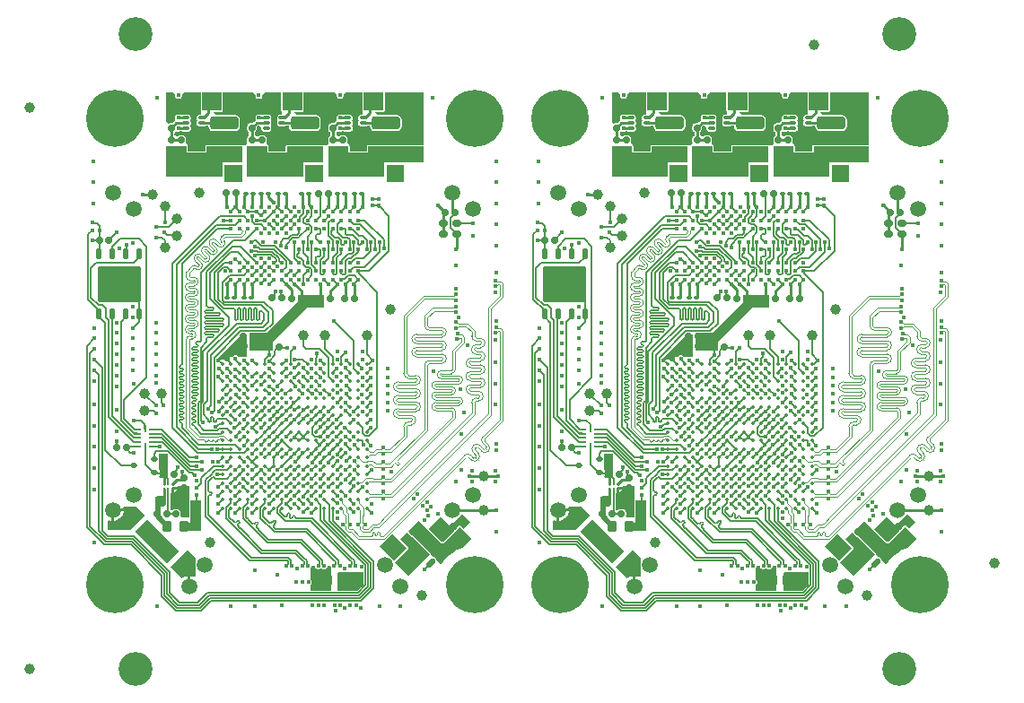
<source format=gtl>
G04*
G04 #@! TF.GenerationSoftware,Altium Limited,Altium Designer,22.4.2 (48)*
G04*
G04 Layer_Physical_Order=1*
G04 Layer_Color=255*
%FSAX24Y24*%
%MOIN*%
G70*
G04*
G04 #@! TF.SameCoordinates,4E959B50-07AF-4267-8529-F93DF6EB4111*
G04*
G04*
G04 #@! TF.FilePolarity,Positive*
G04*
G01*
G75*
%ADD10C,0.0394*%
%ADD11C,0.0039*%
%ADD12C,0.0039*%
%ADD13C,0.0050*%
%ADD14C,0.0051*%
%ADD15C,0.0138*%
G04:AMPARAMS|DCode=16|XSize=31.5mil|YSize=27.6mil|CornerRadius=6.9mil|HoleSize=0mil|Usage=FLASHONLY|Rotation=0.000|XOffset=0mil|YOffset=0mil|HoleType=Round|Shape=RoundedRectangle|*
%AMROUNDEDRECTD16*
21,1,0.0315,0.0138,0,0,0.0*
21,1,0.0177,0.0276,0,0,0.0*
1,1,0.0138,0.0089,-0.0069*
1,1,0.0138,-0.0089,-0.0069*
1,1,0.0138,-0.0089,0.0069*
1,1,0.0138,0.0089,0.0069*
%
%ADD16ROUNDEDRECTD16*%
G04:AMPARAMS|DCode=17|XSize=25.2mil|YSize=25.2mil|CornerRadius=6.3mil|HoleSize=0mil|Usage=FLASHONLY|Rotation=90.000|XOffset=0mil|YOffset=0mil|HoleType=Round|Shape=RoundedRectangle|*
%AMROUNDEDRECTD17*
21,1,0.0252,0.0126,0,0,90.0*
21,1,0.0126,0.0252,0,0,90.0*
1,1,0.0126,0.0063,0.0063*
1,1,0.0126,0.0063,-0.0063*
1,1,0.0126,-0.0063,-0.0063*
1,1,0.0126,-0.0063,0.0063*
%
%ADD17ROUNDEDRECTD17*%
%ADD18C,0.0110*%
G04:AMPARAMS|DCode=19|XSize=39.4mil|YSize=35.4mil|CornerRadius=8.9mil|HoleSize=0mil|Usage=FLASHONLY|Rotation=90.000|XOffset=0mil|YOffset=0mil|HoleType=Round|Shape=RoundedRectangle|*
%AMROUNDEDRECTD19*
21,1,0.0394,0.0177,0,0,90.0*
21,1,0.0217,0.0354,0,0,90.0*
1,1,0.0177,0.0089,0.0108*
1,1,0.0177,0.0089,-0.0108*
1,1,0.0177,-0.0089,-0.0108*
1,1,0.0177,-0.0089,0.0108*
%
%ADD19ROUNDEDRECTD19*%
G04:AMPARAMS|DCode=20|XSize=39.4mil|YSize=35.4mil|CornerRadius=8.9mil|HoleSize=0mil|Usage=FLASHONLY|Rotation=225.000|XOffset=0mil|YOffset=0mil|HoleType=Round|Shape=RoundedRectangle|*
%AMROUNDEDRECTD20*
21,1,0.0394,0.0177,0,0,225.0*
21,1,0.0217,0.0354,0,0,225.0*
1,1,0.0177,-0.0139,-0.0014*
1,1,0.0177,0.0014,0.0139*
1,1,0.0177,0.0139,0.0014*
1,1,0.0177,-0.0014,-0.0139*
%
%ADD20ROUNDEDRECTD20*%
G04:AMPARAMS|DCode=21|XSize=107.1mil|YSize=48.4mil|CornerRadius=12.1mil|HoleSize=0mil|Usage=FLASHONLY|Rotation=0.000|XOffset=0mil|YOffset=0mil|HoleType=Round|Shape=RoundedRectangle|*
%AMROUNDEDRECTD21*
21,1,0.1071,0.0242,0,0,0.0*
21,1,0.0829,0.0484,0,0,0.0*
1,1,0.0242,0.0414,-0.0121*
1,1,0.0242,-0.0414,-0.0121*
1,1,0.0242,-0.0414,0.0121*
1,1,0.0242,0.0414,0.0121*
%
%ADD21ROUNDEDRECTD21*%
G04:AMPARAMS|DCode=22|XSize=59.1mil|YSize=51.2mil|CornerRadius=12.8mil|HoleSize=0mil|Usage=FLASHONLY|Rotation=0.000|XOffset=0mil|YOffset=0mil|HoleType=Round|Shape=RoundedRectangle|*
%AMROUNDEDRECTD22*
21,1,0.0591,0.0256,0,0,0.0*
21,1,0.0335,0.0512,0,0,0.0*
1,1,0.0256,0.0167,-0.0128*
1,1,0.0256,-0.0167,-0.0128*
1,1,0.0256,-0.0167,0.0128*
1,1,0.0256,0.0167,0.0128*
%
%ADD22ROUNDEDRECTD22*%
G04:AMPARAMS|DCode=23|XSize=37.4mil|YSize=41.3mil|CornerRadius=9.4mil|HoleSize=0mil|Usage=FLASHONLY|Rotation=270.000|XOffset=0mil|YOffset=0mil|HoleType=Round|Shape=RoundedRectangle|*
%AMROUNDEDRECTD23*
21,1,0.0374,0.0226,0,0,270.0*
21,1,0.0187,0.0413,0,0,270.0*
1,1,0.0187,-0.0113,-0.0094*
1,1,0.0187,-0.0113,0.0094*
1,1,0.0187,0.0113,0.0094*
1,1,0.0187,0.0113,-0.0094*
%
%ADD23ROUNDEDRECTD23*%
G04:AMPARAMS|DCode=24|XSize=59.1mil|YSize=51.2mil|CornerRadius=12.8mil|HoleSize=0mil|Usage=FLASHONLY|Rotation=45.000|XOffset=0mil|YOffset=0mil|HoleType=Round|Shape=RoundedRectangle|*
%AMROUNDEDRECTD24*
21,1,0.0591,0.0256,0,0,45.0*
21,1,0.0335,0.0512,0,0,45.0*
1,1,0.0256,0.0209,0.0028*
1,1,0.0256,-0.0028,-0.0209*
1,1,0.0256,-0.0209,-0.0028*
1,1,0.0256,0.0028,0.0209*
%
%ADD24ROUNDEDRECTD24*%
G04:AMPARAMS|DCode=25|XSize=59.1mil|YSize=51.2mil|CornerRadius=12.8mil|HoleSize=0mil|Usage=FLASHONLY|Rotation=90.000|XOffset=0mil|YOffset=0mil|HoleType=Round|Shape=RoundedRectangle|*
%AMROUNDEDRECTD25*
21,1,0.0591,0.0256,0,0,90.0*
21,1,0.0335,0.0512,0,0,90.0*
1,1,0.0256,0.0128,0.0167*
1,1,0.0256,0.0128,-0.0167*
1,1,0.0256,-0.0128,-0.0167*
1,1,0.0256,-0.0128,0.0167*
%
%ADD25ROUNDEDRECTD25*%
G04:AMPARAMS|DCode=26|XSize=23.6mil|YSize=23.6mil|CornerRadius=5.9mil|HoleSize=0mil|Usage=FLASHONLY|Rotation=270.000|XOffset=0mil|YOffset=0mil|HoleType=Round|Shape=RoundedRectangle|*
%AMROUNDEDRECTD26*
21,1,0.0236,0.0118,0,0,270.0*
21,1,0.0118,0.0236,0,0,270.0*
1,1,0.0118,-0.0059,-0.0059*
1,1,0.0118,-0.0059,0.0059*
1,1,0.0118,0.0059,0.0059*
1,1,0.0118,0.0059,-0.0059*
%
%ADD26ROUNDEDRECTD26*%
G04:AMPARAMS|DCode=27|XSize=23.6mil|YSize=23.6mil|CornerRadius=5.9mil|HoleSize=0mil|Usage=FLASHONLY|Rotation=0.000|XOffset=0mil|YOffset=0mil|HoleType=Round|Shape=RoundedRectangle|*
%AMROUNDEDRECTD27*
21,1,0.0236,0.0118,0,0,0.0*
21,1,0.0118,0.0236,0,0,0.0*
1,1,0.0118,0.0059,-0.0059*
1,1,0.0118,-0.0059,-0.0059*
1,1,0.0118,-0.0059,0.0059*
1,1,0.0118,0.0059,0.0059*
%
%ADD27ROUNDEDRECTD27*%
G04:AMPARAMS|DCode=28|XSize=25.2mil|YSize=25.2mil|CornerRadius=6.3mil|HoleSize=0mil|Usage=FLASHONLY|Rotation=0.000|XOffset=0mil|YOffset=0mil|HoleType=Round|Shape=RoundedRectangle|*
%AMROUNDEDRECTD28*
21,1,0.0252,0.0126,0,0,0.0*
21,1,0.0126,0.0252,0,0,0.0*
1,1,0.0126,0.0063,-0.0063*
1,1,0.0126,-0.0063,-0.0063*
1,1,0.0126,-0.0063,0.0063*
1,1,0.0126,0.0063,0.0063*
%
%ADD28ROUNDEDRECTD28*%
G04:AMPARAMS|DCode=29|XSize=25.2mil|YSize=25.2mil|CornerRadius=6.3mil|HoleSize=0mil|Usage=FLASHONLY|Rotation=315.000|XOffset=0mil|YOffset=0mil|HoleType=Round|Shape=RoundedRectangle|*
%AMROUNDEDRECTD29*
21,1,0.0252,0.0126,0,0,315.0*
21,1,0.0126,0.0252,0,0,315.0*
1,1,0.0126,0.0000,-0.0089*
1,1,0.0126,-0.0089,0.0000*
1,1,0.0126,0.0000,0.0089*
1,1,0.0126,0.0089,0.0000*
%
%ADD29ROUNDEDRECTD29*%
G04:AMPARAMS|DCode=30|XSize=25.2mil|YSize=25.2mil|CornerRadius=6.3mil|HoleSize=0mil|Usage=FLASHONLY|Rotation=225.000|XOffset=0mil|YOffset=0mil|HoleType=Round|Shape=RoundedRectangle|*
%AMROUNDEDRECTD30*
21,1,0.0252,0.0126,0,0,225.0*
21,1,0.0126,0.0252,0,0,225.0*
1,1,0.0126,-0.0089,0.0000*
1,1,0.0126,0.0000,0.0089*
1,1,0.0126,0.0089,0.0000*
1,1,0.0126,0.0000,-0.0089*
%
%ADD30ROUNDEDRECTD30*%
G04:AMPARAMS|DCode=31|XSize=13.8mil|YSize=15.7mil|CornerRadius=3.4mil|HoleSize=0mil|Usage=FLASHONLY|Rotation=270.000|XOffset=0mil|YOffset=0mil|HoleType=Round|Shape=RoundedRectangle|*
%AMROUNDEDRECTD31*
21,1,0.0138,0.0089,0,0,270.0*
21,1,0.0069,0.0157,0,0,270.0*
1,1,0.0069,-0.0044,-0.0034*
1,1,0.0069,-0.0044,0.0034*
1,1,0.0069,0.0044,0.0034*
1,1,0.0069,0.0044,-0.0034*
%
%ADD31ROUNDEDRECTD31*%
G04:AMPARAMS|DCode=32|XSize=13.8mil|YSize=15.7mil|CornerRadius=3.4mil|HoleSize=0mil|Usage=FLASHONLY|Rotation=180.000|XOffset=0mil|YOffset=0mil|HoleType=Round|Shape=RoundedRectangle|*
%AMROUNDEDRECTD32*
21,1,0.0138,0.0089,0,0,180.0*
21,1,0.0069,0.0157,0,0,180.0*
1,1,0.0069,-0.0034,0.0044*
1,1,0.0069,0.0034,0.0044*
1,1,0.0069,0.0034,-0.0044*
1,1,0.0069,-0.0034,-0.0044*
%
%ADD32ROUNDEDRECTD32*%
G04:AMPARAMS|DCode=33|XSize=16.5mil|YSize=18.1mil|CornerRadius=4.1mil|HoleSize=0mil|Usage=FLASHONLY|Rotation=270.000|XOffset=0mil|YOffset=0mil|HoleType=Round|Shape=RoundedRectangle|*
%AMROUNDEDRECTD33*
21,1,0.0165,0.0098,0,0,270.0*
21,1,0.0083,0.0181,0,0,270.0*
1,1,0.0083,-0.0049,-0.0041*
1,1,0.0083,-0.0049,0.0041*
1,1,0.0083,0.0049,0.0041*
1,1,0.0083,0.0049,-0.0041*
%
%ADD33ROUNDEDRECTD33*%
G04:AMPARAMS|DCode=34|XSize=11.8mil|YSize=26.4mil|CornerRadius=3mil|HoleSize=0mil|Usage=FLASHONLY|Rotation=270.000|XOffset=0mil|YOffset=0mil|HoleType=Round|Shape=RoundedRectangle|*
%AMROUNDEDRECTD34*
21,1,0.0118,0.0205,0,0,270.0*
21,1,0.0059,0.0264,0,0,270.0*
1,1,0.0059,-0.0102,-0.0030*
1,1,0.0059,-0.0102,0.0030*
1,1,0.0059,0.0102,0.0030*
1,1,0.0059,0.0102,-0.0030*
%
%ADD34ROUNDEDRECTD34*%
%ADD35C,0.0157*%
G04:AMPARAMS|DCode=36|XSize=21.7mil|YSize=39.4mil|CornerRadius=5.4mil|HoleSize=0mil|Usage=FLASHONLY|Rotation=135.000|XOffset=0mil|YOffset=0mil|HoleType=Round|Shape=RoundedRectangle|*
%AMROUNDEDRECTD36*
21,1,0.0217,0.0285,0,0,135.0*
21,1,0.0108,0.0394,0,0,135.0*
1,1,0.0108,0.0063,0.0139*
1,1,0.0108,0.0139,0.0063*
1,1,0.0108,-0.0063,-0.0139*
1,1,0.0108,-0.0139,-0.0063*
%
%ADD36ROUNDEDRECTD36*%
G04:AMPARAMS|DCode=37|XSize=18.5mil|YSize=23.6mil|CornerRadius=4.6mil|HoleSize=0mil|Usage=FLASHONLY|Rotation=90.000|XOffset=0mil|YOffset=0mil|HoleType=Round|Shape=RoundedRectangle|*
%AMROUNDEDRECTD37*
21,1,0.0185,0.0144,0,0,90.0*
21,1,0.0093,0.0236,0,0,90.0*
1,1,0.0093,0.0072,0.0046*
1,1,0.0093,0.0072,-0.0046*
1,1,0.0093,-0.0072,-0.0046*
1,1,0.0093,-0.0072,0.0046*
%
%ADD37ROUNDEDRECTD37*%
G04:AMPARAMS|DCode=38|XSize=7.9mil|YSize=27.6mil|CornerRadius=2mil|HoleSize=0mil|Usage=FLASHONLY|Rotation=180.000|XOffset=0mil|YOffset=0mil|HoleType=Round|Shape=RoundedRectangle|*
%AMROUNDEDRECTD38*
21,1,0.0079,0.0236,0,0,180.0*
21,1,0.0039,0.0276,0,0,180.0*
1,1,0.0039,-0.0020,0.0118*
1,1,0.0039,0.0020,0.0118*
1,1,0.0039,0.0020,-0.0118*
1,1,0.0039,-0.0020,-0.0118*
%
%ADD38ROUNDEDRECTD38*%
G04:AMPARAMS|DCode=39|XSize=7.9mil|YSize=27.6mil|CornerRadius=2mil|HoleSize=0mil|Usage=FLASHONLY|Rotation=270.000|XOffset=0mil|YOffset=0mil|HoleType=Round|Shape=RoundedRectangle|*
%AMROUNDEDRECTD39*
21,1,0.0079,0.0236,0,0,270.0*
21,1,0.0039,0.0276,0,0,270.0*
1,1,0.0039,-0.0118,-0.0020*
1,1,0.0039,-0.0118,0.0020*
1,1,0.0039,0.0118,0.0020*
1,1,0.0039,0.0118,-0.0020*
%
%ADD39ROUNDEDRECTD39*%
G04:AMPARAMS|DCode=40|XSize=17.7mil|YSize=41.3mil|CornerRadius=4.4mil|HoleSize=0mil|Usage=FLASHONLY|Rotation=180.000|XOffset=0mil|YOffset=0mil|HoleType=Round|Shape=RoundedRectangle|*
%AMROUNDEDRECTD40*
21,1,0.0177,0.0325,0,0,180.0*
21,1,0.0089,0.0413,0,0,180.0*
1,1,0.0089,-0.0044,0.0162*
1,1,0.0089,0.0044,0.0162*
1,1,0.0089,0.0044,-0.0162*
1,1,0.0089,-0.0044,-0.0162*
%
%ADD40ROUNDEDRECTD40*%
G04:AMPARAMS|DCode=41|XSize=157.5mil|YSize=133.9mil|CornerRadius=3.3mil|HoleSize=0mil|Usage=FLASHONLY|Rotation=180.000|XOffset=0mil|YOffset=0mil|HoleType=Round|Shape=RoundedRectangle|*
%AMROUNDEDRECTD41*
21,1,0.1575,0.1272,0,0,180.0*
21,1,0.1508,0.1339,0,0,180.0*
1,1,0.0067,-0.0754,0.0636*
1,1,0.0067,0.0754,0.0636*
1,1,0.0067,0.0754,-0.0636*
1,1,0.0067,-0.0754,-0.0636*
%
%ADD41ROUNDEDRECTD41*%
%ADD42C,0.0100*%
%ADD43C,0.0050*%
%ADD44C,0.0197*%
%ADD45C,0.0075*%
%ADD46C,0.1260*%
%ADD47C,0.2126*%
%ADD48C,0.0591*%
%ADD49C,0.0160*%
G36*
X028622Y022746D02*
X027904D01*
Y023406D01*
X028622D01*
Y022746D01*
D02*
G37*
G36*
X012087D02*
X011368D01*
Y023406D01*
X012087D01*
Y022746D01*
D02*
G37*
G36*
X031634Y022746D02*
X030915D01*
Y023406D01*
X031634D01*
Y022746D01*
D02*
G37*
G36*
X015098D02*
X014380D01*
Y023406D01*
X015098D01*
Y022746D01*
D02*
G37*
G36*
X025630Y022746D02*
X024911D01*
Y023405D01*
X025630D01*
Y022746D01*
D02*
G37*
G36*
X009094D02*
X008376D01*
Y023405D01*
X009094D01*
Y022746D01*
D02*
G37*
G36*
X033130Y021462D02*
X031083D01*
X031044Y021446D01*
X031029Y021407D01*
Y021225D01*
X030389D01*
Y021407D01*
X030373Y021446D01*
X030370Y021447D01*
X030325Y021507D01*
X030313Y021560D01*
X030316Y021575D01*
Y021701D01*
X030307Y021745D01*
X030282Y021782D01*
X030245Y021807D01*
X030201Y021816D01*
X030075D01*
X030031Y021807D01*
X030006Y021791D01*
X029958Y021781D01*
X029893Y021821D01*
X029887Y021829D01*
X029897Y021939D01*
X029931Y021963D01*
X029956Y021967D01*
X030004Y021947D01*
X030055D01*
X030103Y021967D01*
X030111Y021975D01*
X030172D01*
X030176Y021972D01*
X030207Y021966D01*
X030411D01*
X030442Y021972D01*
X030469Y021990D01*
X030486Y022016D01*
X030492Y022047D01*
Y022106D01*
X030486Y022137D01*
X030469Y022164D01*
Y022187D01*
X030486Y022213D01*
X030492Y022244D01*
Y022303D01*
X030486Y022334D01*
X030473Y022372D01*
X030486Y022410D01*
X030492Y022441D01*
Y022500D01*
X030486Y022531D01*
X030469Y022557D01*
X030442Y022575D01*
X030411Y022581D01*
X030207D01*
X030176Y022575D01*
X030172Y022572D01*
X030111D01*
X030103Y022581D01*
X030055Y022600D01*
X030004D01*
X029956Y022581D01*
X029919Y022544D01*
X029900Y022496D01*
Y022445D01*
X029902Y022379D01*
X029869Y022346D01*
X029790Y022267D01*
X029705D01*
X029662Y022258D01*
X029626Y022234D01*
X029602Y022198D01*
X029594Y022156D01*
Y022037D01*
X029602Y021995D01*
X029626Y021959D01*
X029662Y021935D01*
Y021795D01*
X029626Y021772D01*
X029602Y021735D01*
X029594Y021693D01*
Y021575D01*
X029596Y021560D01*
X029592Y021516D01*
X029548Y021446D01*
X029545Y021437D01*
X029442Y021437D01*
X029438Y021446D01*
X029400Y021462D01*
X028071D01*
X028033Y021446D01*
X028017Y021407D01*
Y021225D01*
X027377D01*
Y021407D01*
X027361Y021446D01*
X027358Y021447D01*
X027313Y021507D01*
X027301Y021560D01*
X027304Y021575D01*
Y021701D01*
X027295Y021745D01*
X027270Y021782D01*
X027233Y021807D01*
X027189Y021816D01*
X027063D01*
X027019Y021807D01*
X026994Y021791D01*
X026946Y021781D01*
X026882Y021821D01*
X026862Y021844D01*
X026871Y021946D01*
X026890Y021959D01*
X026914Y021995D01*
X026922Y022037D01*
Y022122D01*
X026971Y022172D01*
X027034D01*
X027114Y022106D01*
Y022047D01*
X027120Y022016D01*
X027138Y021990D01*
X027164Y021972D01*
X027195Y021966D01*
X027400D01*
X027431Y021972D01*
X027457Y021990D01*
X027475Y022016D01*
X027481Y022047D01*
Y022106D01*
X027475Y022137D01*
X027457Y022164D01*
Y022187D01*
X027475Y022213D01*
X027481Y022244D01*
Y022303D01*
X027475Y022334D01*
X027461Y022372D01*
X027475Y022410D01*
X027481Y022441D01*
Y022500D01*
X027475Y022531D01*
X027457Y022557D01*
X027431Y022575D01*
X027400Y022581D01*
X027195D01*
X027164Y022575D01*
X027160Y022572D01*
X027100D01*
X027091Y022581D01*
X027044Y022600D01*
X026992D01*
X026944Y022581D01*
X026908Y022544D01*
X026888Y022496D01*
Y022445D01*
X026890Y022379D01*
X026838Y022327D01*
X026778Y022267D01*
X026693D01*
X026650Y022258D01*
X026614Y022234D01*
X026590Y022198D01*
X026582Y022156D01*
Y022037D01*
X026590Y021995D01*
X026614Y021959D01*
X026650Y021935D01*
Y021795D01*
X026614Y021772D01*
X026590Y021735D01*
X026582Y021693D01*
Y021575D01*
X026585Y021560D01*
X026580Y021516D01*
X026537Y021446D01*
X026446Y021446D01*
X026407Y021462D01*
X025079D01*
X025040Y021446D01*
X025025Y021407D01*
Y021225D01*
X024385D01*
Y021407D01*
X024369Y021446D01*
X024366Y021447D01*
X024321Y021507D01*
X024309Y021560D01*
X024312Y021575D01*
Y021701D01*
X024303Y021745D01*
X024278Y021782D01*
X024241Y021807D01*
X024197Y021816D01*
X024071D01*
X024027Y021807D01*
X024002Y021791D01*
X023954Y021781D01*
X023889Y021821D01*
X023883Y021829D01*
X023893Y021939D01*
X023927Y021963D01*
X023952Y021967D01*
X024000Y021947D01*
X024051D01*
X024099Y021967D01*
X024107Y021975D01*
X024168D01*
X024172Y021972D01*
X024203Y021966D01*
X024407D01*
X024439Y021972D01*
X024465Y021990D01*
X024482Y022016D01*
X024489Y022047D01*
Y022106D01*
X024482Y022137D01*
X024465Y022164D01*
Y022187D01*
X024482Y022213D01*
X024489Y022244D01*
Y022303D01*
X024482Y022334D01*
X024469Y022372D01*
X024482Y022410D01*
X024489Y022441D01*
Y022500D01*
X024482Y022531D01*
X024465Y022557D01*
X024439Y022575D01*
X024407Y022581D01*
X024203D01*
X024172Y022575D01*
X024168Y022572D01*
X024107D01*
X024099Y022581D01*
X024051Y022600D01*
X024000D01*
X023952Y022581D01*
X023915Y022544D01*
X023896Y022496D01*
Y022445D01*
X023898Y022379D01*
X023865Y022346D01*
X023786Y022267D01*
X023701D01*
X023681Y022263D01*
X023609Y022303D01*
X023583Y022326D01*
Y023406D01*
X023819D01*
X023896Y023333D01*
Y023281D01*
X023915Y023233D01*
X023952Y023197D01*
X024000Y023177D01*
X024051D01*
X024099Y023197D01*
X024136Y023233D01*
X024156Y023281D01*
Y023333D01*
X024232Y023406D01*
X024857D01*
X024857Y023405D01*
Y022746D01*
X024873Y022708D01*
X024863Y022605D01*
X024848Y022581D01*
X024785D01*
X024754Y022575D01*
X024728Y022557D01*
X024711Y022531D01*
X024704Y022500D01*
Y022441D01*
X024711Y022410D01*
X024724Y022372D01*
X024711Y022334D01*
X024704Y022303D01*
Y022244D01*
X024711Y022213D01*
X024728Y022187D01*
X024754Y022169D01*
X024785Y022163D01*
X024990D01*
X025021Y022169D01*
X025025Y022172D01*
X025140D01*
Y022157D01*
X025153Y022090D01*
X025191Y022033D01*
X025247Y021995D01*
X025314Y021982D01*
X026143D01*
X026209Y021995D01*
X026266Y022033D01*
X026304Y022090D01*
X026317Y022157D01*
Y022399D01*
X026304Y022465D01*
X026266Y022522D01*
X026209Y022560D01*
X026143Y022573D01*
X025395D01*
X025336Y022671D01*
X025347Y022692D01*
X025630D01*
X025668Y022708D01*
X025684Y022746D01*
Y023405D01*
X025684Y023406D01*
X026811D01*
X026888Y023333D01*
Y023281D01*
X026908Y023233D01*
X026944Y023197D01*
X026992Y023177D01*
X027044D01*
X027091Y023197D01*
X027128Y023233D01*
X027148Y023281D01*
Y023333D01*
X027224Y023406D01*
X027849D01*
X027849Y023406D01*
Y022746D01*
X027865Y022708D01*
X027855Y022605D01*
X027840Y022581D01*
X027778D01*
X027747Y022575D01*
X027720Y022557D01*
X027703Y022531D01*
X027696Y022500D01*
Y022441D01*
X027703Y022410D01*
X027716Y022372D01*
X027703Y022334D01*
X027696Y022303D01*
Y022244D01*
X027703Y022213D01*
X027720Y022187D01*
X027747Y022169D01*
X027778Y022163D01*
X027982D01*
X028013Y022169D01*
X028017Y022172D01*
X028132D01*
Y022157D01*
X028145Y022090D01*
X028183Y022033D01*
X028239Y021995D01*
X028306Y021982D01*
X029135D01*
X029202Y021995D01*
X029258Y022033D01*
X029296Y022090D01*
X029309Y022157D01*
Y022399D01*
X029296Y022465D01*
X029258Y022522D01*
X029202Y022560D01*
X029135Y022573D01*
X028387D01*
X028328Y022671D01*
X028339Y022692D01*
X028622D01*
X028660Y022708D01*
X028676Y022746D01*
Y023406D01*
X028676Y023406D01*
X029823D01*
X029900Y023333D01*
Y023281D01*
X029919Y023233D01*
X029956Y023197D01*
X030004Y023177D01*
X030055D01*
X030103Y023197D01*
X030140Y023233D01*
X030160Y023281D01*
Y023333D01*
X030236Y023406D01*
X030861D01*
X030861Y023406D01*
Y022746D01*
X030877Y022708D01*
X030867Y022605D01*
X030852Y022581D01*
X030789D01*
X030758Y022575D01*
X030732Y022557D01*
X030714Y022531D01*
X030708Y022500D01*
Y022441D01*
X030714Y022410D01*
X030728Y022372D01*
X030714Y022334D01*
X030708Y022303D01*
Y022244D01*
X030714Y022213D01*
X030732Y022187D01*
X030758Y022169D01*
X030789Y022163D01*
X030994D01*
X031025Y022169D01*
X031029Y022172D01*
X031144D01*
Y022157D01*
X031157Y022090D01*
X031195Y022033D01*
X031251Y021995D01*
X031318Y021982D01*
X032147D01*
X032213Y021995D01*
X032270Y022033D01*
X032308Y022090D01*
X032321Y022157D01*
Y022399D01*
X032308Y022465D01*
X032270Y022522D01*
X032213Y022560D01*
X032147Y022573D01*
X031398D01*
X031340Y022671D01*
X031351Y022692D01*
X031634D01*
X031672Y022708D01*
X031688Y022746D01*
Y023406D01*
X031688Y023406D01*
X033130D01*
Y021462D01*
D02*
G37*
G36*
X016594D02*
X014547D01*
X014509Y021446D01*
X014493Y021407D01*
Y021225D01*
X013853D01*
Y021407D01*
X013837Y021446D01*
X013834Y021447D01*
X013789Y021507D01*
X013778Y021560D01*
X013781Y021575D01*
Y021701D01*
X013772Y021745D01*
X013747Y021782D01*
X013709Y021807D01*
X013665Y021816D01*
X013539D01*
X013495Y021807D01*
X013471Y021791D01*
X013423Y021781D01*
X013358Y021821D01*
X013351Y021829D01*
X013361Y021939D01*
X013395Y021963D01*
X013420Y021967D01*
X013468Y021947D01*
X013520D01*
X013568Y021967D01*
X013576Y021975D01*
X013637D01*
X013640Y021972D01*
X013671Y021966D01*
X013876D01*
X013907Y021972D01*
X013933Y021990D01*
X013951Y022016D01*
X013957Y022047D01*
Y022106D01*
X013951Y022137D01*
X013933Y022164D01*
Y022187D01*
X013951Y022213D01*
X013957Y022244D01*
Y022303D01*
X013951Y022334D01*
X013937Y022372D01*
X013951Y022410D01*
X013957Y022441D01*
Y022500D01*
X013951Y022531D01*
X013933Y022557D01*
X013907Y022575D01*
X013876Y022581D01*
X013671D01*
X013640Y022575D01*
X013637Y022572D01*
X013576D01*
X013568Y022581D01*
X013520Y022600D01*
X013468D01*
X013420Y022581D01*
X013384Y022544D01*
X013364Y022496D01*
Y022445D01*
X013366Y022379D01*
X013333Y022346D01*
X013254Y022267D01*
X013169D01*
X013127Y022258D01*
X013091Y022234D01*
X013067Y022198D01*
X013058Y022156D01*
Y022037D01*
X013067Y021995D01*
X013091Y021959D01*
X013126Y021935D01*
Y021795D01*
X013091Y021772D01*
X013067Y021735D01*
X013058Y021693D01*
Y021575D01*
X013061Y021560D01*
X013057Y021516D01*
X013013Y021446D01*
X013009Y021437D01*
X012906Y021437D01*
X012902Y021446D01*
X012864Y021462D01*
X011535D01*
X011497Y021446D01*
X011481Y021407D01*
Y021225D01*
X010842D01*
Y021407D01*
X010826Y021446D01*
X010822Y021447D01*
X010777Y021507D01*
X010766Y021560D01*
X010769Y021575D01*
Y021701D01*
X010760Y021745D01*
X010735Y021782D01*
X010698Y021807D01*
X010654Y021816D01*
X010528D01*
X010483Y021807D01*
X010459Y021791D01*
X010411Y021781D01*
X010346Y021821D01*
X010326Y021844D01*
X010335Y021946D01*
X010354Y021959D01*
X010378Y021995D01*
X010387Y022037D01*
Y022122D01*
X010436Y022172D01*
X010498D01*
X010578Y022106D01*
Y022047D01*
X010585Y022016D01*
X010602Y021990D01*
X010628Y021972D01*
X010659Y021966D01*
X010864D01*
X010895Y021972D01*
X010922Y021990D01*
X010939Y022016D01*
X010945Y022047D01*
Y022106D01*
X010939Y022137D01*
X010922Y022164D01*
Y022187D01*
X010939Y022213D01*
X010945Y022244D01*
Y022303D01*
X010939Y022334D01*
X010926Y022372D01*
X010939Y022410D01*
X010945Y022441D01*
Y022500D01*
X010939Y022531D01*
X010922Y022557D01*
X010895Y022575D01*
X010864Y022581D01*
X010659D01*
X010628Y022575D01*
X010625Y022572D01*
X010564D01*
X010556Y022581D01*
X010508Y022600D01*
X010456D01*
X010409Y022581D01*
X010372Y022544D01*
X010352Y022496D01*
Y022445D01*
X010354Y022379D01*
X010303Y022327D01*
X010243Y022267D01*
X010157D01*
X010115Y022258D01*
X010079Y022234D01*
X010055Y022198D01*
X010046Y022156D01*
Y022037D01*
X010055Y021995D01*
X010079Y021959D01*
X010115Y021935D01*
Y021795D01*
X010079Y021772D01*
X010055Y021735D01*
X010046Y021693D01*
Y021575D01*
X010049Y021560D01*
X010045Y021516D01*
X010001Y021446D01*
X009910Y021446D01*
X009872Y021462D01*
X008543D01*
X008505Y021446D01*
X008489Y021407D01*
Y021225D01*
X007849D01*
Y021407D01*
X007834Y021446D01*
X007830Y021447D01*
X007785Y021507D01*
X007774Y021560D01*
X007777Y021575D01*
Y021701D01*
X007768Y021745D01*
X007743Y021782D01*
X007706Y021807D01*
X007661Y021816D01*
X007535D01*
X007491Y021807D01*
X007467Y021791D01*
X007419Y021781D01*
X007354Y021821D01*
X007347Y021829D01*
X007357Y021939D01*
X007391Y021963D01*
X007417Y021967D01*
X007464Y021947D01*
X007516D01*
X007564Y021967D01*
X007572Y021975D01*
X007633D01*
X007636Y021972D01*
X007667Y021966D01*
X007872D01*
X007903Y021972D01*
X007929Y021990D01*
X007947Y022016D01*
X007953Y022047D01*
Y022106D01*
X007947Y022137D01*
X007929Y022164D01*
Y022187D01*
X007947Y022213D01*
X007953Y022244D01*
Y022303D01*
X007947Y022334D01*
X007933Y022372D01*
X007947Y022410D01*
X007953Y022441D01*
Y022500D01*
X007947Y022531D01*
X007929Y022557D01*
X007903Y022575D01*
X007872Y022581D01*
X007667D01*
X007636Y022575D01*
X007633Y022572D01*
X007572D01*
X007564Y022581D01*
X007516Y022600D01*
X007464D01*
X007417Y022581D01*
X007380Y022544D01*
X007360Y022496D01*
Y022445D01*
X007362Y022379D01*
X007329Y022346D01*
X007250Y022267D01*
X007165D01*
X007146Y022263D01*
X007073Y022303D01*
X007047Y022326D01*
Y023406D01*
X007284D01*
X007360Y023333D01*
Y023281D01*
X007380Y023233D01*
X007417Y023197D01*
X007464Y023177D01*
X007516D01*
X007564Y023197D01*
X007600Y023233D01*
X007620Y023281D01*
Y023333D01*
X007697Y023406D01*
X008322D01*
X008322Y023405D01*
Y022746D01*
X008338Y022708D01*
X008328Y022605D01*
X008312Y022581D01*
X008250D01*
X008219Y022575D01*
X008193Y022557D01*
X008175Y022531D01*
X008169Y022500D01*
Y022441D01*
X008175Y022410D01*
X008189Y022372D01*
X008175Y022334D01*
X008169Y022303D01*
Y022244D01*
X008175Y022213D01*
X008193Y022187D01*
X008219Y022169D01*
X008250Y022163D01*
X008455D01*
X008486Y022169D01*
X008489Y022172D01*
X008604D01*
Y022157D01*
X008617Y022090D01*
X008655Y022033D01*
X008712Y021995D01*
X008779Y021982D01*
X009607D01*
X009674Y021995D01*
X009731Y022033D01*
X009768Y022090D01*
X009782Y022157D01*
Y022399D01*
X009768Y022465D01*
X009731Y022522D01*
X009674Y022560D01*
X009607Y022573D01*
X008859D01*
X008801Y022671D01*
X008812Y022692D01*
X009094D01*
X009133Y022708D01*
X009149Y022746D01*
Y023405D01*
X009149Y023406D01*
X010276D01*
X010352Y023333D01*
Y023281D01*
X010372Y023233D01*
X010409Y023197D01*
X010456Y023177D01*
X010508D01*
X010556Y023197D01*
X010592Y023233D01*
X010612Y023281D01*
Y023333D01*
X010689Y023406D01*
X011314D01*
X011314Y023406D01*
Y022746D01*
X011330Y022708D01*
X011320Y022605D01*
X011304Y022581D01*
X011242D01*
X011211Y022575D01*
X011185Y022557D01*
X011167Y022531D01*
X011161Y022500D01*
Y022441D01*
X011167Y022410D01*
X011181Y022372D01*
X011167Y022334D01*
X011161Y022303D01*
Y022244D01*
X011167Y022213D01*
X011185Y022187D01*
X011211Y022169D01*
X011242Y022163D01*
X011447D01*
X011478Y022169D01*
X011482Y022172D01*
X011596D01*
Y022157D01*
X011610Y022090D01*
X011647Y022033D01*
X011704Y021995D01*
X011771Y021982D01*
X012599D01*
X012666Y021995D01*
X012723Y022033D01*
X012761Y022090D01*
X012774Y022157D01*
Y022399D01*
X012761Y022465D01*
X012723Y022522D01*
X012666Y022560D01*
X012599Y022573D01*
X011851D01*
X011793Y022671D01*
X011804Y022692D01*
X012087D01*
X012125Y022708D01*
X012141Y022746D01*
Y023406D01*
X012141Y023406D01*
X013288D01*
X013364Y023333D01*
Y023281D01*
X013384Y023233D01*
X013420Y023197D01*
X013468Y023177D01*
X013520D01*
X013568Y023197D01*
X013604Y023233D01*
X013624Y023281D01*
Y023333D01*
X013701Y023406D01*
X014326D01*
X014326Y023406D01*
Y022746D01*
X014342Y022708D01*
X014332Y022605D01*
X014316Y022581D01*
X014254D01*
X014223Y022575D01*
X014197Y022557D01*
X014179Y022531D01*
X014173Y022500D01*
Y022441D01*
X014179Y022410D01*
X014192Y022372D01*
X014179Y022334D01*
X014173Y022303D01*
Y022244D01*
X014179Y022213D01*
X014197Y022187D01*
X014223Y022169D01*
X014254Y022163D01*
X014459D01*
X014490Y022169D01*
X014493Y022172D01*
X014608D01*
Y022157D01*
X014621Y022090D01*
X014659Y022033D01*
X014716Y021995D01*
X014782Y021982D01*
X015611D01*
X015678Y021995D01*
X015735Y022033D01*
X015772Y022090D01*
X015786Y022157D01*
Y022399D01*
X015772Y022465D01*
X015735Y022522D01*
X015678Y022560D01*
X015611Y022573D01*
X014863D01*
X014804Y022671D01*
X014816Y022692D01*
X015098D01*
X015137Y022708D01*
X015153Y022746D01*
Y023406D01*
X015153Y023406D01*
X016594D01*
Y021462D01*
D02*
G37*
G36*
X033130Y020807D02*
X031673D01*
Y020276D01*
X029587D01*
Y021407D01*
X030335D01*
Y021171D01*
X031083D01*
Y021407D01*
X033130D01*
Y020807D01*
D02*
G37*
G36*
X016594D02*
X015138D01*
Y020276D01*
X013051D01*
Y021407D01*
X013799D01*
Y021171D01*
X014547D01*
Y021407D01*
X016594D01*
Y020807D01*
D02*
G37*
G36*
X026407Y020807D02*
X025669D01*
Y020276D01*
X023583D01*
Y021407D01*
X024331D01*
Y021171D01*
X025079D01*
Y021407D01*
X026407D01*
Y020807D01*
D02*
G37*
G36*
X009872D02*
X009134D01*
Y020276D01*
X007047D01*
Y021407D01*
X007795D01*
Y021171D01*
X008543D01*
Y021407D01*
X009872D01*
Y020807D01*
D02*
G37*
G36*
X029400Y020807D02*
X028661D01*
Y020276D01*
X026575D01*
Y021407D01*
X027323D01*
Y021171D01*
X028071D01*
Y021407D01*
X029400D01*
Y020807D01*
D02*
G37*
G36*
X012864D02*
X012126D01*
Y020276D01*
X010039D01*
Y021407D01*
X010787D01*
Y021171D01*
X011535D01*
Y021407D01*
X012864D01*
Y020807D01*
D02*
G37*
G36*
X032411Y020069D02*
X031752D01*
Y020728D01*
X032411D01*
Y020069D01*
D02*
G37*
G36*
X029400D02*
X028740D01*
Y020728D01*
X029400D01*
Y020069D01*
D02*
G37*
G36*
X026407D02*
X025748D01*
Y020728D01*
X026407D01*
Y020069D01*
D02*
G37*
G36*
X015876D02*
X015217D01*
Y020728D01*
X015876D01*
Y020069D01*
D02*
G37*
G36*
X012864D02*
X012205D01*
Y020728D01*
X012864D01*
Y020069D01*
D02*
G37*
G36*
X009872D02*
X009213D01*
Y020728D01*
X009872D01*
Y020069D01*
D02*
G37*
G36*
X029429Y015433D02*
X028790D01*
X027520Y014163D01*
Y013819D01*
X026683D01*
Y014468D01*
X027317D01*
X028465Y015616D01*
X028465Y015876D01*
X029429D01*
X029429Y015433D01*
D02*
G37*
G36*
X012894D02*
X012254D01*
X010984Y014163D01*
Y013819D01*
X010148D01*
Y014468D01*
X010781D01*
X011929Y015616D01*
X011929Y015876D01*
X012894D01*
X012894Y015433D01*
D02*
G37*
G36*
X026585Y013573D02*
X026532D01*
X026530Y013575D01*
X026483Y013595D01*
X026431D01*
X026383Y013575D01*
X026381Y013573D01*
X026264D01*
X026262Y013578D01*
X026225Y013614D01*
X026177Y013634D01*
X026126D01*
X026078Y013614D01*
X026041Y013578D01*
X026039Y013573D01*
X025935D01*
Y013470D01*
X025889Y013450D01*
X025859Y013421D01*
X025827Y013408D01*
X025794Y013421D01*
X025765Y013450D01*
X025703Y013476D01*
X025636D01*
X025574Y013450D01*
X025532Y013408D01*
X025505Y013413D01*
X025482Y013424D01*
Y013513D01*
X026385Y014416D01*
X026585D01*
Y013573D01*
D02*
G37*
G36*
X010049D02*
X009997D01*
X009995Y013575D01*
X009947Y013595D01*
X009895D01*
X009848Y013575D01*
X009846Y013573D01*
X009728D01*
X009726Y013578D01*
X009690Y013614D01*
X009642Y013634D01*
X009590D01*
X009542Y013614D01*
X009506Y013578D01*
X009504Y013573D01*
X009400D01*
Y013470D01*
X009353Y013450D01*
X009324Y013421D01*
X009291Y013408D01*
X009259Y013421D01*
X009230Y013450D01*
X009167Y013476D01*
X009100D01*
X009038Y013450D01*
X008996Y013408D01*
X008970Y013413D01*
X008946Y013424D01*
Y013513D01*
X009850Y014416D01*
X010049D01*
Y013573D01*
D02*
G37*
G36*
X023622Y009973D02*
Y009095D01*
X023330D01*
X023328Y009097D01*
X023308Y009145D01*
X023330Y009178D01*
X023341Y009235D01*
Y009328D01*
X023330Y009385D01*
X023297Y009433D01*
X023297Y009433D01*
Y009992D01*
X023603D01*
X023622Y009973D01*
D02*
G37*
G36*
X007087D02*
Y009095D01*
X006794D01*
X006792Y009097D01*
X006772Y009145D01*
X006794Y009178D01*
X006806Y009235D01*
Y009328D01*
X006794Y009385D01*
X006762Y009433D01*
X006762Y009433D01*
Y009992D01*
X007067D01*
X007087Y009973D01*
D02*
G37*
G36*
X024419Y007628D02*
X024153D01*
X024115Y007678D01*
X024117Y007687D01*
Y007805D01*
X024109Y007848D01*
X024085Y007884D01*
X024048Y007908D01*
X024006Y007916D01*
X023888D01*
X023845Y007908D01*
X023809Y007884D01*
X023754Y007884D01*
X023728Y007911D01*
Y008512D01*
X023759Y008532D01*
Y008691D01*
X023809D01*
Y008741D01*
X023970D01*
X023989Y008770D01*
X024419D01*
Y007628D01*
D02*
G37*
G36*
X007884D02*
X007618D01*
X007580Y007678D01*
X007582Y007687D01*
Y007805D01*
X007573Y007848D01*
X007549Y007884D01*
X007513Y007908D01*
X007470Y007916D01*
X007352D01*
X007310Y007908D01*
X007274Y007884D01*
X007219Y007884D01*
X007193Y007911D01*
Y008512D01*
X007224Y008532D01*
Y008691D01*
X007274D01*
Y008741D01*
X007435D01*
X007454Y008770D01*
X007884D01*
Y007628D01*
D02*
G37*
G36*
X022785Y007687D02*
X022234Y007136D01*
X021398D01*
Y007491D01*
X021424Y007507D01*
X021448Y007514D01*
X021542Y007489D01*
X021544D01*
Y007884D01*
X021594D01*
Y007934D01*
X021990D01*
Y007936D01*
X021977Y007982D01*
X022008Y008022D01*
X022451D01*
X022785Y007687D01*
D02*
G37*
G36*
X006250D02*
X005699Y007136D01*
X004862D01*
Y007491D01*
X004889Y007507D01*
X004912Y007514D01*
X005007Y007489D01*
X005009D01*
Y007884D01*
X005059D01*
Y007934D01*
X005454D01*
Y007936D01*
X005442Y007982D01*
X005472Y008022D01*
X005915D01*
X006250Y007687D01*
D02*
G37*
G36*
X034872Y007451D02*
X034620Y007199D01*
X034517Y007302D01*
X034517Y007302D01*
X034478Y007318D01*
X034472Y007315D01*
X034440Y007302D01*
X034381Y007243D01*
X034379Y007238D01*
X034374Y007235D01*
X034369Y007226D01*
X034287Y007145D01*
X034279Y007139D01*
X034276Y007135D01*
X034271Y007133D01*
X033868Y006730D01*
X033799Y006731D01*
X033336Y007194D01*
X033784Y007643D01*
X034134Y007293D01*
X034582Y007741D01*
X034872Y007451D01*
D02*
G37*
G36*
X018337D02*
X018085Y007199D01*
X017981Y007302D01*
X017981Y007302D01*
X017943Y007318D01*
X017937Y007315D01*
X017905Y007302D01*
X017845Y007243D01*
X017843Y007238D01*
X017839Y007235D01*
X017833Y007226D01*
X017752Y007145D01*
X017744Y007139D01*
X017740Y007135D01*
X017735Y007133D01*
X017332Y006730D01*
X017263Y006731D01*
X016800Y007194D01*
X017249Y007643D01*
X017598Y007293D01*
X018046Y007741D01*
X018337Y007451D01*
D02*
G37*
G36*
X024852Y007500D02*
Y007126D01*
X024075D01*
Y007421D01*
X024478D01*
Y008258D01*
X024852D01*
Y007500D01*
D02*
G37*
G36*
X008317D02*
Y007126D01*
X007539D01*
Y007421D01*
X007943D01*
Y008258D01*
X008317D01*
Y007500D01*
D02*
G37*
G36*
X032004Y006983D02*
X032515Y006471D01*
X032042Y005999D01*
X031506Y006535D01*
X031954Y006983D01*
X032004Y006983D01*
D02*
G37*
G36*
X015468D02*
X015979Y006471D01*
X015507Y005999D01*
X014970Y006535D01*
X015418Y006983D01*
X015468Y006983D01*
D02*
G37*
G36*
X024050Y006344D02*
X023614Y005907D01*
X022429Y007054D01*
X022428Y007104D01*
X022859Y007534D01*
X024050Y006344D01*
D02*
G37*
G36*
X007515D02*
X007079Y005907D01*
X005893Y007054D01*
X005893Y007104D01*
X006324Y007534D01*
X007515Y006344D01*
D02*
G37*
G36*
X033834Y006619D02*
X034309Y007094D01*
X034322Y007103D01*
X034411Y007192D01*
X034419Y007205D01*
X034478Y007264D01*
X034891Y006851D01*
X034891Y006801D01*
X034590Y006500D01*
X034590Y006500D01*
X034380Y006413D01*
X034185Y006294D01*
X034012Y006145D01*
X033864Y005972D01*
X033816Y005895D01*
X033767Y005889D01*
X033630Y006026D01*
X033608Y006058D01*
X033532Y006135D01*
X033499Y006157D01*
X033407Y006249D01*
X033395Y006278D01*
X033395Y006278D01*
X032747Y006926D01*
X032735Y006931D01*
X032733Y006934D01*
X032700Y006956D01*
X032619Y007038D01*
X032606Y007057D01*
X032597Y007063D01*
X032587Y007095D01*
X032584Y007121D01*
X032958Y007495D01*
X033834Y006619D01*
D02*
G37*
G36*
X017298D02*
X017774Y007094D01*
X017786Y007103D01*
X017875Y007192D01*
X017884Y007205D01*
X017943Y007264D01*
X018356Y006851D01*
X018356Y006801D01*
X018055Y006500D01*
X018055Y006500D01*
X017844Y006413D01*
X017650Y006294D01*
X017477Y006145D01*
X017329Y005972D01*
X017281Y005895D01*
X017231Y005889D01*
X017094Y006026D01*
X017073Y006058D01*
X016996Y006135D01*
X016964Y006157D01*
X016872Y006249D01*
X016859Y006278D01*
X016859Y006278D01*
X016211Y006926D01*
X016200Y006931D01*
X016198Y006934D01*
X016165Y006956D01*
X016083Y007038D01*
X016070Y007057D01*
X016061Y007063D01*
X016051Y007095D01*
X016048Y007121D01*
X016422Y007495D01*
X017298Y006619D01*
D02*
G37*
G36*
X029683Y005789D02*
X029703Y005741D01*
X029715Y005729D01*
X029714Y004894D01*
X028947D01*
Y005120D01*
X028965Y005138D01*
X028985Y005186D01*
Y005237D01*
X028965Y005285D01*
X028947Y005303D01*
Y005736D01*
X028952Y005741D01*
X028972Y005789D01*
Y005807D01*
X029092D01*
Y005789D01*
X029112Y005741D01*
X029149Y005705D01*
X029197Y005685D01*
X029248D01*
X029296Y005705D01*
X029327Y005736D01*
X029359Y005705D01*
X029407Y005685D01*
X029458D01*
X029506Y005705D01*
X029543Y005741D01*
X029562Y005789D01*
Y005807D01*
X029683D01*
Y005789D01*
D02*
G37*
G36*
X013148D02*
X013167Y005741D01*
X013179Y005729D01*
X013179Y004894D01*
X012411D01*
Y005120D01*
X012430Y005138D01*
X012449Y005186D01*
Y005237D01*
X012430Y005285D01*
X012411Y005303D01*
Y005736D01*
X012417Y005741D01*
X012436Y005789D01*
Y005807D01*
X012557D01*
Y005789D01*
X012577Y005741D01*
X012613Y005705D01*
X012661Y005685D01*
X012713D01*
X012761Y005705D01*
X012792Y005736D01*
X012823Y005705D01*
X012871Y005685D01*
X012923D01*
X012971Y005705D01*
X013007Y005741D01*
X013027Y005789D01*
Y005807D01*
X013148D01*
Y005789D01*
D02*
G37*
G36*
X032561Y007027D02*
X032577Y007003D01*
X032666Y006914D01*
X032703Y006889D01*
X032708Y006888D01*
X033356Y006240D01*
X032579Y005463D01*
X032081Y005961D01*
X032553Y006433D01*
X032561Y006452D01*
X032565Y006463D01*
X032569Y006471D01*
X032569Y006471D01*
X032569Y006471D01*
X032560Y006493D01*
X032553Y006510D01*
X032553Y006510D01*
X032553Y006510D01*
X032553Y006510D01*
X032263Y006800D01*
X032502Y007040D01*
X032512Y007040D01*
X032561Y007027D01*
D02*
G37*
G36*
X016025D02*
X016041Y007003D01*
X016130Y006914D01*
X016168Y006889D01*
X016173Y006888D01*
X016821Y006240D01*
X016043Y005463D01*
X015545Y005961D01*
X016017Y006433D01*
X016025Y006452D01*
X016030Y006463D01*
X016033Y006471D01*
X016033Y006471D01*
X016033Y006471D01*
X016024Y006493D01*
X016017Y006510D01*
X016017Y006510D01*
X016017Y006510D01*
X016017Y006510D01*
X015727Y006800D01*
X015967Y007040D01*
X015976Y007040D01*
X016025Y007027D01*
D02*
G37*
G36*
X024390Y006368D02*
X024656Y006102D01*
Y005895D01*
X024655Y005892D01*
Y005801D01*
X024656Y005798D01*
Y005429D01*
X024612Y005404D01*
X024572Y005427D01*
X024471Y005454D01*
X024469D01*
Y005059D01*
X024369D01*
Y005454D01*
X024367D01*
X024267Y005427D01*
X024177Y005375D01*
X024161Y005360D01*
X023747Y005775D01*
X024340Y006368D01*
X024390Y006368D01*
D02*
G37*
G36*
X007855D02*
X008120Y006102D01*
Y005895D01*
X008119Y005892D01*
Y005801D01*
X008120Y005798D01*
Y005429D01*
X008077Y005404D01*
X008036Y005427D01*
X007936Y005454D01*
X007934D01*
Y005059D01*
X007834D01*
Y005454D01*
X007832D01*
X007731Y005427D01*
X007641Y005375D01*
X007626Y005360D01*
X007212Y005775D01*
X007805Y006368D01*
X007855Y006368D01*
D02*
G37*
G36*
X030900Y005133D02*
X030661Y004894D01*
X029951D01*
X029951Y005555D01*
X029986Y005591D01*
X030900D01*
Y005133D01*
D02*
G37*
G36*
X014364D02*
X014126Y004894D01*
X013416D01*
X013415Y005555D01*
X013451Y005591D01*
X014364D01*
Y005133D01*
D02*
G37*
%LPC*%
G36*
X023956Y008641D02*
X023859D01*
Y008544D01*
X023897Y008560D01*
X023940Y008603D01*
X023956Y008641D01*
D02*
G37*
G36*
X007421D02*
X007324D01*
Y008544D01*
X007361Y008560D01*
X007405Y008603D01*
X007421Y008641D01*
D02*
G37*
G36*
X021990Y007834D02*
X021644D01*
Y007489D01*
X021647D01*
X021747Y007516D01*
X021837Y007568D01*
X021911Y007641D01*
X021963Y007731D01*
X021990Y007832D01*
Y007834D01*
D02*
G37*
G36*
X005454D02*
X005109D01*
Y007489D01*
X005111D01*
X005212Y007516D01*
X005302Y007568D01*
X005375Y007641D01*
X005427Y007731D01*
X005454Y007832D01*
Y007834D01*
D02*
G37*
%LPD*%
D10*
X037795Y005906D02*
D03*
X001969Y022835D02*
D03*
X031102Y025197D02*
D03*
X001969Y001969D02*
D03*
X012136Y014370D02*
D03*
X012923D02*
D03*
X018839Y007874D02*
D03*
X018839Y009154D02*
D03*
X006535Y019626D02*
D03*
X006988Y017638D02*
D03*
X007421Y018091D02*
D03*
Y018720D02*
D03*
X006988Y019173D02*
D03*
X006240Y012224D02*
D03*
Y011594D02*
D03*
X006850Y012224D02*
D03*
X016535Y004724D02*
D03*
X015354Y015354D02*
D03*
X014498Y014370D02*
D03*
X008661Y006693D02*
D03*
X008268Y019685D02*
D03*
X028671Y014370D02*
D03*
X029459D02*
D03*
X035374Y007874D02*
D03*
X035374Y009154D02*
D03*
X023071Y019626D02*
D03*
X023524Y017638D02*
D03*
X023957Y018091D02*
D03*
Y018720D02*
D03*
X023524Y019173D02*
D03*
X022776Y012224D02*
D03*
Y011594D02*
D03*
X023386Y012224D02*
D03*
X033071Y004724D02*
D03*
X031890Y015354D02*
D03*
X031033Y014370D02*
D03*
X025197Y006693D02*
D03*
X024803Y019685D02*
D03*
D11*
X016815Y013444D02*
G03*
X016638Y013266I000000J-000178D01*
G01*
X017267Y013444D02*
G03*
X017267Y013583I000000J000070D01*
G01*
X016339Y013938D02*
G03*
X016339Y013583I000000J-000178D01*
G01*
X017267Y013938D02*
G03*
X017267Y014078I000000J000070D01*
G01*
X016339Y014433D02*
G03*
X016339Y014078I000000J-000178D01*
G01*
X017267Y014433D02*
G03*
X017267Y014572I000000J000070D01*
G01*
X016638Y014750D02*
G03*
X016815Y014572I000178J000000D01*
G01*
Y013336D02*
G03*
X016745Y013266I000000J-000070D01*
G01*
X017267Y013336D02*
G03*
X017267Y013691I000000J000178D01*
G01*
X016339Y013831D02*
G03*
X016339Y013691I000000J-000070D01*
G01*
X017267Y013831D02*
G03*
X017267Y014186I000000J000178D01*
G01*
X016339Y014325D02*
G03*
X016339Y014186I000000J-000070D01*
G01*
X017267Y014325D02*
G03*
X017267Y014680I000000J000178D01*
G01*
X016745Y014750D02*
G03*
X016815Y014680I000070J000000D01*
G01*
X018354Y009928D02*
G03*
X018103Y009928I-000126J-000126D01*
G01*
X018448Y009833D02*
G03*
X018547Y009833I000049J000049D01*
G01*
X018547Y009833D02*
G03*
X018547Y009932I-000049J000049D01*
G01*
X018443Y010286D02*
G03*
X018443Y010035I000126J-000126D01*
G01*
X018694Y010286D02*
G03*
X018443Y010286I-000126J-000126D01*
G01*
X018827Y010154D02*
G03*
X018926Y010154I000049J000049D01*
G01*
X018926Y010154D02*
G03*
X018926Y010252I-000049J000049D01*
G01*
X018802Y010627D02*
G03*
X018802Y010376I000126J-000126D01*
G01*
X018277Y009851D02*
G03*
X018179Y009851I-000049J-000049D01*
G01*
X018372Y009757D02*
G03*
X018623Y009757I000126J000126D01*
G01*
X018623D02*
G03*
X018623Y010008I-000126J000126D01*
G01*
X018520Y010210D02*
G03*
X018520Y010112I000049J-000049D01*
G01*
X018618Y010210D02*
G03*
X018520Y010210I-000049J-000049D01*
G01*
X018751Y010077D02*
G03*
X019002Y010077I000126J000126D01*
G01*
X019002D02*
G03*
X019002Y010329I-000126J000126D01*
G01*
X018878Y010551D02*
G03*
X018878Y010452I000049J-000049D01*
G01*
X007932Y014365D02*
G03*
X007780Y014213I000000J-000153D01*
G01*
X007987Y014365D02*
G03*
X007987Y014455I000000J000045D01*
G01*
X007901Y014760D02*
G03*
X007901Y014455I000000J-000153D01*
G01*
X008074Y014760D02*
G03*
X008074Y014849I000000J000045D01*
G01*
X007901Y015154D02*
G03*
X007901Y014849I000000J-000153D01*
G01*
X008074Y015154D02*
G03*
X008074Y015244I000000J000045D01*
G01*
X007901Y015549D02*
G03*
X007901Y015244I000000J-000153D01*
G01*
X008074Y015549D02*
G03*
X008074Y015638I000000J000045D01*
G01*
X007901Y015943D02*
G03*
X007901Y015638I000000J-000153D01*
G01*
X008074Y015943D02*
G03*
X008074Y016033I000000J000045D01*
G01*
X007901Y016338D02*
G03*
X007901Y016033I000000J-000153D01*
G01*
X008074Y016338D02*
G03*
X008074Y016427I000000J000045D01*
G01*
X007780Y016580D02*
G03*
X007932Y016427I000153J000000D01*
G01*
Y014257D02*
G03*
X007888Y014213I000000J-000045D01*
G01*
X007987Y014257D02*
G03*
X007987Y014563I000000J000153D01*
G01*
X007901Y014652D02*
G03*
X007901Y014563I000000J-000045D01*
G01*
X008074Y014652D02*
G03*
X008074Y014957I000000J000153D01*
G01*
X007901Y015046D02*
G03*
X007901Y014957I000000J-000045D01*
G01*
X008074Y015046D02*
G03*
X008074Y015352I000000J000153D01*
G01*
X007901Y015441D02*
G03*
X007901Y015352I000000J-000045D01*
G01*
X008074Y015441D02*
G03*
X008074Y015746I000000J000153D01*
G01*
X007901Y015835D02*
G03*
X007901Y015746I000000J-000045D01*
G01*
X008074Y015835D02*
G03*
X008074Y016140I000000J000153D01*
G01*
X007901Y016230D02*
G03*
X007901Y016140I000000J-000045D01*
G01*
X008074Y016230D02*
G03*
X008074Y016535I000000J000153D01*
G01*
X007888Y016580D02*
G03*
X007932Y016535I000045J000000D01*
G01*
X008193Y016945D02*
G03*
X007978Y016945I-000108J-000108D01*
G01*
X008196Y016942D02*
G03*
X008259Y016942I000031J000032D01*
G01*
D02*
G03*
X008259Y017005I-000032J000032D01*
G01*
X008114Y017366D02*
G03*
X008115Y017150I000108J-000108D01*
G01*
X008312Y017382D02*
G03*
X008114Y017366I-000089J-000124D01*
G01*
X008475Y017221D02*
G03*
X008538Y017221I000031J000032D01*
G01*
D02*
G03*
X008538Y017284I-000032J000032D01*
G01*
X008393Y017645D02*
G03*
X008394Y017429I000108J-000108D01*
G01*
X008590Y017661D02*
G03*
X008393Y017645I-000089J-000124D01*
G01*
X008754Y017500D02*
G03*
X008817Y017500I000031J000032D01*
G01*
D02*
G03*
X008817Y017563I-000032J000032D01*
G01*
X008672Y017708D02*
G03*
X008673Y017708I000038J000038D01*
G01*
X008672Y017924D02*
G03*
X008672Y017708I000108J-000108D01*
G01*
X008869Y017939D02*
G03*
X008672Y017924I-000089J-000124D01*
G01*
X009033Y017778D02*
G03*
X009096Y017842I000031J000032D01*
G01*
X009094Y018060D02*
G03*
X009094Y017844I000108J-000108D01*
G01*
X008117Y016868D02*
G03*
X008054Y016868I-000032J-000032D01*
G01*
X008120Y016866D02*
G03*
X008336Y016866I000108J000108D01*
G01*
D02*
G03*
X008351Y017063I-000108J000108D01*
G01*
X008191Y017289D02*
G03*
X008190Y017226I000032J-000032D01*
G01*
X008254Y017289D02*
G03*
X008191Y017289I-000032J-000031D01*
G01*
X008399Y017145D02*
G03*
X008615Y017144I000108J000108D01*
G01*
D02*
G03*
X008630Y017342I-000108J000108D01*
G01*
X008470Y017568D02*
G03*
X008469Y017505I000032J-000032D01*
G01*
X008533Y017568D02*
G03*
X008470Y017568I-000032J-000031D01*
G01*
X008678Y017424D02*
G03*
X008894Y017423I000108J000108D01*
G01*
D02*
G03*
X008909Y017621I-000108J000108D01*
G01*
X008749Y017847D02*
G03*
X008748Y017784I000032J-000032D01*
G01*
X008812Y017847D02*
G03*
X008749Y017847I-000032J-000031D01*
G01*
X008956Y017703D02*
G03*
X008957Y017703I000038J000038D01*
G01*
D02*
G03*
X009172Y017702I000108J000108D01*
G01*
X009173Y017703D02*
G03*
X009188Y017900I-000108J000108D01*
G01*
X009170Y017984D02*
G03*
X009170Y017921I000032J-000032D01*
G01*
X008475Y010467D02*
G03*
X008430Y010512I-000045J000000D01*
G01*
X008475Y010447D02*
G03*
X008564Y010447I000045J000000D01*
G01*
X008654Y010459D02*
G03*
X008564Y010459I-000045J000000D01*
G01*
X008654Y010447D02*
G03*
X008743Y010447I000045J000000D01*
G01*
X008832Y010459D02*
G03*
X008743Y010459I-000045J000000D01*
G01*
X008832Y010447D02*
G03*
X008922Y010447I000045J000000D01*
G01*
X008967Y010512D02*
G03*
X008922Y010467I000000J-000045D01*
G01*
X016038Y011169D02*
G03*
X015860Y010992I000000J-000178D01*
G01*
X016131Y011169D02*
G03*
X016131Y011309I000000J000070D01*
G01*
X015652Y011664D02*
G03*
X015652Y011309I000000J-000178D01*
G01*
X016307Y011664D02*
G03*
X016307Y011803I000000J000070D01*
G01*
X015652Y012158D02*
G03*
X015652Y011803I000000J-000178D01*
G01*
X016307Y012158D02*
G03*
X016307Y012298I000000J000070D01*
G01*
X015652Y012653D02*
G03*
X015652Y012298I000000J-000178D01*
G01*
X016307Y012653D02*
G03*
X016307Y012792I000000J000070D01*
G01*
X015860Y012970D02*
G03*
X016038Y012792I000178J000000D01*
G01*
Y011061D02*
G03*
X015968Y010992I000000J-000070D01*
G01*
X016131Y011061D02*
G03*
X016131Y011416I000000J000178D01*
G01*
X015652Y011556D02*
G03*
X015652Y011416I000000J-000070D01*
G01*
X016307Y011556D02*
G03*
X016307Y011911I000000J000178D01*
G01*
X015652Y012050D02*
G03*
X015652Y011911I000000J-000070D01*
G01*
X016307Y012050D02*
G03*
X016307Y012405I000000J000178D01*
G01*
X015652Y012545D02*
G03*
X015652Y012405I000000J-000070D01*
G01*
X016307Y012545D02*
G03*
X016307Y012900I000000J000178D01*
G01*
X015968Y012970D02*
G03*
X016038Y012900I000070J000000D01*
G01*
X015637Y009746D02*
G03*
X015637Y009683I000032J-000032D01*
G01*
X015699Y009557D02*
G03*
X015699Y009621I-000032J000032D01*
G01*
X015636Y009557D02*
G03*
X015699Y009557I000032J000032D01*
G01*
X015574Y009620D02*
G03*
X015510Y009620I-000032J-000032D01*
G01*
X017627Y012966D02*
G03*
X017780Y013118I000000J000153D01*
G01*
X017258Y012966D02*
G03*
X017258Y012876I000000J-000045D01*
G01*
X017897Y012571D02*
G03*
X017897Y012876I000000J000153D01*
G01*
X017056Y012571D02*
G03*
X017056Y012482I000000J-000045D01*
G01*
X017632Y012177D02*
G03*
X017632Y012482I000000J000153D01*
G01*
X017056Y012177D02*
G03*
X017056Y012087I000000J-000045D01*
G01*
X017897Y011782D02*
G03*
X017897Y012087I000000J000153D01*
G01*
X017056Y011782D02*
G03*
X017056Y011693I000000J-000045D01*
G01*
X017780Y011540D02*
G03*
X017627Y011693I-000153J000000D01*
G01*
Y013073D02*
G03*
X017672Y013118I000000J000045D01*
G01*
X017258Y013073D02*
G03*
X017258Y012768I000000J-000153D01*
G01*
X017897Y012679D02*
G03*
X017897Y012768I000000J000045D01*
G01*
X017056Y012679D02*
G03*
X017056Y012374I000000J-000153D01*
G01*
X017632Y012284D02*
G03*
X017632Y012374I000000J000045D01*
G01*
X017056Y012284D02*
G03*
X017056Y011979I000000J-000153D01*
G01*
X017897Y011890D02*
G03*
X017897Y011979I000000J000045D01*
G01*
X017056Y011890D02*
G03*
X017056Y011585I000000J-000153D01*
G01*
X017672Y011540D02*
G03*
X017627Y011585I-000045J000000D01*
G01*
X018560Y012057D02*
G03*
X018383Y011879I000000J-000178D01*
G01*
X018635Y012057D02*
G03*
X018635Y012196I000000J000070D01*
G01*
X018352Y012551D02*
G03*
X018352Y012196I000000J-000178D01*
G01*
X018699Y012551D02*
G03*
X018699Y012690I000000J000070D01*
G01*
X018352Y013045D02*
G03*
X018352Y012690I000000J-000178D01*
G01*
X018699Y013045D02*
G03*
X018699Y013185I000000J000070D01*
G01*
X018352Y013540D02*
G03*
X018352Y013185I000000J-000178D01*
G01*
X018699Y013540D02*
G03*
X018699Y013679I000000J000070D01*
G01*
X018556Y014034D02*
G03*
X018556Y013679I000000J-000178D01*
G01*
X018699Y014034D02*
G03*
X018699Y014174I000000J000070D01*
G01*
X018383Y014351D02*
G03*
X018560Y014174I000178J000000D01*
G01*
Y011949D02*
G03*
X018491Y011879I000000J-000070D01*
G01*
X018635Y011949D02*
G03*
X018635Y012304I000000J000178D01*
G01*
X018352Y012443D02*
G03*
X018352Y012304I000000J-000070D01*
G01*
X018699Y012443D02*
G03*
X018699Y012798I000000J000178D01*
G01*
X018352Y012938D02*
G03*
X018352Y012798I000000J-000070D01*
G01*
X018699Y012938D02*
G03*
X018699Y013293I000000J000178D01*
G01*
X018352Y013432D02*
G03*
X018352Y013293I000000J-000070D01*
G01*
X018699Y013432D02*
G03*
X018699Y013787I000000J000178D01*
G01*
X018556Y013927D02*
G03*
X018556Y013787I000000J-000070D01*
G01*
X018699Y013927D02*
G03*
X018699Y014282I000000J000178D01*
G01*
X018491Y014351D02*
G03*
X018560Y014282I000070J000000D01*
G01*
X014970Y006960D02*
G03*
X015015Y006916I000045J000000D01*
G01*
X014970Y007036D02*
G03*
X014881Y007036I-000045J000000D01*
G01*
X014791Y006969D02*
G03*
X014881Y006969I000045J000000D01*
G01*
X014791Y007020D02*
G03*
X014702Y007020I-000045J000000D01*
G01*
X014657Y006916D02*
G03*
X014702Y006960I000000J000045D01*
G01*
X016638Y012923D02*
Y013266D01*
X016815Y013444D02*
X017267D01*
X016339Y013583D02*
X017267D01*
X016339Y013938D02*
X017267D01*
X016339Y014078D02*
X017267D01*
X016339Y014433D02*
X017267D01*
X016815Y014572D02*
X017267D01*
X016638Y014750D02*
Y014824D01*
X016745Y012923D02*
Y013266D01*
X016815Y013336D02*
X017267D01*
X016339Y013691D02*
X017267D01*
X016339Y013831D02*
X017267D01*
X016339Y014186D02*
X017267D01*
X016339Y014325D02*
X017267D01*
X016815Y014680D02*
X017267D01*
X016745Y014750D02*
Y014824D01*
X018854Y010679D02*
X019430Y011255D01*
X018930Y010603D02*
X019537Y011210D01*
X017861Y009686D02*
X018103Y009928D01*
Y009928D01*
X018354D02*
X018448Y009833D01*
X018547D02*
X018547Y009833D01*
X018443Y010035D02*
X018547Y009932D01*
X018443Y010286D02*
X018443Y010286D01*
Y010286D01*
X018694D02*
X018827Y010154D01*
X018926D02*
X018926Y010154D01*
X018802Y010376D02*
X018926Y010252D01*
X018802Y010627D02*
X018854Y010679D01*
X017938Y009610D02*
X018179Y009851D01*
X018277D02*
X018372Y009757D01*
X018623D02*
X018623D01*
X018520Y010112D02*
X018623Y010008D01*
X018520Y010210D02*
X018520Y010210D01*
X018618D02*
X018751Y010077D01*
X019002D02*
X019002D01*
X018878Y010452D02*
X019002Y010329D01*
X018878Y010551D02*
X018930Y010603D01*
X018992Y015414D02*
X019430Y015852D01*
X019406Y016289D02*
X019430Y016266D01*
Y015852D02*
Y016266D01*
X019362Y016289D02*
X019406D01*
X019282Y016201D02*
Y016208D01*
X019362Y016289D01*
X014952Y007430D02*
X015169Y007646D01*
X019470Y016397D02*
X019537Y016329D01*
X019305Y016397D02*
X019470D01*
X019282Y016420D02*
X019305Y016397D01*
X014165Y007343D02*
Y007343D01*
X014173Y007335D02*
Y007343D01*
X019537Y015807D02*
Y016329D01*
X014417Y007342D02*
Y007343D01*
X014919Y007244D02*
X019100Y011425D01*
Y015369D02*
X019537Y015807D01*
X013614Y007342D02*
Y007343D01*
X013863Y007340D02*
Y007343D01*
X019429Y014459D02*
Y014519D01*
X019283Y014698D02*
X019315D01*
X019409Y014539D02*
X019429Y014519D01*
X019365Y014539D02*
X019409D01*
X019453Y014647D02*
X019537Y014563D01*
X019315Y014698D02*
X019366Y014647D01*
X019453D01*
X019314Y014488D02*
X019365Y014539D01*
X019282Y014488D02*
X019314D01*
X019537Y011210D02*
Y014563D01*
X019430Y011255D02*
Y014459D01*
X007780Y013916D02*
Y014213D01*
X007932Y014365D02*
X007987D01*
X007901Y014455D02*
X007987D01*
X007901Y014760D02*
X008074D01*
X007901Y014849D02*
X008074D01*
X007901Y015154D02*
X008074D01*
X007901Y015244D02*
X008074D01*
X007901Y015549D02*
X008074D01*
X007901Y015638D02*
X008074D01*
X007901Y015943D02*
X008074D01*
X007901Y016033D02*
X008074D01*
X007901Y016338D02*
X008074D01*
X007932Y016427D02*
X008074D01*
X007780Y016580D02*
Y016653D01*
X007888Y013916D02*
Y014213D01*
X007932Y014257D02*
X007987D01*
X007901Y014563D02*
X007987D01*
X007901Y014652D02*
X008074D01*
X007901Y014957D02*
X008074D01*
X007901Y015046D02*
X008074D01*
X007901Y015352D02*
X008074D01*
X007901Y015441D02*
X008074D01*
X007901Y015746D02*
X008074D01*
X007901Y015835D02*
X008074D01*
X007901Y016140D02*
X008074D01*
X007901Y016230D02*
X008074D01*
X007932Y016535D02*
X008074D01*
X007888Y016580D02*
Y016653D01*
X007790Y016757D02*
X007978Y016945D01*
Y016945D01*
X008193D02*
X008196Y016942D01*
X008115Y017150D02*
X008259Y017005D01*
X008312Y017382D02*
X008314D01*
X008314D02*
X008475Y017221D01*
X008394Y017429D02*
X008538Y017284D01*
X008590Y017661D02*
X008593D01*
X008593D02*
X008754Y017500D01*
X008673Y017708D02*
X008817Y017563D01*
X008869Y017939D02*
X008872D01*
X008872D02*
X009033Y017778D01*
X009094Y017844D02*
X009096Y017842D01*
X009094Y018060D02*
X009146Y018112D01*
X007888Y016660D02*
Y016702D01*
X008054Y016868D01*
X008117D02*
X008120Y016866D01*
X008351Y017063D02*
Y017065D01*
X008190Y017226D02*
X008351Y017065D01*
X008254Y017289D02*
X008399Y017145D01*
X008630Y017342D02*
Y017344D01*
X008469Y017505D02*
X008630Y017344D01*
X008533Y017568D02*
X008678Y017424D01*
X008909Y017621D02*
Y017623D01*
X008748Y017784D02*
X008909Y017623D01*
X008812Y017847D02*
X008956Y017703D01*
X009172Y017702D02*
X009173Y017703D01*
X009188Y017900D02*
Y017902D01*
X009170Y017921D02*
X009188Y017902D01*
X009170Y017984D02*
X009222Y018036D01*
X007780Y010941D02*
Y013916D01*
X007888Y010985D02*
Y013916D01*
X007780Y016653D02*
Y016746D01*
X007888Y016653D02*
Y016660D01*
X009146Y018112D02*
X009197Y018163D01*
X007780Y016746D02*
X007790Y016757D01*
X009222Y018036D02*
X009241Y018055D01*
X008261Y010512D02*
X008430D01*
X008475Y010447D02*
Y010467D01*
X008564Y010447D02*
Y010459D01*
X008654Y010447D02*
Y010459D01*
X008743Y010447D02*
Y010459D01*
X008832Y010447D02*
Y010459D01*
X008922Y010447D02*
Y010467D01*
X008967Y010512D02*
X008986D01*
X009004D01*
X008208D02*
X008261D01*
X009168Y010644D02*
X009321Y010491D01*
X015856Y010659D02*
X015860Y010663D01*
Y010992D01*
X016038Y011169D02*
X016131D01*
X015652Y011309D02*
X016131D01*
X015652Y011664D02*
X016307D01*
X015652Y011803D02*
X016307D01*
X015652Y012158D02*
X016307D01*
X015652Y012298D02*
X016307D01*
X015652Y012653D02*
X016307D01*
X016038Y012792D02*
X016307D01*
X015860Y012970D02*
Y013043D01*
X015968Y010659D02*
Y010992D01*
X016038Y011061D02*
X016131D01*
X015652Y011416D02*
X016131D01*
X015652Y011556D02*
X016307D01*
X015652Y011911D02*
X016307D01*
X015652Y012050D02*
X016307D01*
X015652Y012405D02*
X016307D01*
X015652Y012545D02*
X016307D01*
X016038Y012900D02*
X016307D01*
X015968Y012970D02*
Y013043D01*
X015860D02*
Y015119D01*
X015349Y010152D02*
X015856Y010659D01*
X015968Y013043D02*
Y015075D01*
Y010619D02*
Y010659D01*
X015637Y009746D02*
X015808Y009918D01*
X015637Y009683D02*
X015637Y009683D01*
X015699Y009621D01*
X015574Y009620D02*
X015636Y009557D01*
X015433Y009543D02*
X015510Y009620D01*
X015808Y009918D02*
X016745Y010855D01*
X015384Y009493D02*
X015433Y009543D01*
X016638Y014824D02*
Y015102D01*
Y010900D02*
Y012923D01*
X016745Y014824D02*
Y015058D01*
Y010855D02*
Y012923D01*
X017780Y013118D02*
Y013743D01*
X017258Y012966D02*
X017627D01*
X017258Y012876D02*
X017897D01*
X017056Y012571D02*
X017897D01*
X017056Y012482D02*
X017632D01*
X017056Y012177D02*
X017632D01*
X017056Y012087D02*
X017897D01*
X017056Y011782D02*
X017897D01*
X017056Y011693D02*
X017627D01*
X017780Y011467D02*
Y011540D01*
X017672Y013118D02*
Y013743D01*
X017258Y013073D02*
X017627D01*
X017258Y012768D02*
X017897D01*
X017056Y012679D02*
X017897D01*
X017056Y012374D02*
X017632D01*
X017056Y012284D02*
X017632D01*
X017056Y011979D02*
X017897D01*
X017056Y011890D02*
X017897D01*
X017056Y011585D02*
X017627D01*
X017672Y011467D02*
Y011540D01*
X017780Y013743D02*
Y013776D01*
Y011318D02*
Y011467D01*
X017672Y013743D02*
Y013820D01*
Y011363D02*
Y011467D01*
X018116Y014112D02*
Y014322D01*
X014192Y008916D02*
X014297D01*
X018383Y011527D02*
Y011879D01*
X018560Y012057D02*
X018635D01*
X018352Y012196D02*
X018635D01*
X018352Y012551D02*
X018699D01*
X018352Y012690D02*
X018699D01*
X018352Y013045D02*
X018699D01*
X018352Y013185D02*
X018699D01*
X018352Y013540D02*
X018699D01*
X018556Y013679D02*
X018699D01*
X018556Y014034D02*
X018699D01*
X018560Y014174D02*
X018699D01*
X018383Y014351D02*
Y014425D01*
X018491Y011527D02*
Y011879D01*
X018560Y011949D02*
X018635D01*
X018352Y012304D02*
X018635D01*
X018352Y012443D02*
X018699D01*
X018352Y012798D02*
X018699D01*
X018352Y012938D02*
X018699D01*
X018352Y013293D02*
X018699D01*
X018352Y013432D02*
X018699D01*
X018556Y013787D02*
X018699D01*
X018556Y013927D02*
X018699D01*
X018560Y014282D02*
X018699D01*
X018491Y014351D02*
Y014425D01*
Y014555D01*
Y011463D02*
Y011527D01*
X018383Y014425D02*
Y014511D01*
Y011508D02*
Y011527D01*
X014736Y008499D02*
X015026D01*
X015101Y008322D02*
X015171Y008391D01*
X015169Y007646D02*
X018992Y011470D01*
X014874Y007352D02*
X014952Y007430D01*
X015168Y006993D02*
X017861Y009686D01*
X015135Y006808D02*
X017938Y009610D01*
X015091Y006916D02*
X015168Y006993D01*
X015015Y006916D02*
X015091D01*
X014970Y006960D02*
Y007036D01*
X014881Y006969D02*
Y007036D01*
X014791Y006969D02*
Y007020D01*
X014702Y006960D02*
Y007020D01*
X014638Y006916D02*
X014657D01*
X014210D02*
X014638D01*
X013686Y007170D02*
Y007270D01*
X013794Y007215D02*
Y007270D01*
X013612Y007770D02*
X013686Y007696D01*
X013794Y007215D02*
X013833Y007175D01*
X013794Y007270D02*
X013863Y007340D01*
X013789Y007067D02*
X013906D01*
X013612Y007343D02*
X013614D01*
X013614Y007342D02*
X013686Y007270D01*
X009430Y010491D02*
X009449Y010472D01*
X009975Y018195D02*
Y018273D01*
X009062Y010536D02*
X009126Y010472D01*
X009321Y010491D02*
X009430D01*
X009764Y018346D02*
X009794D01*
X008253Y010620D02*
X008960D01*
X007780Y010941D02*
X008208Y010512D01*
X009197Y018163D02*
X009791D01*
X009867Y018240D01*
X008984Y010644D02*
X009168D01*
X008960Y010620D02*
X008984Y010644D01*
X009126Y010472D02*
X009134D01*
X009029Y010536D02*
X009062D01*
X009835Y018055D02*
X009975Y018195D01*
X014242Y007716D02*
Y007880D01*
X014417Y007343D02*
X014419D01*
X014173Y008268D02*
X014192Y008249D01*
X014345Y007415D02*
X014417Y007343D01*
X014173Y007335D02*
X014237Y007270D01*
X015026Y008499D02*
X015098Y008571D01*
X017807Y014871D02*
X017839D01*
X018182Y014712D02*
X018383Y014511D01*
X015419Y008391D02*
X018491Y011463D01*
X015374Y008499D02*
X018383Y011508D01*
X015098Y008322D02*
X015101D01*
X015339Y009601D02*
X016638Y010900D01*
X015171Y009493D02*
X015384D01*
X015098Y009424D02*
X015101D01*
X014773Y009493D02*
X015026D01*
X014488Y009528D02*
X014492D01*
X015098Y009670D02*
X015101D01*
X017929Y014300D02*
X017985D01*
X015403Y008942D02*
X017780Y011318D01*
X014488Y008898D02*
X014492D01*
X015026Y009050D02*
X015098Y009122D01*
X017807Y014661D02*
X017839D01*
X014781Y008391D02*
X015026D01*
X014592Y008479D02*
X014716D01*
X014488Y008583D02*
X014488D01*
X014716Y008479D02*
X014736Y008499D01*
X018226Y014820D02*
X018491Y014555D01*
X014492Y008898D02*
X014560Y008966D01*
X015101Y008873D02*
X015171Y008942D01*
X015098Y009119D02*
X015101D01*
X015171Y009050D01*
X017897Y014459D02*
X017947Y014408D01*
X014455Y009074D02*
X014701D01*
X014173Y008898D02*
X014192Y008916D01*
X014560Y008966D02*
X014656D01*
X013833Y007175D02*
X013950D01*
X014560Y009596D02*
X014671D01*
X014192Y008144D02*
X014350Y007986D01*
X015098Y009419D02*
Y009421D01*
X016940Y015405D02*
X017728D01*
X015171Y009601D02*
X015339D01*
X013720Y007815D02*
Y007986D01*
X013614Y007343D02*
X013686Y007415D01*
X015026Y010152D02*
X015098Y010225D01*
X017732Y015750D02*
X017783Y015699D01*
X014883Y010044D02*
X015026D01*
X013906Y007067D02*
X014165Y006808D01*
X013794Y007415D02*
Y007740D01*
Y007415D02*
X013866Y007343D01*
X013720Y007815D02*
X013794Y007740D01*
X013866Y007343D02*
X013868D01*
X014785Y009946D02*
X014883Y010044D01*
X015026Y009601D02*
X015098Y009673D01*
X014173Y007949D02*
Y007953D01*
X014543Y007192D02*
X014704Y007352D01*
X014345Y007667D02*
X014350Y007672D01*
X018008Y014156D02*
Y014277D01*
X014192Y008144D02*
Y008249D01*
X017779Y015456D02*
X017812D01*
X017891Y014712D02*
X018182D01*
X014345Y007415D02*
Y007667D01*
X014516Y009704D02*
X014715D01*
X015171Y008499D02*
X015374D01*
X015171Y008942D02*
X015403D01*
X014656Y008966D02*
X014680Y008942D01*
X017780Y013776D02*
X018116Y014112D01*
X017864Y014459D02*
X017897D01*
X014165Y007343D02*
X014237Y007415D01*
X014725Y009050D02*
X015026D01*
X014701Y009074D02*
X014725Y009050D01*
X019100Y011425D02*
Y015369D01*
X013686Y007415D02*
Y007696D01*
X013543Y008268D02*
X013562Y008249D01*
X010049Y018346D02*
X010079D01*
X009241Y018055D02*
X009835D01*
X009794Y018346D02*
X009867Y018273D01*
Y018240D02*
Y018273D01*
X007888Y010985D02*
X008253Y010620D01*
X009975Y018273D02*
X010049Y018346D01*
X009004Y010512D02*
X009029Y010536D01*
X016638Y015102D02*
X016940Y015405D01*
X014715Y009704D02*
X014818Y009601D01*
X014592Y008371D02*
X014761D01*
X015098Y008571D02*
Y008573D01*
X016745Y015058D02*
X016985Y015297D01*
X014345Y007215D02*
Y007270D01*
X017779Y015246D02*
X017812D01*
X014671Y009596D02*
X014773Y009493D01*
X016599Y015858D02*
X017732D01*
X017783Y015909D01*
X015026Y010044D02*
X015098Y009972D01*
X017783Y015699D02*
X017815D01*
X017846Y014249D02*
X017878D01*
X015359Y009050D02*
X017672Y011363D01*
X018029Y014408D02*
X018116Y014322D01*
X015098Y008317D02*
Y008319D01*
X017839Y014871D02*
X017891Y014820D01*
X013686Y007170D02*
X013789Y007067D01*
X013562Y008144D02*
Y008249D01*
X013543Y007949D02*
X013612Y007880D01*
X014237Y007712D02*
X014242Y007716D01*
X014588Y007084D02*
X014749Y007244D01*
X014500Y009689D02*
X014516Y009704D01*
X017783Y015909D02*
X017815D01*
X015098Y010225D02*
Y010226D01*
X014237Y007170D02*
Y007270D01*
Y007170D02*
X014324Y007084D01*
X014237Y007415D02*
Y007712D01*
X014345Y007215D02*
X014368Y007192D01*
X014704Y007352D02*
X014874D01*
X013612Y007770D02*
Y007880D01*
X013950Y007175D02*
X014210Y006916D01*
X014023Y009689D02*
Y009700D01*
X014173Y009528D02*
Y009539D01*
X014023Y009689D02*
X014173Y009539D01*
X013562Y008144D02*
X013720Y007986D01*
X013543Y007949D02*
Y007953D01*
X014165Y006808D02*
X015135D01*
X014350Y007672D02*
Y007986D01*
X018992Y011470D02*
Y015414D01*
X014345Y007270D02*
X014417Y007342D01*
X014368Y007192D02*
X014543D01*
X014173Y007949D02*
X014242Y007880D01*
X014324Y007084D02*
X014588D01*
X014163Y007343D02*
X014165D01*
X014749Y007244D02*
X014919D01*
X014023Y009373D02*
Y009384D01*
X014173Y009213D02*
Y009224D01*
X014023Y009373D02*
X014173Y009224D01*
X015098Y009975D02*
X015101D01*
X014592Y009946D02*
X014785D01*
X016643Y015750D02*
X017732D01*
X015968Y015075D02*
X016643Y015750D01*
X015171Y010044D02*
X015394D01*
X015968Y010619D01*
X015098Y009970D02*
Y009972D01*
X014488Y009843D02*
X014592Y009946D01*
X015101Y009975D02*
X015171Y010044D01*
X014488Y009843D02*
X014488D01*
X015101Y010222D02*
X015171Y010152D01*
X014488Y010157D02*
X014592Y010054D01*
X014740D02*
X014838Y010152D01*
X015860Y015119D02*
X016599Y015858D01*
X014838Y010152D02*
X015026D01*
X014592Y010054D02*
X014740D01*
X015098Y010222D02*
X015101D01*
X015171Y010152D02*
X015349D01*
X016985Y015297D02*
X017728D01*
X015101Y009424D02*
X015171Y009493D01*
X017728Y015297D02*
X017779Y015246D01*
X015026Y009493D02*
X015098Y009421D01*
X014492Y009528D02*
X014560Y009596D01*
X015101Y009670D02*
X015171Y009601D01*
X014327Y009689D02*
X014500D01*
X014818Y009601D02*
X015026D01*
X014173Y009843D02*
X014327Y009689D01*
X015098Y009673D02*
Y009675D01*
X017728Y015405D02*
X017779Y015456D01*
X017839Y014661D02*
X017891Y014712D01*
X014488Y008583D02*
X014592Y008479D01*
X015101Y008568D02*
X015171Y008499D01*
X015098Y008568D02*
X015101D01*
X014488Y008268D02*
X014592Y008371D01*
X015026Y008391D02*
X015098Y008319D01*
X017891Y014820D02*
X018226D01*
X014761Y008371D02*
X014781Y008391D01*
X015171D02*
X015419D01*
X015098Y009122D02*
Y009124D01*
X017985Y014300D02*
X018008Y014277D01*
X015171Y009050D02*
X015359D01*
X017878Y014249D02*
X017929Y014300D01*
X014297Y008916D02*
X014455Y009074D01*
X017672Y013820D02*
X018008Y014156D01*
X014680Y008942D02*
X015026D01*
X017947Y014408D02*
X018029D01*
X015098Y008868D02*
Y008870D01*
X015026Y008942D02*
X015098Y008870D01*
Y008873D02*
X015101D01*
X033351Y013444D02*
G03*
X033173Y013266I000000J-000178D01*
G01*
X033802Y013444D02*
G03*
X033802Y013583I000000J000070D01*
G01*
X032875Y013938D02*
G03*
X032875Y013583I000000J-000178D01*
G01*
X033802Y013938D02*
G03*
X033802Y014078I000000J000070D01*
G01*
X032875Y014433D02*
G03*
X032875Y014078I000000J-000178D01*
G01*
X033802Y014433D02*
G03*
X033802Y014572I000000J000070D01*
G01*
X033173Y014750D02*
G03*
X033351Y014572I000178J000000D01*
G01*
Y013336D02*
G03*
X033281Y013266I000000J-000070D01*
G01*
X033802Y013336D02*
G03*
X033802Y013691I000000J000178D01*
G01*
X032875Y013831D02*
G03*
X032875Y013691I000000J-000070D01*
G01*
X033802Y013831D02*
G03*
X033802Y014186I000000J000178D01*
G01*
X032875Y014325D02*
G03*
X032875Y014186I000000J-000070D01*
G01*
X033802Y014325D02*
G03*
X033802Y014680I000000J000178D01*
G01*
X033281Y014750D02*
G03*
X033351Y014680I000070J000000D01*
G01*
X034889Y009928D02*
G03*
X034638Y009928I-000126J-000126D01*
G01*
X034984Y009833D02*
G03*
X035082Y009833I000049J000049D01*
G01*
X035082Y009833D02*
G03*
X035082Y009932I-000049J000049D01*
G01*
X034979Y010286D02*
G03*
X034979Y010035I000126J-000126D01*
G01*
X035230Y010286D02*
G03*
X034979Y010286I-000126J-000126D01*
G01*
X035362Y010154D02*
G03*
X035461Y010154I000049J000049D01*
G01*
X035461Y010154D02*
G03*
X035461Y010252I-000049J000049D01*
G01*
X035337Y010627D02*
G03*
X035338Y010376I000126J-000126D01*
G01*
X034813Y009851D02*
G03*
X034714Y009851I-000049J-000049D01*
G01*
X034908Y009757D02*
G03*
X035159Y009757I000126J000126D01*
G01*
X035159D02*
G03*
X035159Y010008I-000126J000126D01*
G01*
X035055Y010210D02*
G03*
X035055Y010112I000049J-000049D01*
G01*
X035154Y010210D02*
G03*
X035055Y010210I-000049J-000049D01*
G01*
X035286Y010077D02*
G03*
X035537Y010077I000126J000126D01*
G01*
X035537D02*
G03*
X035537Y010329I-000126J000126D01*
G01*
X035414Y010551D02*
G03*
X035414Y010452I000049J-000049D01*
G01*
X024468Y014365D02*
G03*
X024315Y014213I000000J-000153D01*
G01*
X024523Y014365D02*
G03*
X024523Y014455I000000J000045D01*
G01*
X024436Y014760D02*
G03*
X024436Y014455I000000J-000153D01*
G01*
X024610Y014760D02*
G03*
X024610Y014849I000000J000045D01*
G01*
X024436Y015154D02*
G03*
X024436Y014849I000000J-000153D01*
G01*
X024610Y015154D02*
G03*
X024610Y015244I000000J000045D01*
G01*
X024436Y015549D02*
G03*
X024436Y015244I000000J-000153D01*
G01*
X024610Y015549D02*
G03*
X024610Y015638I000000J000045D01*
G01*
X024436Y015943D02*
G03*
X024436Y015638I000000J-000153D01*
G01*
X024610Y015943D02*
G03*
X024610Y016033I000000J000045D01*
G01*
X024436Y016338D02*
G03*
X024436Y016033I000000J-000153D01*
G01*
X024610Y016338D02*
G03*
X024610Y016427I000000J000045D01*
G01*
X024315Y016580D02*
G03*
X024468Y016427I000153J000000D01*
G01*
Y014257D02*
G03*
X024423Y014213I000000J-000045D01*
G01*
X024523Y014257D02*
G03*
X024523Y014563I000000J000153D01*
G01*
X024436Y014652D02*
G03*
X024436Y014563I000000J-000045D01*
G01*
X024610Y014652D02*
G03*
X024610Y014957I000000J000153D01*
G01*
X024436Y015046D02*
G03*
X024436Y014957I000000J-000045D01*
G01*
X024610Y015046D02*
G03*
X024610Y015352I000000J000153D01*
G01*
X024436Y015441D02*
G03*
X024436Y015352I000000J-000045D01*
G01*
X024610Y015441D02*
G03*
X024610Y015746I000000J000153D01*
G01*
X024436Y015835D02*
G03*
X024436Y015746I000000J-000045D01*
G01*
X024610Y015835D02*
G03*
X024610Y016140I000000J000153D01*
G01*
X024436Y016230D02*
G03*
X024436Y016140I000000J-000045D01*
G01*
X024610Y016230D02*
G03*
X024610Y016535I000000J000153D01*
G01*
X024423Y016580D02*
G03*
X024468Y016535I000045J000000D01*
G01*
X024729Y016945D02*
G03*
X024513Y016945I-000108J-000108D01*
G01*
X024732Y016942D02*
G03*
X024795Y016942I000031J000032D01*
G01*
D02*
G03*
X024795Y017005I-000032J000032D01*
G01*
X024650Y017366D02*
G03*
X024650Y017150I000108J-000108D01*
G01*
X024847Y017382D02*
G03*
X024650Y017366I-000089J-000124D01*
G01*
X025011Y017221D02*
G03*
X025074Y017221I000031J000032D01*
G01*
D02*
G03*
X025074Y017284I-000032J000032D01*
G01*
X025073Y017284D02*
G03*
X025074Y017284I000038J000038D01*
G01*
X024929Y017645D02*
G03*
X024929Y017429I000108J-000108D01*
G01*
X025126Y017661D02*
G03*
X024929Y017645I-000089J-000124D01*
G01*
X025290Y017500D02*
G03*
X025353Y017500I000031J000032D01*
G01*
D02*
G03*
X025353Y017563I-000032J000032D01*
G01*
X025352Y017563D02*
G03*
X025353Y017563I000038J000038D01*
G01*
X025208Y017924D02*
G03*
X025208Y017708I000108J-000108D01*
G01*
X025405Y017939D02*
G03*
X025208Y017924I-000089J-000124D01*
G01*
X025569Y017778D02*
G03*
X025632Y017842I000031J000032D01*
G01*
X025631Y017842D02*
G03*
X025632Y017842I000038J000038D01*
G01*
X025629Y018060D02*
G03*
X025629Y017844I000108J-000108D01*
G01*
X024653Y016868D02*
G03*
X024589Y016868I-000032J-000032D01*
G01*
X024655Y016866D02*
G03*
X024871Y016866I000108J000108D01*
G01*
D02*
G03*
X024887Y017063I-000108J000108D01*
G01*
X024726Y017289D02*
G03*
X024726Y017226I000032J-000032D01*
G01*
X024789Y017289D02*
G03*
X024726Y017289I-000032J-000031D01*
G01*
X024789Y017289D02*
G03*
X024790Y017289I000038J000038D01*
G01*
X024934Y017145D02*
G03*
X025150Y017144I000108J000108D01*
G01*
D02*
G03*
X025166Y017342I-000108J000108D01*
G01*
X025005Y017568D02*
G03*
X025005Y017505I000032J-000032D01*
G01*
X025068Y017568D02*
G03*
X025005Y017568I-000032J-000031D01*
G01*
X025068Y017568D02*
G03*
X025069Y017568I000038J000038D01*
G01*
X025213Y017424D02*
G03*
X025429Y017423I000108J000108D01*
G01*
D02*
G03*
X025445Y017621I-000108J000108D01*
G01*
X025284Y017847D02*
G03*
X025284Y017784I000032J-000032D01*
G01*
X025347Y017847D02*
G03*
X025284Y017847I-000032J-000031D01*
G01*
X025492Y017703D02*
G03*
X025708Y017702I000108J000108D01*
G01*
X025708Y017703D02*
G03*
X025724Y017900I-000108J000108D01*
G01*
X025705Y017984D02*
G03*
X025705Y017921I000032J-000032D01*
G01*
X025010Y010467D02*
G03*
X024966Y010512I-000045J000000D01*
G01*
X025010Y010447D02*
G03*
X025100Y010447I000045J000000D01*
G01*
X025189Y010459D02*
G03*
X025100Y010459I-000045J000000D01*
G01*
X025189Y010447D02*
G03*
X025279Y010447I000045J000000D01*
G01*
X025368Y010459D02*
G03*
X025279Y010459I-000045J000000D01*
G01*
X025368Y010447D02*
G03*
X025457Y010447I000045J000000D01*
G01*
X025502Y010512D02*
G03*
X025457Y010467I000000J-000045D01*
G01*
X032573Y011169D02*
G03*
X032395Y010992I000000J-000178D01*
G01*
X032666Y011169D02*
G03*
X032666Y011309I000000J000070D01*
G01*
X032187Y011664D02*
G03*
X032187Y011309I000000J-000178D01*
G01*
X032842Y011664D02*
G03*
X032842Y011803I000000J000070D01*
G01*
X032187Y012158D02*
G03*
X032187Y011803I000000J-000178D01*
G01*
X032842Y012158D02*
G03*
X032842Y012298I000000J000070D01*
G01*
X032187Y012653D02*
G03*
X032187Y012298I000000J-000178D01*
G01*
X032842Y012653D02*
G03*
X032842Y012792I000000J000070D01*
G01*
X032395Y012970D02*
G03*
X032573Y012792I000178J000000D01*
G01*
Y011061D02*
G03*
X032503Y010992I000000J-000070D01*
G01*
X032666Y011061D02*
G03*
X032666Y011416I000000J000178D01*
G01*
X032187Y011556D02*
G03*
X032187Y011416I000000J-000070D01*
G01*
X032842Y011556D02*
G03*
X032842Y011911I000000J000178D01*
G01*
X032187Y012050D02*
G03*
X032187Y011911I000000J-000070D01*
G01*
X032842Y012050D02*
G03*
X032842Y012405I000000J000178D01*
G01*
X032187Y012545D02*
G03*
X032187Y012405I000000J-000070D01*
G01*
X032842Y012545D02*
G03*
X032842Y012900I000000J000178D01*
G01*
X032503Y012970D02*
G03*
X032573Y012900I000070J000000D01*
G01*
X032172Y009746D02*
G03*
X032172Y009683I000032J-000032D01*
G01*
X032235Y009557D02*
G03*
X032235Y009621I-000032J000032D01*
G01*
X032172Y009557D02*
G03*
X032235Y009557I000032J000032D01*
G01*
X032109Y009620D02*
G03*
X032046Y009620I-000032J-000032D01*
G01*
X034163Y012966D02*
G03*
X034315Y013118I000000J000153D01*
G01*
X033794Y012966D02*
G03*
X033794Y012876I000000J-000045D01*
G01*
X034432Y012571D02*
G03*
X034432Y012876I000000J000153D01*
G01*
X033591Y012571D02*
G03*
X033591Y012482I000000J-000045D01*
G01*
X034167Y012177D02*
G03*
X034167Y012482I000000J000153D01*
G01*
X033591Y012177D02*
G03*
X033591Y012087I000000J-000045D01*
G01*
X034432Y011782D02*
G03*
X034432Y012087I000000J000153D01*
G01*
X033591Y011782D02*
G03*
X033591Y011693I000000J-000045D01*
G01*
X034315Y011540D02*
G03*
X034163Y011693I-000153J000000D01*
G01*
Y013073D02*
G03*
X034207Y013118I000000J000045D01*
G01*
X033794Y013073D02*
G03*
X033794Y012768I000000J-000153D01*
G01*
X034432Y012679D02*
G03*
X034432Y012768I000000J000045D01*
G01*
X033591Y012679D02*
G03*
X033591Y012374I000000J-000153D01*
G01*
X034167Y012284D02*
G03*
X034167Y012374I000000J000045D01*
G01*
X033591Y012284D02*
G03*
X033591Y011979I000000J-000153D01*
G01*
X034432Y011890D02*
G03*
X034432Y011979I000000J000045D01*
G01*
X033591Y011890D02*
G03*
X033591Y011585I000000J-000153D01*
G01*
X034207Y011540D02*
G03*
X034163Y011585I-000045J000000D01*
G01*
X035096Y012057D02*
G03*
X034918Y011879I000000J-000178D01*
G01*
X035171Y012057D02*
G03*
X035171Y012196I000000J000070D01*
G01*
X034887Y012551D02*
G03*
X034887Y012196I000000J-000178D01*
G01*
X035234Y012551D02*
G03*
X035234Y012690I000000J000070D01*
G01*
X034887Y013045D02*
G03*
X034887Y012690I000000J-000178D01*
G01*
X035234Y013045D02*
G03*
X035234Y013185I000000J000070D01*
G01*
X034887Y013540D02*
G03*
X034887Y013185I000000J-000178D01*
G01*
X035234Y013540D02*
G03*
X035234Y013679I000000J000070D01*
G01*
X035091Y014034D02*
G03*
X035091Y013679I000000J-000178D01*
G01*
X035234Y014034D02*
G03*
X035234Y014174I000000J000070D01*
G01*
X034918Y014351D02*
G03*
X035096Y014174I000178J000000D01*
G01*
Y011949D02*
G03*
X035026Y011879I000000J-000070D01*
G01*
X035171Y011949D02*
G03*
X035171Y012304I000000J000178D01*
G01*
X034887Y012443D02*
G03*
X034887Y012304I000000J-000070D01*
G01*
X035234Y012443D02*
G03*
X035234Y012798I000000J000178D01*
G01*
X034887Y012938D02*
G03*
X034887Y012798I000000J-000070D01*
G01*
X035234Y012938D02*
G03*
X035234Y013293I000000J000178D01*
G01*
X034887Y013432D02*
G03*
X034887Y013293I000000J-000070D01*
G01*
X035234Y013432D02*
G03*
X035234Y013787I000000J000178D01*
G01*
X035091Y013927D02*
G03*
X035091Y013787I000000J-000070D01*
G01*
X035234Y013927D02*
G03*
X035234Y014282I000000J000178D01*
G01*
X035026Y014351D02*
G03*
X035096Y014282I000070J000000D01*
G01*
X031506Y006960D02*
G03*
X031550Y006916I000045J000000D01*
G01*
X031506Y007036D02*
G03*
X031416Y007036I-000045J000000D01*
G01*
X031327Y006969D02*
G03*
X031416Y006969I000045J000000D01*
G01*
X031327Y007020D02*
G03*
X031237Y007020I-000045J000000D01*
G01*
X031193Y006916D02*
G03*
X031237Y006960I000000J000045D01*
G01*
X033173Y012923D02*
Y013266D01*
X033351Y013444D02*
X033802D01*
X032875Y013583D02*
X033802D01*
X032875Y013938D02*
X033802D01*
X032875Y014078D02*
X033802D01*
X032875Y014433D02*
X033802D01*
X033351Y014572D02*
X033802D01*
X033173Y014750D02*
Y014824D01*
X033281Y012923D02*
Y013266D01*
X033351Y013336D02*
X033802D01*
X032875Y013691D02*
X033802D01*
X032875Y013831D02*
X033802D01*
X032875Y014186D02*
X033802D01*
X032875Y014325D02*
X033802D01*
X033351Y014680D02*
X033802D01*
X033281Y014750D02*
Y014824D01*
X035389Y010679D02*
X035965Y011255D01*
X035466Y010603D02*
X036073Y011210D01*
X034397Y009686D02*
X034638Y009928D01*
Y009928D01*
X034889D02*
X034984Y009833D01*
X035082D02*
X035082Y009833D01*
X034979Y010035D02*
X035082Y009932D01*
X034979Y010286D02*
X034979Y010286D01*
Y010286D01*
X035230D02*
X035362Y010154D01*
X035461D02*
X035461Y010154D01*
X035338Y010376D02*
X035461Y010252D01*
X035337Y010627D02*
X035389Y010679D01*
X034473Y009610D02*
X034714Y009851D01*
X034813D02*
X034908Y009757D01*
X035159D02*
X035159D01*
X035055Y010112D02*
X035159Y010008D01*
X035055Y010210D02*
X035055Y010210D01*
X035154D02*
X035286Y010077D01*
X035537D02*
X035537D01*
X035414Y010452D02*
X035537Y010329D01*
X035414Y010551D02*
X035466Y010603D01*
X035527Y015414D02*
X035965Y015852D01*
X035942Y016289D02*
X035965Y016266D01*
Y015852D02*
Y016266D01*
X035898Y016289D02*
X035942D01*
X035817Y016201D02*
Y016208D01*
X035898Y016289D01*
X031487Y007430D02*
X031704Y007646D01*
X036005Y016397D02*
X036073Y016329D01*
X035840Y016397D02*
X036005D01*
X035817Y016420D02*
X035840Y016397D01*
X030701Y007343D02*
Y007343D01*
X030709Y007335D02*
Y007343D01*
X036073Y015807D02*
Y016329D01*
X030953Y007342D02*
Y007343D01*
X031454Y007244D02*
X035635Y011425D01*
Y015369D02*
X036073Y015807D01*
X030150Y007342D02*
Y007343D01*
X030399Y007340D02*
Y007343D01*
X035965Y014459D02*
Y014519D01*
X035818Y014698D02*
X035851D01*
X035944Y014539D02*
X035965Y014519D01*
X035900Y014539D02*
X035944D01*
X035989Y014647D02*
X036073Y014563D01*
X035851Y014698D02*
X035902Y014647D01*
X035989D01*
X035849Y014488D02*
X035900Y014539D01*
X035817Y014488D02*
X035849D01*
X036073Y011210D02*
Y014563D01*
X035965Y011255D02*
Y014459D01*
X024315Y013916D02*
Y014213D01*
X024468Y014365D02*
X024523D01*
X024436Y014455D02*
X024523D01*
X024436Y014760D02*
X024610D01*
X024436Y014849D02*
X024610D01*
X024436Y015154D02*
X024610D01*
X024436Y015244D02*
X024610D01*
X024436Y015549D02*
X024610D01*
X024436Y015638D02*
X024610D01*
X024436Y015943D02*
X024610D01*
X024436Y016033D02*
X024610D01*
X024436Y016338D02*
X024610D01*
X024468Y016427D02*
X024610D01*
X024315Y016580D02*
Y016653D01*
X024423Y013916D02*
Y014213D01*
X024468Y014257D02*
X024523D01*
X024436Y014563D02*
X024523D01*
X024436Y014652D02*
X024610D01*
X024436Y014957D02*
X024610D01*
X024436Y015046D02*
X024610D01*
X024436Y015352D02*
X024610D01*
X024436Y015441D02*
X024610D01*
X024436Y015746D02*
X024610D01*
X024436Y015835D02*
X024610D01*
X024436Y016140D02*
X024610D01*
X024436Y016230D02*
X024610D01*
X024468Y016535D02*
X024610D01*
X024423Y016580D02*
Y016653D01*
X024326Y016757D02*
X024513Y016945D01*
Y016945D01*
X024729D02*
X024732Y016942D01*
X024650Y017150D02*
X024795Y017005D01*
X024847Y017382D02*
X024850D01*
X024850D02*
X025011Y017221D01*
X024929Y017429D02*
X025073Y017284D01*
X025126Y017661D02*
X025129D01*
X025129D02*
X025290Y017500D01*
X025208Y017708D02*
X025352Y017563D01*
X025405Y017939D02*
X025408D01*
X025408D02*
X025569Y017778D01*
X025629Y017844D02*
X025631Y017842D01*
X025629Y018060D02*
X025681Y018112D01*
X024423Y016660D02*
Y016702D01*
X024589Y016868D01*
X024653D02*
X024655Y016866D01*
X024887Y017063D02*
Y017065D01*
X024726Y017226D02*
X024887Y017065D01*
X024790Y017289D02*
X024934Y017145D01*
X025166Y017342D02*
Y017344D01*
X025005Y017505D02*
X025166Y017344D01*
X025069Y017568D02*
X025213Y017424D01*
X025445Y017621D02*
Y017623D01*
X025284Y017784D02*
X025445Y017623D01*
X025347Y017847D02*
X025492Y017703D01*
X025708Y017702D02*
X025708Y017703D01*
X025724Y017900D02*
Y017902D01*
X025705Y017921D02*
X025724Y017902D01*
X025705Y017984D02*
X025757Y018036D01*
X024315Y010941D02*
Y013916D01*
X024423Y010985D02*
Y013916D01*
X024315Y016653D02*
Y016746D01*
X024423Y016653D02*
Y016660D01*
X025681Y018112D02*
X025732Y018163D01*
X024315Y016746D02*
X024326Y016757D01*
X025757Y018036D02*
X025777Y018055D01*
X024797Y010512D02*
X024966D01*
X025010Y010447D02*
Y010467D01*
X025100Y010447D02*
Y010459D01*
X025189Y010447D02*
Y010459D01*
X025279Y010447D02*
Y010459D01*
X025368Y010447D02*
Y010459D01*
X025457Y010447D02*
Y010467D01*
X025502Y010512D02*
X025522D01*
X025540D01*
X024744D02*
X024797D01*
X025704Y010644D02*
X025857Y010491D01*
X032391Y010659D02*
X032395Y010663D01*
Y010992D01*
X032573Y011169D02*
X032666D01*
X032187Y011309D02*
X032666D01*
X032187Y011664D02*
X032842D01*
X032187Y011803D02*
X032842D01*
X032187Y012158D02*
X032842D01*
X032187Y012298D02*
X032842D01*
X032187Y012653D02*
X032842D01*
X032573Y012792D02*
X032842D01*
X032395Y012970D02*
Y013043D01*
X032503Y010659D02*
Y010992D01*
X032573Y011061D02*
X032666D01*
X032187Y011416D02*
X032666D01*
X032187Y011556D02*
X032842D01*
X032187Y011911D02*
X032842D01*
X032187Y012050D02*
X032842D01*
X032187Y012405D02*
X032842D01*
X032187Y012545D02*
X032842D01*
X032573Y012900D02*
X032842D01*
X032503Y012970D02*
Y013043D01*
X032395D02*
Y015119D01*
X031884Y010152D02*
X032391Y010659D01*
X032503Y013043D02*
Y015075D01*
Y010619D02*
Y010659D01*
X032172Y009746D02*
X032344Y009918D01*
X032172Y009683D02*
X032172Y009683D01*
X032235Y009621D01*
X032109Y009620D02*
X032172Y009557D01*
X031969Y009543D02*
X032046Y009620D01*
X032344Y009918D02*
X033281Y010855D01*
X031919Y009493D02*
X031969Y009543D01*
X033173Y014824D02*
Y015102D01*
Y010900D02*
Y012923D01*
X033281Y014824D02*
Y015058D01*
Y010855D02*
Y012923D01*
X034315Y013118D02*
Y013743D01*
X033794Y012966D02*
X034163D01*
X033794Y012876D02*
X034432D01*
X033591Y012571D02*
X034432D01*
X033591Y012482D02*
X034167D01*
X033591Y012177D02*
X034167D01*
X033591Y012087D02*
X034432D01*
X033591Y011782D02*
X034432D01*
X033591Y011693D02*
X034163D01*
X034315Y011467D02*
Y011540D01*
X034207Y013118D02*
Y013743D01*
X033794Y013073D02*
X034163D01*
X033794Y012768D02*
X034432D01*
X033591Y012679D02*
X034432D01*
X033591Y012374D02*
X034167D01*
X033591Y012284D02*
X034167D01*
X033591Y011979D02*
X034432D01*
X033591Y011890D02*
X034432D01*
X033591Y011585D02*
X034163D01*
X034207Y011467D02*
Y011540D01*
X034315Y013743D02*
Y013776D01*
Y011318D02*
Y011467D01*
X034207Y013743D02*
Y013820D01*
Y011363D02*
Y011467D01*
X034651Y014112D02*
Y014322D01*
X030727Y008916D02*
X030833D01*
X034918Y011527D02*
Y011879D01*
X035096Y012057D02*
X035171D01*
X034887Y012196D02*
X035171D01*
X034887Y012551D02*
X035234D01*
X034887Y012690D02*
X035234D01*
X034887Y013045D02*
X035234D01*
X034887Y013185D02*
X035234D01*
X034887Y013540D02*
X035234D01*
X035091Y013679D02*
X035234D01*
X035091Y014034D02*
X035234D01*
X035096Y014174D02*
X035234D01*
X034918Y014351D02*
Y014425D01*
X035026Y011527D02*
Y011879D01*
X035096Y011949D02*
X035171D01*
X034887Y012304D02*
X035171D01*
X034887Y012443D02*
X035234D01*
X034887Y012798D02*
X035234D01*
X034887Y012938D02*
X035234D01*
X034887Y013293D02*
X035234D01*
X034887Y013432D02*
X035234D01*
X035091Y013787D02*
X035234D01*
X035091Y013927D02*
X035234D01*
X035096Y014282D02*
X035234D01*
X035026Y014351D02*
Y014425D01*
Y014555D01*
Y011463D02*
Y011527D01*
X034918Y014425D02*
Y014511D01*
Y011508D02*
Y011527D01*
X031271Y008499D02*
X031562D01*
X031637Y008322D02*
X031706Y008391D01*
X031704Y007646D02*
X035527Y011470D01*
X031410Y007352D02*
X031487Y007430D01*
X031704Y006993D02*
X034397Y009686D01*
X031671Y006808D02*
X034473Y009610D01*
X031626Y006916D02*
X031704Y006993D01*
X031550Y006916D02*
X031626D01*
X031506Y006960D02*
Y007036D01*
X031416Y006969D02*
Y007036D01*
X031327Y006969D02*
Y007020D01*
X031237Y006960D02*
Y007020D01*
X031173Y006916D02*
X031193D01*
X030745D02*
X031173D01*
X030222Y007170D02*
Y007270D01*
X030330Y007215D02*
Y007270D01*
X030147Y007770D02*
X030222Y007696D01*
X030330Y007215D02*
X030369Y007175D01*
X030330Y007270D02*
X030399Y007340D01*
X030324Y007067D02*
X030441D01*
X030148Y007343D02*
X030149D01*
X030150Y007342D02*
X030222Y007270D01*
X025965Y010491D02*
X025984Y010472D01*
X026511Y018195D02*
Y018273D01*
X025597Y010536D02*
X025661Y010472D01*
X025857Y010491D02*
X025965D01*
X026299Y018346D02*
X026329D01*
X024789Y010620D02*
X025495D01*
X024315Y010941D02*
X024744Y010512D01*
X025732Y018163D02*
X026326D01*
X026403Y018240D01*
X025520Y010644D02*
X025704D01*
X025495Y010620D02*
X025520Y010644D01*
X025661Y010472D02*
X025669D01*
X025564Y010536D02*
X025597D01*
X026371Y018055D02*
X026511Y018195D01*
X030777Y007716D02*
Y007880D01*
X030953Y007343D02*
X030955D01*
X030709Y008268D02*
X030727Y008249D01*
X030881Y007415D02*
X030953Y007343D01*
X030709Y007335D02*
X030773Y007270D01*
X031562Y008499D02*
X031634Y008571D01*
X034343Y014871D02*
X034375D01*
X034717Y014712D02*
X034918Y014511D01*
X031954Y008391D02*
X035026Y011463D01*
X031909Y008499D02*
X034918Y011508D01*
X031634Y008322D02*
X031637D01*
X031875Y009601D02*
X033173Y010900D01*
X031706Y009493D02*
X031919D01*
X031634Y009424D02*
X031637D01*
X031309Y009493D02*
X031562D01*
X031024Y009528D02*
X031027D01*
X031634Y009670D02*
X031637D01*
X034464Y014300D02*
X034520D01*
X031939Y008942D02*
X034315Y011318D01*
X031024Y008898D02*
X031027D01*
X031562Y009050D02*
X031634Y009122D01*
X034343Y014661D02*
X034375D01*
X031316Y008391D02*
X031562D01*
X031127Y008479D02*
X031252D01*
X031024Y008583D02*
X031024D01*
X031252Y008479D02*
X031271Y008499D01*
X034762Y014820D02*
X035026Y014555D01*
X031027Y008898D02*
X031096Y008966D01*
X031637Y008873D02*
X031706Y008942D01*
X031634Y009119D02*
X031637D01*
X031706Y009050D01*
X034432Y014459D02*
X034483Y014408D01*
X030990Y009074D02*
X031236D01*
X030709Y008898D02*
X030727Y008916D01*
X031096Y008966D02*
X031192D01*
X030369Y007175D02*
X030486D01*
X031096Y009596D02*
X031206D01*
X030727Y008144D02*
X030885Y007986D01*
X031634Y009419D02*
Y009421D01*
X033476Y015405D02*
X034264D01*
X031706Y009601D02*
X031875D01*
X030255Y007815D02*
Y007986D01*
X030149Y007343D02*
X030222Y007415D01*
X031562Y010152D02*
X031634Y010225D01*
X034267Y015750D02*
X034318Y015699D01*
X031419Y010044D02*
X031562D01*
X030441Y007067D02*
X030701Y006808D01*
X030330Y007415D02*
Y007740D01*
Y007415D02*
X030402Y007343D01*
X030255Y007815D02*
X030330Y007740D01*
X030402Y007343D02*
X030404D01*
X031320Y009946D02*
X031419Y010044D01*
X031562Y009601D02*
X031634Y009673D01*
X030709Y007949D02*
Y007953D01*
X031079Y007192D02*
X031239Y007352D01*
X030881Y007667D02*
X030885Y007672D01*
X034543Y014156D02*
Y014277D01*
X030727Y008144D02*
Y008249D01*
X034315Y015456D02*
X034347D01*
X034426Y014712D02*
X034717D01*
X030881Y007415D02*
Y007667D01*
X031051Y009704D02*
X031251D01*
X031706Y008499D02*
X031909D01*
X031706Y008942D02*
X031939D01*
X031192Y008966D02*
X031216Y008942D01*
X034315Y013776D02*
X034651Y014112D01*
X034400Y014459D02*
X034432D01*
X030701Y007343D02*
X030773Y007415D01*
X031260Y009050D02*
X031562D01*
X031236Y009074D02*
X031260Y009050D01*
X035635Y011425D02*
Y015369D01*
X030222Y007415D02*
Y007696D01*
X030079Y008268D02*
X030098Y008249D01*
X026584Y018346D02*
X026614D01*
X025777Y018055D02*
X026371D01*
X026329Y018346D02*
X026403Y018273D01*
Y018240D02*
Y018273D01*
X024423Y010985D02*
X024789Y010620D01*
X026511Y018273D02*
X026584Y018346D01*
X025540Y010512D02*
X025564Y010536D01*
X033173Y015102D02*
X033476Y015405D01*
X031251Y009704D02*
X031354Y009601D01*
X031127Y008371D02*
X031296D01*
X031634Y008571D02*
Y008573D01*
X033281Y015058D02*
X033520Y015297D01*
X030881Y007215D02*
Y007270D01*
X034315Y015246D02*
X034347D01*
X031206Y009596D02*
X031309Y009493D01*
X033134Y015858D02*
X034267D01*
X034318Y015909D01*
X031562Y010044D02*
X031634Y009972D01*
X034318Y015699D02*
X034350D01*
X034381Y014249D02*
X034414D01*
X031894Y009050D02*
X034207Y011363D01*
X034565Y014408D02*
X034651Y014322D01*
X031634Y008317D02*
Y008319D01*
X034375Y014871D02*
X034426Y014820D01*
X030222Y007170D02*
X030324Y007067D01*
X030098Y008144D02*
Y008249D01*
X030079Y007949D02*
X030147Y007880D01*
X030773Y007712D02*
X030777Y007716D01*
X031124Y007084D02*
X031284Y007244D01*
X031036Y009689D02*
X031051Y009704D01*
X034318Y015909D02*
X034350D01*
X031634Y010225D02*
Y010226D01*
X030773Y007170D02*
Y007270D01*
Y007170D02*
X030859Y007084D01*
X030773Y007415D02*
Y007712D01*
X030881Y007215D02*
X030904Y007192D01*
X031239Y007352D02*
X031410D01*
X030147Y007770D02*
Y007880D01*
X030486Y007175D02*
X030745Y006916D01*
X030559Y009689D02*
Y009700D01*
X030709Y009528D02*
Y009539D01*
X030559Y009689D02*
X030709Y009539D01*
X030098Y008144D02*
X030255Y007986D01*
X030079Y007949D02*
Y007953D01*
X030701Y006808D02*
X031671D01*
X030885Y007672D02*
Y007986D01*
X035527Y011470D02*
Y015414D01*
X030881Y007270D02*
X030953Y007342D01*
X030904Y007192D02*
X031079D01*
X030709Y007949D02*
X030777Y007880D01*
X030859Y007084D02*
X031124D01*
X030699Y007343D02*
X030701D01*
X031284Y007244D02*
X031454D01*
X030559Y009373D02*
Y009384D01*
X030709Y009213D02*
Y009224D01*
X030559Y009373D02*
X030709Y009224D01*
X031634Y009975D02*
X031637D01*
X031127Y009946D02*
X031320D01*
X033179Y015750D02*
X034267D01*
X032503Y015075D02*
X033179Y015750D01*
X031706Y010044D02*
X031929D01*
X032503Y010619D01*
X031634Y009970D02*
Y009972D01*
X031024Y009843D02*
X031127Y009946D01*
X031637Y009975D02*
X031706Y010044D01*
X031024Y009843D02*
X031024D01*
X031637Y010222D02*
X031706Y010152D01*
X031024Y010157D02*
X031127Y010054D01*
X031275D02*
X031374Y010152D01*
X032395Y015119D02*
X033134Y015858D01*
X031374Y010152D02*
X031562D01*
X031127Y010054D02*
X031275D01*
X031634Y010222D02*
X031637D01*
X031706Y010152D02*
X031884D01*
X033520Y015297D02*
X034264D01*
X031637Y009424D02*
X031706Y009493D01*
X034264Y015297D02*
X034315Y015246D01*
X031562Y009493D02*
X031634Y009421D01*
X031027Y009528D02*
X031096Y009596D01*
X031637Y009670D02*
X031706Y009601D01*
X030863Y009689D02*
X031036D01*
X031354Y009601D02*
X031562D01*
X030709Y009843D02*
X030863Y009689D01*
X031634Y009673D02*
Y009675D01*
X034264Y015405D02*
X034315Y015456D01*
X034375Y014661D02*
X034426Y014712D01*
X031024Y008583D02*
X031127Y008479D01*
X031637Y008568D02*
X031706Y008499D01*
X031634Y008568D02*
X031637D01*
X031024Y008268D02*
X031127Y008371D01*
X031562Y008391D02*
X031634Y008319D01*
X034426Y014820D02*
X034762D01*
X031296Y008371D02*
X031316Y008391D01*
X031706D02*
X031954D01*
X031634Y009122D02*
Y009124D01*
X034520Y014300D02*
X034543Y014277D01*
X031706Y009050D02*
X031894D01*
X034414Y014249D02*
X034464Y014300D01*
X030833Y008916D02*
X030990Y009074D01*
X034207Y013820D02*
X034543Y014156D01*
X031216Y008942D02*
X031562D01*
X034483Y014408D02*
X034565D01*
X031634Y008868D02*
Y008870D01*
X031562Y008942D02*
X031634Y008870D01*
Y008873D02*
X031637D01*
D12*
X018802Y010376D02*
D03*
X008259Y017005D02*
D03*
X008115Y017150D02*
D03*
X008538Y017284D02*
D03*
X008394Y017429D02*
D03*
X008817Y017563D02*
D03*
X009096Y017842D02*
D03*
X008120Y016866D02*
D03*
X008254Y017289D02*
D03*
X008399Y017145D02*
D03*
X008533Y017568D02*
D03*
X008678Y017424D02*
D03*
X008812Y017847D02*
D03*
X009172Y017702D02*
D03*
X009173Y017703D02*
D03*
X035338Y010376D02*
D03*
X024795Y017005D02*
D03*
X024650Y017150D02*
D03*
X024929Y017429D02*
D03*
X025208Y017708D02*
D03*
X024655Y016866D02*
D03*
X024934Y017145D02*
D03*
X025213Y017424D02*
D03*
X025347Y017847D02*
D03*
X025492Y017703D02*
D03*
X025708Y017702D02*
D03*
X025708Y017703D02*
D03*
D13*
X008592Y011262D02*
G03*
X008577Y011297I-000050J000000D01*
G01*
X008592Y011196D02*
G03*
X008692Y011196I000050J000000D01*
G01*
X008792Y011322D02*
G03*
X008692Y011322I-000050J000000D01*
G01*
X008792Y011193D02*
G03*
X008892Y011193I000050J000000D01*
G01*
X008942Y011269D02*
G03*
X008892Y011219I000000J-000050D01*
G01*
X008543Y015480D02*
G03*
X008593Y015430I000050J000000D01*
G01*
X008769Y015330D02*
G03*
X008769Y015430I000000J000050D01*
G01*
X008513Y015330D02*
G03*
X008513Y015230I000000J-000050D01*
G01*
X009004Y015130D02*
G03*
X009004Y015230I000000J000050D01*
G01*
X008513Y015130D02*
G03*
X008513Y015030I000000J-000050D01*
G01*
X009139Y014930D02*
G03*
X009139Y015030I000000J000050D01*
G01*
X008513Y014930D02*
G03*
X008513Y014830I000000J-000050D01*
G01*
X009139Y014730D02*
G03*
X009139Y014830I000000J000050D01*
G01*
X008513Y014730D02*
G03*
X008513Y014630I000000J-000050D01*
G01*
X008960Y014530D02*
G03*
X008960Y014630I000000J000050D01*
G01*
X008513Y014530D02*
G03*
X008513Y014430I000000J-000050D01*
G01*
X008760Y014330D02*
G03*
X008760Y014430I000000J000050D01*
G01*
X008593Y014330D02*
G03*
X008543Y014280I000000J-000050D01*
G01*
X008296Y014139D02*
G03*
X008346Y014189I000000J000050D01*
G01*
X008180Y014139D02*
G03*
X008180Y014039I000000J-000050D01*
G01*
X008180Y013939D02*
G03*
X008180Y014039I000000J000050D01*
G01*
X008036Y013939D02*
G03*
X008036Y013839I000000J-000050D01*
G01*
X008178Y013739D02*
G03*
X008178Y013839I000000J000050D01*
G01*
X008022Y013739D02*
G03*
X008022Y013639I000000J-000050D01*
G01*
X008178Y013539D02*
G03*
X008178Y013639I000000J000050D01*
G01*
X008022Y013539D02*
G03*
X008022Y013439I000000J-000050D01*
G01*
X008178Y013339D02*
G03*
X008178Y013439I000000J000050D01*
G01*
X008022Y013339D02*
G03*
X008022Y013239I000000J-000050D01*
G01*
X008178Y013139D02*
G03*
X008178Y013239I000000J000050D01*
G01*
X008022Y013139D02*
G03*
X008022Y013039I000000J-000050D01*
G01*
X008178Y012939D02*
G03*
X008178Y013039I000000J000050D01*
G01*
X008022Y012939D02*
G03*
X008022Y012839I000000J-000050D01*
G01*
X008178Y012739D02*
G03*
X008178Y012839I000000J000050D01*
G01*
X008022Y012739D02*
G03*
X008022Y012639I000000J-000050D01*
G01*
X008178Y012539D02*
G03*
X008178Y012639I000000J000050D01*
G01*
X008022Y012539D02*
G03*
X008022Y012439I000000J-000050D01*
G01*
X008178Y012339D02*
G03*
X008178Y012439I000000J000050D01*
G01*
X008022Y012339D02*
G03*
X008022Y012239I000000J-000050D01*
G01*
X008178Y012139D02*
G03*
X008178Y012239I000000J000050D01*
G01*
X008022Y012139D02*
G03*
X008022Y012039I000000J-000050D01*
G01*
X008119Y011939D02*
G03*
X008119Y012039I000000J000050D01*
G01*
X008022Y011939D02*
G03*
X008022Y011839I000000J-000050D01*
G01*
X008096Y011739D02*
G03*
X008096Y011839I000000J000050D01*
G01*
X008022Y011739D02*
G03*
X008022Y011639I000000J-000050D01*
G01*
X008096Y011539D02*
G03*
X008096Y011639I000000J000050D01*
G01*
X008022Y011539D02*
G03*
X008022Y011439I000000J-000050D01*
G01*
X008096Y011339D02*
G03*
X008096Y011439I000000J000050D01*
G01*
X008022Y011339D02*
G03*
X008022Y011239I000000J-000050D01*
G01*
X008096Y011139D02*
G03*
X008096Y011239I000000J000050D01*
G01*
X008022Y011139D02*
G03*
X008022Y011039I000000J-000050D01*
G01*
X008120Y010989D02*
G03*
X008070Y011039I-000050J000000D01*
G01*
X007578Y013263D02*
G03*
X007628Y013313I000000J000050D01*
G01*
X007578Y013263D02*
G03*
X007578Y013163I000000J-000050D01*
G01*
X007628Y013063D02*
G03*
X007628Y013163I000000J000050D01*
G01*
X007576Y013063D02*
G03*
X007576Y012963I000000J-000050D01*
G01*
X007646Y012863D02*
G03*
X007646Y012963I000000J000050D01*
G01*
X007566Y012863D02*
G03*
X007566Y012763I000000J-000050D01*
G01*
X007646Y012663D02*
G03*
X007646Y012763I000000J000050D01*
G01*
X007566Y012663D02*
G03*
X007566Y012563I000000J-000050D01*
G01*
X007646Y012463D02*
G03*
X007646Y012563I000000J000050D01*
G01*
X007566Y012463D02*
G03*
X007566Y012363I000000J-000050D01*
G01*
X007646Y012263D02*
G03*
X007646Y012363I000000J000050D01*
G01*
X007566Y012263D02*
G03*
X007566Y012163I000000J-000050D01*
G01*
X007646Y012063D02*
G03*
X007646Y012163I000000J000050D01*
G01*
X007566Y012063D02*
G03*
X007566Y011963I000000J-000050D01*
G01*
X007646Y011863D02*
G03*
X007646Y011963I000000J000050D01*
G01*
X007566Y011863D02*
G03*
X007566Y011763I000000J-000050D01*
G01*
X007646Y011663D02*
G03*
X007646Y011763I000000J000050D01*
G01*
X007566Y011663D02*
G03*
X007566Y011563I000000J-000050D01*
G01*
X007646Y011463D02*
G03*
X007646Y011563I000000J000050D01*
G01*
X007566Y011463D02*
G03*
X007566Y011363I000000J-000050D01*
G01*
X007646Y011263D02*
G03*
X007646Y011363I000000J000050D01*
G01*
X007566Y011263D02*
G03*
X007566Y011163I000000J-000050D01*
G01*
X007628Y011113D02*
G03*
X007578Y011163I-000050J000000D01*
G01*
X009595Y015334D02*
G03*
X009545Y015384I-000050J000000D01*
G01*
X009595Y014987D02*
G03*
X009695Y014987I000050J000000D01*
G01*
X009795Y015360D02*
G03*
X009695Y015360I-000050J000000D01*
G01*
X009795Y014987D02*
G03*
X009895Y014987I000050J000000D01*
G01*
X009995Y015360D02*
G03*
X009895Y015360I-000050J000000D01*
G01*
X009995Y014987D02*
G03*
X010095Y014987I000050J000000D01*
G01*
X010195Y015360D02*
G03*
X010095Y015360I-000050J000000D01*
G01*
X010195Y014987D02*
G03*
X010295Y014987I000050J000000D01*
G01*
X010395Y015360D02*
G03*
X010295Y015360I-000050J000000D01*
G01*
X010395Y014987D02*
G03*
X010495Y014987I000050J000000D01*
G01*
X010580Y015286D02*
G03*
X010495Y015250I-000035J-000035D01*
G01*
X013996Y008130D02*
Y008130D01*
X013873Y008253D02*
X013996Y008130D01*
X013873Y008253D02*
X013873D01*
X013873Y007938D02*
X013878D01*
X014001Y007815D02*
X014006D01*
X013878Y007938D02*
X014001Y007815D01*
X014508Y007938D02*
X014651Y007795D01*
X014503Y007938D02*
X014508D01*
X014651Y007795D02*
X014656D01*
X013263Y008253D02*
X013366Y008150D01*
X013243Y008253D02*
X013263D01*
X013366Y008150D02*
X013386D01*
X011496Y008425D02*
X011654Y008583D01*
X012756Y009370D02*
X012899Y009513D01*
X013071Y008740D02*
X013214Y008883D01*
X017589Y018388D02*
X017828Y018149D01*
X017589Y018766D02*
X017770Y018947D01*
X017589Y018388D02*
Y018766D01*
X017770Y018947D02*
Y018947D01*
X018425Y018544D02*
X018425Y018543D01*
X017846Y018544D02*
X017846Y018544D01*
X018425D01*
X014898Y019449D02*
X014941Y019492D01*
X014685Y019449D02*
X014898D01*
X014941Y019492D02*
Y019508D01*
X014002Y013163D02*
Y014177D01*
X013268Y014911D02*
X014002Y014177D01*
X013057Y012848D02*
Y013557D01*
X012717Y013898D02*
X013057Y013557D01*
X012234Y013898D02*
X012717D01*
X012136Y013996D02*
Y014370D01*
Y013996D02*
X012234Y013898D01*
X013057Y012848D02*
X013228Y012677D01*
X014002Y013163D02*
X014173Y012992D01*
X013228Y009528D02*
Y009528D01*
X013402Y009702D02*
Y009702D01*
X013228Y009528D02*
X013402Y009702D01*
X012923Y013878D02*
Y014370D01*
X013228Y013307D02*
Y013573D01*
X012923Y013878D02*
X013228Y013573D01*
X014188Y016669D02*
Y016757D01*
Y016669D02*
X014882Y015974D01*
Y010962D02*
Y015974D01*
X014563Y010644D02*
X014882Y010962D01*
X014173Y011102D02*
X014317Y010958D01*
Y010755D02*
Y010958D01*
Y010755D02*
X014429Y010644D01*
X014563D01*
X014567Y016772D02*
X015315Y017520D01*
X014995Y019149D02*
X015315Y018829D01*
Y017520D02*
Y018829D01*
X014941Y019198D02*
X014990Y019149D01*
X014173Y016772D02*
X014567D01*
X014173D02*
X014188Y016757D01*
X006850Y011892D02*
Y012224D01*
Y011892D02*
X006949Y011794D01*
X006260Y012165D02*
Y012205D01*
Y012165D02*
X006654Y011772D01*
X006240Y011594D02*
X006550D01*
X006676Y011469D01*
X006949Y011772D02*
Y011794D01*
X018076Y007338D02*
Y007359D01*
X018055D02*
X018065Y007348D01*
X018078Y007361D02*
Y007547D01*
X018081Y007549D01*
X018076Y007359D02*
X018078Y007361D01*
X006988Y017638D02*
Y017904D01*
X006673Y018012D02*
X006880D01*
X006988Y017904D01*
X006981Y018209D02*
X007079Y018110D01*
X007421D01*
X006959Y018209D02*
X006981D01*
X007126Y018406D02*
X007421Y018701D01*
X006673Y018406D02*
X007126D01*
X006988Y018593D02*
Y019173D01*
X006248Y010908D02*
X006250Y010905D01*
X006248Y010908D02*
Y011075D01*
X006106Y011217D02*
X006248Y011075D01*
X005827Y011217D02*
X006106D01*
X008439Y011436D02*
X008577Y011297D01*
X008577Y011297D02*
X008577Y011297D01*
X008592Y011196D02*
Y011262D01*
X008692Y011196D02*
Y011322D01*
X008792Y011193D02*
Y011322D01*
X008892Y011193D02*
Y011219D01*
X008942Y011269D02*
X008967D01*
X009282D01*
X008344Y011208D02*
X008383Y011169D01*
X008344Y011208D02*
Y011861D01*
X008383Y011139D02*
Y011169D01*
X009350Y014744D02*
Y015061D01*
X008661Y015750D02*
X009350Y015061D01*
X008543Y015480D02*
Y015630D01*
X008593Y015430D02*
X008769D01*
X008513Y015330D02*
X008769D01*
X008513Y015230D02*
X009004D01*
X008513Y015130D02*
X009004D01*
X008513Y015030D02*
X009139D01*
X008513Y014930D02*
X009139D01*
X008513Y014830D02*
X009139D01*
X008513Y014730D02*
X009139D01*
X008513Y014630D02*
X008960D01*
X008513Y014530D02*
X008960D01*
X008513Y014430D02*
X008760D01*
X008593Y014330D02*
X008760D01*
X008543Y014155D02*
Y014280D01*
Y014144D02*
Y014155D01*
X008406Y013800D02*
X009350Y014744D01*
X008661Y015750D02*
Y016703D01*
X008543Y015630D02*
Y016742D01*
X008346Y014189D02*
Y014471D01*
X008180Y014139D02*
X008296D01*
X008180Y014039D02*
X008180D01*
X008036Y013939D02*
X008180D01*
X008036Y013839D02*
X008178D01*
X008022Y013739D02*
X008178D01*
X008022Y013639D02*
X008178D01*
X008022Y013539D02*
X008178D01*
X008022Y013439D02*
X008178D01*
X008022Y013339D02*
X008178D01*
X008022Y013239D02*
X008178D01*
X008022Y013139D02*
X008178D01*
X008022Y013039D02*
X008178D01*
X008022Y012939D02*
X008178D01*
X008022Y012839D02*
X008178D01*
X008022Y012739D02*
X008178D01*
X008022Y012639D02*
X008178D01*
X008022Y012539D02*
X008178D01*
X008022Y012439D02*
X008178D01*
X008022Y012339D02*
X008178D01*
X008022Y012239D02*
X008178D01*
X008022Y012139D02*
X008178D01*
X008022Y012039D02*
X008119D01*
X008022Y011939D02*
X008119D01*
X008022Y011839D02*
X008096D01*
X008022Y011739D02*
X008096D01*
X008022Y011639D02*
X008096D01*
X008022Y011539D02*
X008096D01*
X008022Y011439D02*
X008096D01*
X008022Y011339D02*
X008096D01*
X008022Y011239D02*
X008096D01*
X008022Y011139D02*
X008096D01*
X008022Y011039D02*
X008070D01*
X008120Y010964D02*
Y010989D01*
X007628Y013313D02*
Y013983D01*
X007578Y013263D02*
X007578D01*
X007578Y013163D02*
X007628D01*
X007576Y013063D02*
X007628D01*
X007576Y012963D02*
X007646D01*
X007566Y012863D02*
X007646D01*
X007566Y012763D02*
X007646D01*
X007566Y012663D02*
X007646D01*
X007566Y012563D02*
X007646D01*
X007566Y012463D02*
X007646D01*
X007566Y012363D02*
X007646D01*
X007566Y012263D02*
X007646D01*
X007566Y012163D02*
X007646D01*
X007566Y012063D02*
X007646D01*
X007566Y011963D02*
X007646D01*
X007566Y011863D02*
X007646D01*
X007566Y011763D02*
X007646D01*
X007566Y011663D02*
X007646D01*
X007566Y011563D02*
X007646D01*
X007566Y011463D02*
X007646D01*
X007566Y011363D02*
X007646D01*
X007566Y011263D02*
X007646D01*
X007566Y011163D02*
X007578D01*
X007628Y011088D02*
Y011113D01*
X011976Y018039D02*
X012283Y018346D01*
X011285Y017861D02*
X011404Y017980D01*
X011705Y018111D02*
X011904D01*
X011976Y018039D02*
X011976D01*
X011946Y018009D02*
X011976Y018039D01*
X011845Y018009D02*
X011946D01*
X011285Y017729D02*
Y017861D01*
X011575Y017980D02*
X011705Y018111D01*
X011845Y018009D02*
X011845Y018009D01*
X011978Y018184D02*
Y018337D01*
X011968Y018346D02*
X011978Y018337D01*
X011747Y018009D02*
X011845D01*
X011503Y017766D02*
X011747Y018009D01*
X011404Y017980D02*
X011575D01*
X011904Y018111D02*
X011978Y018184D01*
X011503Y017683D02*
Y017766D01*
X011485Y017665D02*
X011503Y017683D01*
X014646Y010279D02*
Y010297D01*
X011309Y015787D02*
Y016033D01*
X014488Y010454D02*
Y010472D01*
X014344Y010331D02*
Y010443D01*
X011309Y015787D02*
X011329Y015768D01*
X014344Y010331D02*
X014360Y010315D01*
X011063Y016011D02*
X011084Y016032D01*
X014488Y010454D02*
X014646Y010297D01*
X014315Y010472D02*
X014344Y010443D01*
X014173Y010472D02*
X014315D01*
X011063Y015875D02*
Y016011D01*
X010974Y015786D02*
X011063Y015875D01*
X010974Y015768D02*
Y015786D01*
X008438Y011436D02*
X008439Y011436D01*
X009352Y015384D02*
X009545D01*
X009595Y014987D02*
Y015334D01*
X009695Y014987D02*
Y015360D01*
X009795Y014987D02*
Y015360D01*
X009895Y014987D02*
Y015360D01*
X009995Y014987D02*
Y015360D01*
X010095Y014987D02*
Y015360D01*
X010195Y014987D02*
Y015360D01*
X010295Y014987D02*
Y015360D01*
X010395Y014987D02*
Y015360D01*
X010495Y014987D02*
Y015250D01*
X010580Y015286D02*
X010580Y015286D01*
X010620Y015246D01*
X010669Y015197D01*
X009154Y015384D02*
X009352D01*
X008346Y014471D02*
Y016713D01*
X008120Y010945D02*
Y010964D01*
X007628Y013983D02*
Y017047D01*
Y010935D02*
Y011088D01*
X004656Y007116D02*
Y013187D01*
X004358Y013484D02*
X004656Y013187D01*
Y007116D02*
X004869Y006902D01*
X005030Y015167D02*
X005049Y015187D01*
X004549Y015069D02*
X004779Y014839D01*
Y010112D02*
X005354Y009537D01*
X004807Y015054D02*
X004906Y014955D01*
Y011364D02*
X005842Y010428D01*
X004779Y010112D02*
Y014839D01*
X005030Y011398D02*
Y015167D01*
Y011398D02*
X005842Y010585D01*
X004906Y011364D02*
Y014955D01*
X013356Y010955D02*
X013381D01*
X013397Y011880D02*
X013403Y011873D01*
X013397Y011880D02*
Y011884D01*
X013875Y011102D02*
X014016Y011243D01*
Y011250D01*
X013716Y010615D02*
Y010616D01*
Y010615D02*
X013858Y010473D01*
X013844Y010787D02*
X013858D01*
X013843D02*
X013844D01*
X013844Y010787D01*
X013690Y010941D02*
X013844Y010787D01*
X013676Y010941D02*
X013690D01*
X013844Y010787D02*
X013858D01*
X007395Y004149D02*
X008333D01*
X006856Y004689D02*
Y005466D01*
Y004689D02*
X007395Y004149D01*
X007156Y004813D02*
Y005591D01*
X007056Y004772D02*
Y005549D01*
X007478Y004349D02*
X008250D01*
X007056Y004772D02*
X007478Y004349D01*
X006956Y004730D02*
X007437Y004249D01*
X008292D01*
X006956Y004730D02*
Y005508D01*
X007156Y004813D02*
X007520Y004449D01*
X008209D01*
X008292Y004249D02*
X008660Y004618D01*
X008333Y004149D02*
X008702Y004518D01*
X008209Y004449D02*
X008578Y004818D01*
X008250Y004349D02*
X008619Y004718D01*
X004745Y006602D02*
X005719D01*
X004083Y007264D02*
X004745Y006602D01*
X004083Y007264D02*
Y013997D01*
X004828Y006802D02*
X005802D01*
X004203Y007286D02*
Y013723D01*
X004528Y007103D02*
X004828Y006802D01*
X004528Y007103D02*
Y012921D01*
X004203Y007286D02*
X004786Y006702D01*
X005761D01*
X004869Y006902D02*
X005844D01*
X007156Y005591D01*
X005802Y006802D02*
X007056Y005549D01*
X005842Y010585D02*
X005960D01*
X005974Y010571D01*
X005364Y011220D02*
Y014892D01*
X005842Y010743D02*
X005960D01*
X005364Y011220D02*
X005842Y010743D01*
X005960D02*
X005974Y010728D01*
X005876Y010886D02*
X005974D01*
X005862Y010900D02*
Y010900D01*
X005482Y011280D02*
Y011988D01*
X005862Y010900D02*
X005876Y010886D01*
X005482Y011280D02*
X005862Y010900D01*
X005842Y010428D02*
X005960D01*
X005974Y010413D01*
X004242Y016880D02*
X004440Y017078D01*
X004242Y015787D02*
Y016880D01*
Y015787D02*
X004519Y015510D01*
X010561Y016319D02*
X010699Y016457D01*
X010551Y016319D02*
X010561D01*
X010699Y016457D02*
X010709D01*
X013858Y011102D02*
X013875D01*
X013061Y011560D02*
X013228Y011727D01*
X013061Y011555D02*
Y011560D01*
X013228Y011727D02*
Y011732D01*
X011969Y012362D02*
X012116Y012215D01*
X011969Y012362D02*
Y012362D01*
X008573Y011964D02*
Y013740D01*
X008236Y011880D02*
X008317Y011961D01*
Y013917D02*
X008543Y014144D01*
X008449Y010854D02*
X008939D01*
X008120Y010945D02*
X008337Y010728D01*
X009051D01*
X008438Y011829D02*
X008573Y011964D01*
X008976Y015709D02*
X009183Y015502D01*
X010571D01*
X008976Y015709D02*
Y016722D01*
X009134Y015694D02*
Y016359D01*
X009198Y015630D02*
X010669D01*
X009134Y015694D02*
X009198Y015630D01*
X009537Y017904D02*
X009951D01*
X008346Y016713D02*
X009537Y017904D01*
X009498Y017697D02*
X009783D01*
X008543Y016742D02*
X009498Y017697D01*
X009439Y017480D02*
X009685D01*
X008661Y016703D02*
X009439Y017480D01*
X008819Y015719D02*
Y016713D01*
X009193Y017087D02*
X009449D01*
X008819Y016713D02*
X009193Y017087D01*
X009305Y016919D02*
X009449Y016774D01*
X008976Y016722D02*
X009172Y016919D01*
X007421Y010974D02*
Y017018D01*
X007264Y017047D02*
X009035Y018819D01*
X008927Y018346D02*
X009449D01*
X007421Y017018D02*
X008904Y018500D01*
X007264Y010955D02*
Y017047D01*
X009035Y018819D02*
X009921D01*
X007628Y017047D02*
X008927Y018346D01*
X009685Y017480D02*
X010079Y017087D01*
X009603Y018500D02*
X009764Y018661D01*
X009305Y010931D02*
X009449Y010787D01*
X010669Y014941D02*
Y015197D01*
X009656Y014823D02*
X010551D01*
X008583Y011661D02*
X008701Y011779D01*
X009924Y010002D02*
X010079Y010157D01*
X009282Y011269D02*
X009449Y011102D01*
X010551Y014823D02*
X010669Y014941D01*
X008216Y010002D02*
X009924D01*
X007264Y010955D02*
X008216Y010002D01*
X009783Y017697D02*
X010394Y017087D01*
X009921Y018819D02*
X010079Y018661D01*
X008238Y010157D02*
X008725D01*
X007421Y010974D02*
X008238Y010157D01*
X008819Y015719D02*
X009154Y015384D01*
X008701Y011779D02*
Y013661D01*
X009724Y014685D01*
X010630D01*
X010827Y014882D01*
Y015246D01*
X010571Y015502D02*
X010827Y015246D01*
X009172Y016919D02*
X009305D01*
X009449Y016772D02*
Y016774D01*
X007628Y010935D02*
X008248Y010315D01*
X009110Y010787D02*
X009134D01*
X008248Y010315D02*
X009606D01*
X008236Y011067D02*
X008449Y010854D01*
X008406Y011924D02*
Y013800D01*
X009951Y017904D02*
X010394Y018346D01*
X009606Y010315D02*
X009764Y010157D01*
X008236Y011067D02*
Y011880D01*
X009134Y016359D02*
X009389Y016614D01*
X009921D02*
X010079Y016772D01*
X009051Y010728D02*
X009110Y010787D01*
X008573Y013740D02*
X009656Y014823D01*
X008819Y013566D02*
X009797Y014544D01*
X009389Y016614D02*
X009921D01*
X010669Y015630D02*
X010984Y015315D01*
Y014832D02*
Y015315D01*
X009797Y014544D02*
X010696D01*
X010984Y014832D01*
X008738Y011516D02*
Y011519D01*
X008819Y011600D01*
Y013566D01*
X009016Y010931D02*
X009305D01*
X008904Y018500D02*
X009603D01*
X008939Y010854D02*
X009016Y010931D01*
X008438Y011436D02*
Y011829D01*
X008344Y011861D02*
X008406Y011924D01*
X008317Y011961D02*
Y013917D01*
X014498Y013673D02*
Y014370D01*
Y013673D02*
X014709Y013462D01*
X014505Y013324D02*
X014570D01*
X014488Y013307D02*
X014505Y013324D01*
X014570D02*
X014709Y013462D01*
X014039Y015745D02*
Y015748D01*
X012601Y013529D02*
X012648Y013576D01*
Y013711D01*
X012601Y013310D02*
Y013529D01*
X013848Y011732D02*
X013858D01*
X013701Y011870D02*
X013711D01*
X013848Y011732D01*
X013086Y012186D02*
Y012188D01*
X012913Y012360D02*
X013086Y012188D01*
X012913Y012360D02*
Y012362D01*
X013720Y012195D02*
X013853Y012062D01*
X013720Y012195D02*
Y012205D01*
X013853Y012047D02*
Y012062D01*
X013853Y011417D02*
X013858D01*
X013696Y011575D02*
X013853Y011417D01*
X013691Y011575D02*
X013696D01*
X014004Y011553D02*
Y011558D01*
X014173Y011727D01*
Y011732D01*
X014150Y017568D02*
X014171Y017589D01*
X012746Y012515D02*
Y012522D01*
X012598Y012670D02*
Y012677D01*
Y012670D02*
X012746Y012522D01*
X012759Y012826D02*
Y012834D01*
X012601Y012992D02*
X012759Y012834D01*
X012598Y012992D02*
X012601D01*
X014634Y012828D02*
Y012832D01*
X014488Y012682D02*
X014634Y012828D01*
X014488Y012677D02*
Y012682D01*
X014644Y013145D02*
X014647D01*
X014491Y012992D02*
X014644Y013145D01*
X014488Y012992D02*
X014491D01*
X014488Y012362D02*
Y012367D01*
X014634Y012513D01*
Y012517D01*
X015118Y017611D02*
Y017943D01*
X015118Y017611D02*
X015118Y017611D01*
X008879Y010999D02*
X008909D01*
X008996Y011086D01*
X009117D02*
X009134Y011102D01*
X008996Y011086D02*
X009117D01*
X009439Y011427D02*
X009606Y011260D01*
X009574Y010942D02*
X009589D01*
X009734Y011088D01*
X009749D01*
X009904Y010928D02*
X010064Y011088D01*
Y011088D01*
X009921Y009690D02*
X009926D01*
X009769Y009828D02*
X009784D01*
X009921Y009690D01*
X009921Y010279D02*
Y010297D01*
X010064Y010440D01*
Y010458D01*
X006850Y010886D02*
X007894Y009843D01*
X006526Y010886D02*
X006850D01*
X007894Y009843D02*
X008169D01*
X006866Y010728D02*
X007910Y009685D01*
X008366D01*
X009642Y010648D02*
X009749Y010755D01*
Y010773D01*
X009642Y010630D02*
Y010648D01*
X010064Y011403D02*
Y011403D01*
X009921Y011260D02*
X009921D01*
X010064Y011403D01*
X009779Y011435D02*
X009905Y011562D01*
Y011565D01*
X009779Y011432D02*
Y011435D01*
X009448Y018663D02*
X009449Y018661D01*
X009153Y018664D02*
X009155Y018663D01*
X009448D01*
X009294Y013473D02*
Y013484D01*
X009426Y013341D02*
X009431D01*
X009294Y013473D02*
X009426Y013341D01*
X009431D02*
X009437Y013346D01*
X009105Y013336D02*
X009111D01*
X008979Y013463D02*
Y013463D01*
Y013463D02*
X009105Y013336D01*
X009111D02*
X009118Y013343D01*
X009749Y011727D02*
Y011737D01*
X009589Y011567D02*
X009749Y011727D01*
X009580Y011567D02*
X009589D01*
X012752Y018815D02*
Y019610D01*
X012697Y019665D02*
X012752Y019610D01*
X011496Y016299D02*
Y016299D01*
X011814Y016289D02*
Y016293D01*
X011181Y019139D02*
Y019139D01*
Y019144D01*
X008986Y011575D02*
X009119Y011708D01*
X008986Y011565D02*
Y011575D01*
X009119Y011708D02*
Y011718D01*
X008983Y011917D02*
X008994D01*
X009119Y012043D01*
Y012062D01*
X009419Y010157D02*
X009434Y010143D01*
X009134Y010157D02*
X009419D01*
X008935D02*
X009104D01*
X009119Y010143D01*
X009311Y016313D02*
X009449Y016451D01*
X009299Y015793D02*
X009305Y015787D01*
X009311Y016289D02*
Y016313D01*
X009294Y016289D02*
X009299Y016284D01*
X009449Y016451D02*
Y016457D01*
X011654Y016767D02*
Y016772D01*
X011496Y016609D02*
X011654Y016767D01*
X011496Y016604D02*
Y016609D01*
X010551Y016929D02*
Y016929D01*
X010709Y017087D02*
Y017087D01*
X010551Y016929D02*
X010709Y017087D01*
X011022Y016772D02*
X011024D01*
X010861Y016931D02*
X010863D01*
X011022Y016772D01*
X010709Y013307D02*
X010714Y013312D01*
Y013496D01*
X010859Y013642D01*
X010866D01*
Y013957D01*
X010994Y013322D02*
X011009D01*
X010869Y013432D02*
X010884D01*
X010869D02*
X011073Y013636D01*
Y013809D01*
X010884Y013432D02*
X010994Y013322D01*
X010866Y013432D02*
X010869D01*
X010866Y013957D02*
X010866Y013957D01*
X012251Y007938D02*
X012269D01*
X012126Y007830D02*
X012143D01*
X012251Y007938D01*
X011811Y008110D02*
X011954Y007968D01*
Y007958D02*
Y007968D01*
X011496Y008110D02*
X011496D01*
X011496D02*
X011496D01*
X011654Y007953D01*
X008935Y009213D02*
X009134D01*
X013543Y009845D02*
X013715Y010017D01*
X013718Y009702D02*
X013858Y009843D01*
X013858D01*
X013715Y010017D02*
Y010020D01*
X013717Y009702D02*
X013718D01*
X013543Y009843D02*
Y009845D01*
X011073Y013809D02*
X011220Y013957D01*
X005197Y010448D02*
X005201Y010452D01*
X005195Y010179D02*
X005197Y010181D01*
Y010448D01*
X007751Y007761D02*
Y007968D01*
Y007761D02*
X007766Y007746D01*
X007736Y007982D02*
X007751Y007968D01*
X007402Y008219D02*
X007411Y008228D01*
X007738D01*
X008150Y008238D02*
Y008455D01*
X007707Y008474D02*
Y008717D01*
X007707Y008717D01*
X007707Y008474D02*
X007707Y008474D01*
X007274Y008686D02*
Y008691D01*
X008558Y023076D02*
X008671Y022963D01*
X008352Y022470D02*
X008425D01*
X011350Y011427D02*
X011495Y011572D01*
X011496Y011566D02*
Y011573D01*
X011495Y011572D02*
X011496D01*
X011496Y011573D02*
X011639Y011716D01*
Y011718D01*
X011348Y011427D02*
X011350D01*
X011024Y011112D02*
X011329Y011417D01*
X011339Y011102D02*
X011496Y011260D01*
X011496Y011260D02*
X011639Y011403D01*
X011496Y011260D02*
Y011260D01*
X011339Y011102D02*
Y011102D01*
X012584Y011708D02*
Y011718D01*
X012756Y011555D02*
Y011565D01*
X012915Y011724D02*
X012923D01*
X012746Y011555D02*
X012756D01*
X012608Y011417D02*
X012746Y011555D01*
X012441D02*
Y011565D01*
X012756D02*
X012915Y011724D01*
X012598Y011417D02*
X012608D01*
X012441Y011565D02*
X012584Y011708D01*
X012608Y011102D02*
X012746Y011240D01*
X012756Y011250D02*
X012899Y011393D01*
Y011403D01*
X012746Y011240D02*
X012756D01*
Y011250D01*
X012598Y011102D02*
X012608D01*
X011969D02*
X012136Y011270D01*
Y011270D02*
X012269Y011403D01*
Y011403D01*
X012136Y011270D02*
Y011270D01*
X011639Y011403D02*
X011639D01*
X008975Y009684D02*
X009119Y009828D01*
X008975Y009684D02*
X008975D01*
X014562Y023076D02*
X014675Y022963D01*
X017272Y006863D02*
X017694Y007285D01*
X011550Y023076D02*
X011663Y022963D01*
X014774Y023081D02*
X014990Y023297D01*
X014760Y023067D02*
X014774Y023081D01*
Y023297D01*
Y023061D02*
Y023081D01*
X011762Y023081D02*
X011978Y023297D01*
X011748Y023067D02*
X011762Y023081D01*
Y023297D01*
Y023061D02*
Y023081D01*
X008770Y023081D02*
X008986Y023297D01*
X008756Y023067D02*
X008770Y023081D01*
Y023297D01*
Y023061D02*
Y023081D01*
X014960Y023083D02*
X014990D01*
X014927Y023050D02*
X014960Y023083D01*
X014804Y023050D02*
X014927D01*
X014774Y023019D02*
X014804Y023050D01*
X014990Y023297D02*
X014990D01*
X014760Y023033D02*
Y023067D01*
X014675Y022963D02*
X014753Y023040D01*
X014562Y023076D02*
Y023292D01*
X014557Y023297D02*
X014562Y023292D01*
X014987Y022876D02*
X014990Y022873D01*
X014762Y022876D02*
X014987D01*
X014675Y022963D02*
X014762Y022876D01*
X011949Y023083D02*
X011978D01*
X011916Y023050D02*
X011949Y023083D01*
X011792Y023050D02*
X011916D01*
X011762Y023019D02*
X011792Y023050D01*
X011978Y023297D02*
X011978D01*
X011748Y023033D02*
Y023067D01*
X011663Y022963D02*
X011741Y023040D01*
X011550Y023076D02*
Y023292D01*
X011545Y023297D02*
X011550Y023292D01*
X011975Y022876D02*
X011978Y022873D01*
X011750Y022876D02*
X011975D01*
X011663Y022963D02*
X011750Y022876D01*
X008956Y023083D02*
X008986D01*
X008923Y023050D02*
X008956Y023083D01*
X008800Y023050D02*
X008923D01*
X008770Y023019D02*
X008800Y023050D01*
X008986Y023297D02*
X008986D01*
X008756Y023033D02*
Y023067D01*
X008671Y022963D02*
X008749Y023040D01*
X008558Y023076D02*
Y023292D01*
X008553Y023297D02*
X008558Y023292D01*
X008983Y022876D02*
X008986Y022873D01*
X008758Y022876D02*
X008983D01*
X008671Y022963D02*
X008758Y022876D01*
X012111Y010600D02*
X012126D01*
X011654Y010472D02*
X011668D01*
X011826Y010600D02*
X011954Y010472D01*
X011811Y010600D02*
X011826D01*
X011811D02*
Y010615D01*
X011954Y010472D02*
X011983D01*
X011811Y010615D02*
X011969Y010773D01*
X011983Y010472D02*
X012111Y010600D01*
X011668Y010472D02*
X011796Y010600D01*
X011811D01*
X012283Y010773D02*
Y010787D01*
X012126Y010600D02*
Y010615D01*
X012125Y010601D02*
Y010616D01*
X012269Y010472D02*
X012283D01*
X011969Y010773D02*
X012125Y010616D01*
X011969Y010773D02*
Y010787D01*
X012126Y010600D02*
X012141D01*
X011969Y010773D02*
Y010773D01*
X012141Y010600D02*
X012269Y010472D01*
X012126Y010615D02*
X012283Y010773D01*
X015340Y020399D02*
X015453Y020512D01*
X015738Y020392D02*
X015768D01*
X015705Y020425D02*
X015738Y020392D01*
X015582Y020425D02*
X015705D01*
X015551Y020455D02*
X015582Y020425D01*
X015768Y020177D02*
X015768D01*
X015538Y020407D02*
X015768Y020177D01*
X015538Y020407D02*
Y020442D01*
X015453Y020512D02*
X015530Y020434D01*
X015551Y020177D02*
Y020413D01*
X015340Y020182D02*
Y020399D01*
X015335Y020177D02*
X015340Y020182D01*
X015764Y020598D02*
X015768Y020602D01*
X015539Y020598D02*
X015764D01*
X015453Y020512D02*
X015539Y020598D01*
X012328Y020399D02*
X012441Y020512D01*
X012726Y020392D02*
X012756D01*
X012693Y020425D02*
X012726Y020392D01*
X012570Y020425D02*
X012693D01*
X012539Y020455D02*
X012570Y020425D01*
X012756Y020177D02*
X012756D01*
X012526Y020407D02*
X012756Y020177D01*
X012526Y020407D02*
Y020442D01*
X012441Y020512D02*
X012518Y020434D01*
X012539Y020177D02*
Y020413D01*
X012328Y020182D02*
Y020399D01*
X012323Y020177D02*
X012328Y020182D01*
X012753Y020598D02*
X012756Y020602D01*
X012528Y020598D02*
X012753D01*
X012441Y020512D02*
X012528Y020598D01*
X009449Y020512D02*
X009535Y020598D01*
X009760D01*
X009764Y020602D01*
X009331Y020177D02*
X009336Y020182D01*
Y020399D01*
X009547Y020177D02*
Y020413D01*
X009449Y020512D02*
X009526Y020434D01*
X009534Y020407D02*
Y020442D01*
Y020407D02*
X009764Y020177D01*
X009764D01*
X009547Y020455D02*
X009578Y020425D01*
X009701D01*
X009734Y020392D01*
X009764D01*
X009336Y020399D02*
X009449Y020512D01*
X013386Y009982D02*
X013529Y010125D01*
X013386Y009964D02*
Y009982D01*
X013529Y010125D02*
Y010143D01*
X013228Y010139D02*
Y010160D01*
X012931Y009843D02*
X013089Y010000D01*
X013110Y010021D02*
X013228Y010139D01*
X013089Y010000D02*
X013110D01*
Y010021D01*
X012913Y009843D02*
X012931D01*
X013388Y010320D02*
X013526Y010458D01*
X013386Y010317D02*
Y010320D01*
X013388D01*
X013228Y010160D02*
X013386Y010317D01*
X012734Y009983D02*
Y009988D01*
X012737Y009985D02*
X012909Y010157D01*
X012610Y009858D02*
X012734Y009983D01*
X012909Y010157D02*
X012913D01*
X012598Y009828D02*
Y009843D01*
X012451Y009680D02*
X012598Y009828D01*
X012720Y010297D02*
Y010315D01*
X012707Y010315D02*
Y010346D01*
X012598Y010454D02*
X012707Y010346D01*
X012598Y010157D02*
Y010175D01*
X012720Y010297D01*
X012598Y010454D02*
Y010472D01*
X012738Y010315D02*
X012881Y010458D01*
X012899D01*
X012707Y010315D02*
X012738D01*
X013526Y010458D02*
X013529D01*
X013854Y009528D02*
X013858D01*
X013707Y009384D02*
X013711D01*
X013854Y009528D01*
X010533Y011255D02*
X010540D01*
X010687Y011403D01*
X010694D01*
X010554Y010944D02*
X010694Y011084D01*
Y011088D01*
X010554Y010940D02*
Y010944D01*
X015193Y022274D02*
X015197Y022278D01*
X012181Y022274D02*
X012185Y022278D01*
X009189Y022274D02*
X009193Y022278D01*
X012455Y010728D02*
X012552Y010630D01*
X012455Y010958D02*
X012598Y011102D01*
X012455Y010728D02*
Y010958D01*
X012552Y010630D02*
X012756D01*
X012881Y011088D02*
X012899D01*
X012774Y010963D02*
Y010981D01*
X012598Y010805D02*
X012756Y010963D01*
X012774D01*
Y010981D02*
X012881Y011088D01*
X012756Y010981D02*
X012774Y010963D01*
X011339Y010787D02*
X011654Y011102D01*
X011174Y011565D02*
X011324Y011715D01*
X011329Y011417D02*
X011339D01*
X011174Y011565D02*
X011176D01*
X011324Y011715D02*
Y011718D01*
X011029Y011420D02*
X011174Y011565D01*
X011026Y011420D02*
X011029D01*
X011024Y011400D02*
Y011417D01*
X011171Y011565D02*
X011174D01*
X010896Y011273D02*
X011024Y011400D01*
X011496Y010630D02*
X011496D01*
X011654Y010787D02*
X011654D01*
X011496Y010630D02*
X011654Y010787D01*
X011181Y010315D02*
Y010315D01*
X011024Y010157D02*
X011324Y010458D01*
X011191Y010640D02*
X011324Y010773D01*
X011024Y010472D02*
Y010472D01*
X011181Y010630D01*
Y010630D01*
X011024Y011102D02*
Y011112D01*
Y010157D02*
Y010157D01*
Y009528D02*
Y009843D01*
X010864Y009998D02*
Y010000D01*
X011006Y010143D01*
X011009D01*
X010709Y009843D02*
Y009845D01*
X010861Y009998D01*
Y010000D01*
X010866Y010315D02*
X011009Y010458D01*
X010866Y010315D02*
X010866D01*
X011936Y011718D02*
X011954D01*
X011806Y011604D02*
X011823D01*
X011936Y011718D01*
X012127Y011593D02*
Y011609D01*
X012126Y011585D02*
Y011591D01*
X012252Y011718D02*
X012269D01*
X011969Y011434D02*
X012127Y011593D01*
X012126Y011591D02*
X012252Y011718D01*
X011969Y011417D02*
Y011434D01*
X011654Y011750D02*
X011793Y011890D01*
X011794D02*
Y011890D01*
X011654Y011732D02*
Y011750D01*
X011936Y012032D02*
X011954D01*
X011794Y011890D02*
X011936Y012032D01*
X011793Y011890D02*
X011794D01*
X010236Y010945D02*
X010394Y010787D01*
Y010787D02*
Y010787D01*
X010236Y010945D02*
Y010945D01*
X010394Y011417D02*
X010412D01*
X010569Y011575D01*
X010587D01*
X010236Y010945D02*
X010379Y011088D01*
X010896Y011255D02*
Y011273D01*
X012298Y012362D02*
X012446Y012215D01*
X012461D01*
X012283Y012362D02*
X012298D01*
X013543Y012030D02*
Y012047D01*
X013397Y011884D02*
X013543Y012030D01*
X014295Y013150D02*
Y013168D01*
X014173Y013289D02*
Y013307D01*
Y013289D02*
X014295Y013168D01*
X011835Y009675D02*
Y009692D01*
X011969Y009826D01*
Y009843D01*
X010064Y009828D02*
X010094D01*
X010236Y009685D01*
X010226Y009675D02*
X010394Y009843D01*
X010236Y009685D02*
X010394Y009528D01*
X010236Y009685D02*
X010236D01*
X011969Y009843D02*
X012114Y009988D01*
X012899Y009811D02*
Y009828D01*
X012763Y009675D02*
X012899Y009811D01*
X012763Y009658D02*
Y009675D01*
X012451Y009665D02*
Y009680D01*
X013032Y010320D02*
X013058D01*
X013041Y010303D02*
Y010320D01*
X013058D02*
X013196Y010458D01*
X013214D01*
X012914Y010176D02*
X013041Y010303D01*
X013071Y009649D02*
Y009667D01*
X013214Y009810D01*
Y009828D01*
X012283Y011102D02*
Y011102D01*
X012441Y011260D01*
Y011260D01*
X012913Y011102D02*
X013071Y011260D01*
X012913Y011102D02*
Y011102D01*
X013071Y011260D02*
Y011260D01*
X010394Y009213D02*
Y009213D01*
Y009210D02*
Y009213D01*
X010551Y009370D01*
X010394Y009213D02*
X010394Y009213D01*
X010551Y009370D02*
Y009370D01*
Y009370D02*
Y009370D01*
X010394Y009213D02*
Y009213D01*
X009606Y009055D02*
X009764Y009213D01*
X009449Y008898D02*
X009606Y009055D01*
X009764Y009213D02*
Y009231D01*
X010866Y010945D02*
Y010945D01*
X010709Y010787D02*
Y010787D01*
X010866Y010945D01*
X010551Y010630D02*
Y010630D01*
X010394Y010472D02*
Y010472D01*
X010551Y010630D01*
X012913Y010787D02*
Y010802D01*
X013041Y010930D01*
Y010945D01*
X012114Y010005D02*
X012131D01*
X012283Y010157D01*
X012114Y009988D02*
Y010005D01*
X010866Y010630D02*
Y010630D01*
X010709Y010472D02*
Y010472D01*
X010866Y010630D01*
X011024Y010787D02*
X011339Y011102D01*
X012283Y009843D02*
X012441Y010000D01*
Y010000D01*
X012283Y009843D02*
Y009843D01*
X011339Y010472D02*
X011654Y010157D01*
X011339Y009843D02*
Y009843D01*
X011496Y010000D01*
Y010000D01*
X011339Y009528D02*
X011654Y009843D01*
Y009843D02*
X011811Y010000D01*
X011654Y009843D02*
Y009843D01*
X011811Y010000D02*
Y010000D01*
X011024Y009843D02*
X011181Y010000D01*
Y010000D01*
X011024Y009843D02*
Y009843D01*
X010394Y009524D02*
Y009528D01*
X010241Y009369D02*
Y009372D01*
X010394Y009524D01*
X009885Y009352D02*
Y009370D01*
X009764Y009231D02*
X009885Y009352D01*
X010709Y009213D02*
X010709D01*
X010551Y009370D02*
X010709Y009213D01*
X009885Y009055D02*
X009903D01*
X010551Y009055D02*
X010709Y008898D01*
X010551Y009055D02*
Y009055D01*
X010379Y010458D02*
Y010458D01*
X010241Y010320D02*
X010379Y010458D01*
X009291Y008740D02*
X009449Y008583D01*
X010061D02*
X010079D01*
X009903Y008740D02*
X010061Y008583D01*
X009885Y008740D02*
X009903D01*
X009903Y009055D02*
X010061Y008898D01*
X010079D01*
X010551Y010000D02*
X010551D01*
X010694Y010143D02*
X010694D01*
X010551Y010000D02*
X010694Y010143D01*
X010241Y009055D02*
Y009058D01*
X010394Y009210D01*
X010587Y011575D02*
Y011593D01*
X010694Y011700D02*
Y011718D01*
X010587Y011593D02*
X010694Y011700D01*
X010866Y010945D02*
X011009Y011088D01*
X013723Y012840D02*
X013870Y012694D01*
X013853Y012677D02*
X013870Y012694D01*
X013367Y013147D02*
Y013164D01*
X013228Y012992D02*
Y013009D01*
X013367Y013147D01*
X013708Y013177D02*
X013711D01*
Y013145D02*
Y013177D01*
Y013145D02*
X013853Y013002D01*
X013701Y013740D02*
X013711D01*
X013853Y012992D02*
Y013002D01*
X007116Y007805D02*
Y008691D01*
X007057Y007746D02*
X007116Y007805D01*
X006831Y008219D02*
X006959Y008346D01*
X006957Y009220D02*
X007116Y009061D01*
X006955Y009222D02*
X006957Y009220D01*
X007116Y008848D02*
Y009061D01*
X006957Y009220D02*
X006957Y009220D01*
X006957Y008850D02*
X006959Y008848D01*
X007057Y007746D02*
X007411D01*
X008150Y008711D02*
Y008715D01*
X008330Y008892D02*
Y009069D01*
X008150Y008715D02*
X008199Y008764D01*
X008203D02*
X008330Y008892D01*
X008199Y008764D02*
X008203D01*
X008330Y009069D02*
X008789Y009528D01*
X014941Y019198D02*
Y019203D01*
X014990Y019149D02*
X014995D01*
X014898Y019208D02*
X014941Y019165D01*
X014685Y019213D02*
X014690Y019208D01*
X014898D01*
X013075Y018087D02*
Y018569D01*
X013146Y018641D02*
X013208D01*
X013075Y018569D02*
X013146Y018641D01*
X013208D02*
X013228Y018661D01*
X012760Y016679D02*
X012805Y016634D01*
X012913Y016673D02*
Y016772D01*
X012874Y016634D02*
X012913Y016673D01*
X012760Y016679D02*
Y017168D01*
X012805Y016634D02*
X012874D01*
X012760Y017168D02*
X012915Y017324D01*
X012599Y017579D02*
X012727D01*
X012756Y017550D01*
Y017364D02*
Y017550D01*
X012578Y016792D02*
Y016890D01*
Y016792D02*
X012598Y016772D01*
X012441Y017027D02*
X012578Y016890D01*
X012598Y013307D02*
X012601Y013310D01*
X011220Y013957D02*
X011260Y013917D01*
X011545D01*
X011654Y013307D02*
Y013780D01*
X011791Y013917D02*
X011801D01*
X011654Y013780D02*
X011791Y013917D01*
X012102Y013489D02*
X012283Y013307D01*
X011812Y013489D02*
X012102D01*
X004915Y017914D02*
X005209Y018208D01*
Y018209D01*
X004915Y017913D02*
Y017914D01*
X010709Y009528D02*
X010866Y009370D01*
X010709Y009528D02*
X010709D01*
X010866Y009370D02*
X010866D01*
X017913Y007451D02*
X018004Y007359D01*
X017883Y007451D02*
X017913D01*
X018004Y007359D02*
X018055D01*
X018159Y006811D02*
Y006815D01*
X017961Y007013D02*
X018159Y006815D01*
X017961Y007013D02*
Y007017D01*
X017958D02*
X017961D01*
X017610Y006672D02*
X017613D01*
X017958Y007017D01*
X016404Y007274D02*
X016407D01*
X016212Y007085D02*
X016215D01*
X016404Y007274D01*
X015220Y006416D02*
X015241Y006395D01*
X015176Y006574D02*
X015220Y006530D01*
Y006416D02*
Y006530D01*
X015241Y006395D02*
X015271D01*
X015311Y006355D01*
X015584D01*
X015594Y006345D01*
X012514Y005725D02*
X012923Y005317D01*
X012843Y005215D02*
X012923Y005295D01*
X012529Y005215D02*
X012843D01*
X013066Y005704D02*
X013087Y005725D01*
X013066Y005438D02*
Y005704D01*
X012923Y005295D02*
X013066Y005438D01*
X012527Y005455D02*
X012763D01*
X012510Y005472D02*
X012527Y005455D01*
X012496Y005725D02*
X012514D01*
X005133Y007264D02*
X005180D01*
X005522D02*
Y007268D01*
X005180Y007264D02*
X005319Y007402D01*
X005522Y007268D02*
X005749Y007496D01*
X005595Y007646D02*
X005749D01*
X005351Y007402D02*
X005595Y007646D01*
X005749Y007496D02*
Y007646D01*
X005319Y007402D02*
X005351D01*
X004970D02*
X004995D01*
X005133Y007264D01*
X012759Y015751D02*
X012762Y015748D01*
X012756Y016289D02*
X012759Y016286D01*
X011654Y016453D02*
Y016457D01*
Y016453D02*
X011814Y016293D01*
X007642Y009143D02*
Y009292D01*
Y009143D02*
X007707Y009079D01*
X007621Y009313D02*
X007642Y009292D01*
X007317Y009243D02*
X007449Y009375D01*
Y009454D01*
X007317Y009222D02*
Y009243D01*
X007449Y009454D02*
X007470Y009475D01*
X012923Y005295D02*
Y005317D01*
X014275Y005436D02*
X014278Y005438D01*
X014095Y005433D02*
X014097Y005436D01*
X014275D01*
X013671Y005295D02*
X013809Y005433D01*
X014095D01*
X014065Y005217D02*
X014275D01*
X012763Y005455D02*
X012923Y005295D01*
X013750Y005217D02*
X014065D01*
X013671Y005295D02*
X013750Y005217D01*
X008660Y004618D02*
X014240D01*
X008578Y004818D02*
X014157D01*
X014240Y004618D02*
X014641Y005018D01*
X014157Y004818D02*
X014441Y005101D01*
X014741Y004977D02*
Y005968D01*
X014441Y005101D02*
Y005844D01*
X008702Y004518D02*
X014282D01*
X008619Y004718D02*
X014199D01*
X014282Y004518D02*
X014741Y004977D01*
X014541Y005060D02*
Y005885D01*
X014199Y004718D02*
X014541Y005060D01*
X014641Y005018D02*
Y005927D01*
X017407Y006441D02*
X017610Y006644D01*
Y006672D01*
X017407Y006413D02*
Y006441D01*
X016857Y005920D02*
X016858D01*
X016625Y005689D02*
X016857Y005920D01*
X016624Y005689D02*
X016625D01*
X016728Y007881D02*
Y007883D01*
X016875Y008030D02*
Y008032D01*
X007646Y005789D02*
Y005921D01*
X007892Y006167D01*
X007816Y005789D02*
X007870D01*
X007646D02*
X007816D01*
X008032Y006004D01*
X008032D01*
X007646Y005738D02*
X007894Y005491D01*
X007646Y005738D02*
Y005789D01*
X007870D02*
X008020Y005639D01*
X008042D01*
X005749Y007646D02*
Y007703D01*
X006713Y006703D02*
Y006732D01*
X006762Y006508D02*
Y006653D01*
X006713Y006703D02*
X006762Y006653D01*
X007117Y006318D02*
Y006505D01*
X006938Y006684D02*
X007117Y006505D01*
X006953Y006318D02*
X007117D01*
X006762Y006508D02*
X006953Y006318D01*
X006278Y007117D02*
X006492D01*
X006652Y006958D01*
X006665D01*
X006278Y006992D02*
Y007117D01*
Y006992D02*
X006488Y006782D01*
X011654Y011102D02*
Y011102D01*
X011811Y011260D02*
Y011260D01*
X011654Y011102D02*
X011811Y011260D01*
X010866Y007795D02*
X011024Y007953D01*
X010866Y008110D02*
X011024Y008268D01*
X010551Y008740D02*
X010709Y008583D01*
X009606Y009370D02*
X009764Y009528D01*
X013522Y010773D02*
X013529D01*
X013373Y010630D02*
X013380D01*
X013522Y010773D01*
X013197D02*
X013214D01*
X013039Y010631D02*
X013056D01*
X013197Y010773D01*
X013858Y010472D02*
Y010473D01*
X013381Y010955D02*
X013514Y011088D01*
X013529D01*
X004549Y015069D02*
Y015305D01*
X004291Y018287D02*
X004301D01*
X004142Y018138D02*
X004291Y018287D01*
X004142Y015712D02*
Y018138D01*
Y015712D02*
X004549Y015305D01*
X004557Y018287D02*
Y018465D01*
X004557Y018287D02*
X004557Y018287D01*
X004456Y018565D02*
X004557Y018465D01*
X004309Y018565D02*
X004456D01*
X004301Y018573D02*
X004309Y018565D01*
X004555Y018285D02*
X004557Y018287D01*
X004555Y017915D02*
Y018285D01*
X004553Y017913D02*
X004555Y017915D01*
X013371Y011250D02*
X013524Y011403D01*
X013558D01*
X013366Y011250D02*
X013371D01*
X013071Y011260D02*
X013214Y011403D01*
X013199Y011088D02*
X013214D01*
X013041Y010945D02*
X013056D01*
X013199Y011088D01*
X006850Y009695D02*
Y009911D01*
Y009485D02*
Y009695D01*
X006614Y009252D02*
X006925D01*
X006955Y009222D01*
X006585Y009281D02*
X006614Y009252D01*
X006559Y009281D02*
X006585D01*
X006250Y009591D02*
Y010236D01*
Y009591D02*
X006559Y009281D01*
X017251Y007460D02*
Y007490D01*
X017081Y007201D02*
Y007290D01*
X017251Y007460D01*
X017081Y007201D02*
X017155Y007275D01*
X017343D01*
X017372Y007303D01*
X017402D01*
X017706Y007273D02*
X017883Y007451D01*
X017705Y007273D02*
X017706D01*
X010213Y015787D02*
X010224Y015799D01*
Y016287D02*
X010236Y016299D01*
X009921Y016299D02*
X009933Y016287D01*
X009921Y016299D02*
X009921D01*
X009933Y015799D02*
X009945Y015787D01*
X009590Y016282D02*
X009606Y016299D01*
X009573Y015787D02*
X009590Y015804D01*
X011811Y016614D02*
X011811D01*
X011968Y016772D01*
X010527Y017600D02*
X011041D01*
X011401Y017240D01*
X011492Y016925D02*
Y017150D01*
X011402Y017240D02*
X011492Y017150D01*
X011401Y017240D02*
X011402D01*
X012269Y008552D02*
Y008568D01*
X012126Y008409D02*
X012269Y008552D01*
X012126Y008393D02*
Y008409D01*
X012254Y008883D02*
X012269D01*
X012124Y008768D02*
X012139D01*
X012254Y008883D01*
X011811Y009046D02*
X011954Y009188D01*
X011811Y009037D02*
Y009046D01*
X011954Y009188D02*
Y009198D01*
X011624Y009513D02*
X011639D01*
X011511Y009400D02*
X011624Y009513D01*
X011496Y009400D02*
X011511D01*
X011939Y009513D02*
X011954D01*
X011811Y009400D02*
X011826D01*
X011939Y009513D01*
X011024Y018976D02*
Y018981D01*
X010709Y018661D02*
Y018661D01*
X011024Y018976D01*
X010709Y018661D02*
X010709Y018661D01*
X010394Y018661D02*
X010709D01*
X010561Y018839D02*
X010698Y018976D01*
X010709D01*
X010551Y018839D02*
X010561D01*
X010404Y018976D02*
X010541Y018839D01*
X010551D01*
X010394Y018976D02*
X010404D01*
X010236Y018601D02*
X010334Y018504D01*
X010236Y018601D02*
Y018831D01*
X010334Y018504D02*
X010551D01*
X010079Y018976D02*
X010097Y018994D01*
X010376D02*
X010394Y018976D01*
X010097Y018994D02*
X010376D01*
X010394Y018976D02*
X010411Y018994D01*
X010691D02*
X010709Y018976D01*
X013651Y016467D02*
X013795Y016610D01*
X013543Y016457D02*
X013553Y016467D01*
X013651D01*
X014173Y016457D02*
Y016457D01*
X014020Y016610D02*
X014173Y016457D01*
X013795Y016610D02*
X014020D01*
X010709Y018976D02*
Y018986D01*
X011024Y018981D02*
X011181Y019139D01*
X009449Y018976D02*
Y018986D01*
X009606Y019144D01*
X013723Y012507D02*
X013853Y012376D01*
Y012362D02*
Y012376D01*
X013723Y012507D02*
Y012516D01*
X009278Y011882D02*
X009429Y012032D01*
X009272Y011882D02*
X009278D01*
X009429Y012032D02*
X009434D01*
X009598Y011877D02*
X009602D01*
X009468Y011747D02*
X009598Y011877D01*
X009464Y011747D02*
X009468D01*
X010054Y011747D02*
X010064D01*
X009919Y011882D02*
X010054Y011747D01*
X009909Y011882D02*
X009919D01*
X009616Y013478D02*
X009749Y013346D01*
Y013322D02*
Y013346D01*
X009616Y013478D02*
Y013504D01*
X009735Y013007D02*
X009749D01*
X009618Y013124D02*
X009735Y013007D01*
X009604Y013124D02*
X009618D01*
X010259Y011270D02*
X010379Y011391D01*
X010259Y011258D02*
Y011270D01*
X010379Y011391D02*
Y011403D01*
X009633Y012175D02*
X009747Y012062D01*
X009614Y012195D02*
X009633Y012175D01*
Y012197D01*
Y012175D02*
X009680Y012128D01*
X011811Y012815D02*
Y012825D01*
X011969Y012982D02*
Y012992D01*
X011811Y012825D02*
X011969Y012982D01*
X011654Y012992D02*
X011654D01*
X011496Y012835D02*
X011496D01*
X011654Y012992D01*
X006850Y009347D02*
X006955Y009243D01*
Y009222D02*
Y009243D01*
X006850Y009347D02*
Y009485D01*
X006585Y009793D02*
Y009980D01*
X006673Y010069D02*
X007099D01*
X006585Y009980D02*
X006673Y010069D01*
X007099D02*
X007898Y009270D01*
X009291Y012840D02*
X009434Y012697D01*
X009291Y012840D02*
Y012844D01*
X009434Y012692D02*
Y012697D01*
X009311Y013145D02*
X009434Y013022D01*
Y013007D02*
Y013022D01*
X009311Y013145D02*
Y013159D01*
X014961Y017854D02*
X014961Y017854D01*
Y017490D02*
Y017854D01*
X014400Y016929D02*
X014961Y017490D01*
X014173Y018661D02*
X014400D01*
X015118Y017943D01*
X014803Y017579D02*
Y017943D01*
X014803Y017579D02*
X014803Y017579D01*
X014016Y016929D02*
X014400D01*
X014646Y017510D02*
Y017858D01*
X014488Y017579D02*
Y017933D01*
X014488Y017579D02*
X014488Y017579D01*
X014050Y017244D02*
X014380D01*
X014646Y017510D01*
X014245Y017739D02*
X014331Y017825D01*
X014203Y017739D02*
X014245D01*
X014173Y017768D02*
X014203Y017739D01*
X014173Y017768D02*
Y017933D01*
X013976Y018130D02*
X014173Y017933D01*
X014331Y017825D02*
Y017854D01*
X014341Y018081D02*
X014488Y017933D01*
X014213Y018081D02*
X014341D01*
X014015Y017495D02*
Y017853D01*
X013931Y017411D02*
X014015Y017495D01*
X013902Y017240D02*
X014150Y017488D01*
X013795Y017240D02*
X013902D01*
X014150Y017488D02*
Y017568D01*
X013730Y018130D02*
X013976D01*
X013858Y018346D02*
X013873Y018332D01*
X013961D02*
X014213Y018081D01*
X013873Y018332D02*
X013961D01*
X013856Y017581D02*
X013858Y017579D01*
X013856Y017581D02*
Y017935D01*
X013564Y017172D02*
X013804Y017411D01*
X013931D01*
X013858Y017087D02*
X013887D01*
X013929Y017128D02*
X013934D01*
X013887Y017087D02*
X013929Y017128D01*
X013934D02*
X014050Y017244D01*
X013643Y017767D02*
X013701Y017825D01*
X013643Y017763D02*
Y017767D01*
X013624Y017744D02*
X013643Y017763D01*
X013701Y017825D02*
Y017854D01*
X013583Y018022D02*
X013770D01*
X013856Y017935D01*
X013390Y018215D02*
X013583Y018022D01*
X013701Y018159D02*
Y018316D01*
Y018159D02*
X013730Y018130D01*
X013526Y017424D02*
Y017562D01*
X013543Y017579D01*
X013382Y017280D02*
X013526Y017424D01*
X013386Y017854D02*
X013386Y017854D01*
Y017451D02*
Y017854D01*
X013543Y017773D02*
Y017920D01*
X013441Y018022D02*
X013543Y017920D01*
X013287Y018022D02*
X013441D01*
X013390Y018215D02*
Y018508D01*
X013175Y018134D02*
X013287Y018022D01*
X013229Y017578D02*
Y017932D01*
X013075Y018087D02*
X013229Y017932D01*
X013228Y017087D02*
Y017293D01*
X013386Y017451D01*
X013071Y017854D02*
X013074Y017852D01*
Y017247D02*
Y017852D01*
X012913Y017579D02*
X012915Y017577D01*
Y017324D02*
Y017577D01*
X012600Y018000D02*
X012746Y017854D01*
X012756D01*
X012441Y017027D02*
Y017854D01*
X012283Y017579D02*
Y018061D01*
X012437Y018215D01*
X012126Y017451D02*
X012283Y017293D01*
X012126Y017451D02*
Y017854D01*
X011969Y017578D02*
X011970Y017577D01*
X015370Y006589D02*
Y006769D01*
X015355Y006783D02*
X015370Y006769D01*
Y006589D02*
X015384Y006575D01*
X015176Y006574D02*
Y006604D01*
X015594Y006345D02*
Y006364D01*
X015384Y006575D02*
X015594Y006364D01*
X015571Y006722D02*
Y006752D01*
X015608Y006369D02*
Y006685D01*
X015571Y006722D02*
X015608Y006685D01*
X004551Y017911D02*
X004553Y017913D01*
X004549Y017407D02*
X004551Y017409D01*
Y017911D01*
X004553Y017913D02*
X004553Y017913D01*
X004297Y017913D02*
X004553D01*
X004297Y017913D02*
X004297Y017913D01*
X005049Y017697D02*
X005335Y017982D01*
X006024D02*
X006309Y017697D01*
X005335Y017982D02*
X006024D01*
X006309Y012815D02*
Y017697D01*
X005049Y017407D02*
Y017697D01*
X008071Y009189D02*
X008100D01*
X007990Y009270D02*
X008071Y009189D01*
X007898Y009270D02*
X007990D01*
X007923Y009528D02*
X008159D01*
X008356Y009370D02*
X008366Y009380D01*
X007939Y009370D02*
X008356D01*
X006880Y010571D02*
X007923Y009528D01*
X005555Y010177D02*
X005703Y010030D01*
X005819D01*
X005555Y010177D02*
X005555D01*
X005555D02*
X005619Y010242D01*
X005960D02*
X005974Y010256D01*
X005619Y010242D02*
X005960D01*
X005354Y009537D02*
X005837D01*
X004519Y015510D02*
X004667D01*
X005482Y011988D02*
X006309Y012815D01*
X005364Y014892D02*
X005549Y015077D01*
Y015187D01*
X004440Y017078D02*
X005827D01*
X005549Y017407D02*
X005550Y017408D01*
Y017743D02*
X005551Y017744D01*
X005550Y017408D02*
Y017743D01*
X005299Y016297D02*
X005406D01*
X006049Y014900D02*
Y015654D01*
X005406Y016297D02*
X006049Y015654D01*
X005815Y014665D02*
X006049Y014900D01*
X004807Y015054D02*
Y015370D01*
X004667Y015510D02*
X004807Y015370D01*
X005827Y017078D02*
X006049Y017300D01*
Y017407D01*
X006526Y010256D02*
X006526Y010256D01*
X006793D02*
X006793Y010256D01*
X006526Y010256D02*
X006793D01*
X006526Y010728D02*
X006866D01*
X006526Y010571D02*
X006880D01*
X006526Y010413D02*
X006896D01*
X007939Y009370D01*
X008789Y009528D02*
X009134D01*
X006526Y010242D02*
X006526Y010242D01*
X006526Y010242D02*
Y010256D01*
X011624Y012347D02*
X011639D01*
X011481Y012205D02*
X011624Y012347D01*
X011467Y012205D02*
X011481D01*
X011811Y013179D02*
X011826D01*
X011954Y013307D02*
X011969D01*
X011826Y013179D02*
X011954Y013307D01*
X012598Y012362D02*
X012608D01*
X012766Y012205D01*
X012776D01*
X011654Y012672D02*
X011821Y012505D01*
Y012500D02*
Y012505D01*
X004358Y013091D02*
X004528Y012921D01*
X013524Y009513D02*
X013529D01*
X013386Y009380D02*
X013391D01*
X013524Y009513D01*
X011654Y007953D02*
Y007958D01*
X011983Y008253D02*
Y008253D01*
Y008253D02*
X012126Y008110D01*
X012126D01*
X012298Y008253D02*
X012441Y008110D01*
X012441D01*
X012298Y008253D02*
Y008253D01*
X011654Y008268D02*
X011654D01*
X011496Y008110D02*
X011654Y008268D01*
X011339Y008583D02*
X011339D01*
X011181Y008425D02*
X011339Y008583D01*
X011181Y008425D02*
X011181D01*
X012124Y013161D02*
X012283Y013001D01*
X012124Y013161D02*
Y013169D01*
X012283Y012992D02*
Y013001D01*
X012126Y012840D02*
X012283Y012682D01*
Y012677D02*
Y012682D01*
X012126Y012840D02*
Y012844D01*
X011654Y012672D02*
Y012677D01*
X011969Y012662D02*
X012126Y012505D01*
Y012490D02*
Y012505D01*
X011969Y012662D02*
Y012677D01*
X011324Y012648D02*
Y012662D01*
X011181Y012490D02*
Y012505D01*
X011324Y012648D01*
X011181Y012205D02*
X011324Y012347D01*
X013076Y018819D02*
X013081D01*
X012918Y018661D02*
X013076Y018819D01*
X012913Y018661D02*
X012918D01*
X010236Y010000D02*
X010379Y010143D01*
X012598Y018661D02*
X012752Y018815D01*
X014488Y011422D02*
X014636Y011570D01*
Y011575D01*
X014488Y011417D02*
Y011422D01*
X012598Y017289D02*
X012638Y017329D01*
X012598Y017087D02*
Y017289D01*
X012721Y017329D02*
X012756Y017364D01*
X012638Y017329D02*
X012721D01*
X014488Y011737D02*
X014636Y011885D01*
Y011890D01*
X014488Y011732D02*
Y011737D01*
X011811Y017244D02*
Y017854D01*
Y017244D02*
X011968Y017087D01*
X012122Y017030D02*
X012224Y016929D01*
X012122Y017030D02*
Y017150D01*
X012032Y017240D02*
X012122Y017150D01*
X011983Y017240D02*
X012032D01*
X012437Y016610D02*
Y016835D01*
X012283Y016457D02*
X012437Y016610D01*
X012343Y016929D02*
X012437Y016835D01*
X012224Y016929D02*
X012343D01*
X011912Y017312D02*
Y017400D01*
Y017312D02*
X011983Y017240D01*
X011912Y017400D02*
X011970Y017458D01*
Y017577D01*
X010999Y012377D02*
X011009D01*
X010876Y012500D02*
X010999Y012377D01*
X010866Y012500D02*
X010876D01*
X010679Y012377D02*
X010694D01*
X010731Y012355D02*
X010854Y012232D01*
X010722Y012355D02*
X010731D01*
X010854Y012232D02*
X010870D01*
X009129Y012992D02*
X009134D01*
X008983Y013148D02*
X009121Y013011D01*
X010937Y017399D02*
X011130Y017206D01*
X010301Y017399D02*
X010937D01*
X011130Y017164D02*
Y017206D01*
X011053Y017087D02*
X011130Y017164D01*
X011024Y017087D02*
X011053D01*
X010301Y017399D02*
X010301Y017399D01*
X009747Y012062D02*
X009749D01*
X009611Y012195D02*
X009614D01*
X010249Y017517D02*
X010405D01*
X010421Y017500D01*
X010212Y017553D02*
X010249Y017517D01*
X010979Y017500D02*
X011232Y017248D01*
Y017164D02*
Y017248D01*
X010421Y017500D02*
X010979D01*
X011309Y017087D02*
X011339D01*
X011232Y017164D02*
X011309Y017087D01*
X009291Y012200D02*
X009434Y012343D01*
Y012362D01*
X009291Y012195D02*
Y012200D01*
X010866Y012835D02*
X011009Y012692D01*
X009921Y013465D02*
X010064Y013322D01*
X010551Y018504D02*
X010709Y018346D01*
X010866Y011900D02*
X010871D01*
X011009Y012037D02*
Y012042D01*
X010871Y011900D02*
X011009Y012037D01*
X011353Y013322D02*
X011496Y013465D01*
X010236Y013465D02*
X010379Y013322D01*
X010694Y012037D02*
Y012042D01*
X010551Y011900D02*
X010556D01*
X010694Y012037D01*
X011353Y013007D02*
X011496Y013150D01*
X010694Y012977D02*
Y012977D01*
X010551Y012835D02*
X010694Y012977D01*
X010551Y012835D02*
X010551D01*
X010866Y013150D02*
X011009Y013007D01*
X010236Y012520D02*
X010379Y012662D01*
X010236Y012520D02*
X010236D01*
X009606Y012849D02*
Y012864D01*
Y012849D02*
X009749Y012707D01*
Y012692D02*
Y012707D01*
X010236Y012835D02*
X010379Y012977D01*
X009921Y012520D02*
X010064Y012377D01*
X009921Y012835D02*
X010064Y012692D01*
X009779Y010487D02*
X009921Y010630D01*
X011654Y018346D02*
X011811Y018504D01*
Y018504D01*
X010356Y017656D02*
X010471D01*
X010335Y017677D02*
X010356Y017656D01*
X010471D02*
X010527Y017600D01*
X011339Y016772D02*
X011492Y016925D01*
X011816Y018819D02*
X011821D01*
X011658Y018661D02*
X011816Y018819D01*
X011654Y018661D02*
X011658D01*
X010367Y017902D02*
X010562Y017707D01*
X011076D02*
X011443Y017340D01*
X010562Y017707D02*
X011076D01*
X010284Y017902D02*
X010367D01*
X010217Y017835D02*
X010284Y017902D01*
X010187Y017835D02*
X010217D01*
X011592Y017170D02*
X011654Y017108D01*
Y017087D02*
Y017108D01*
X011444Y017340D02*
X011592Y017192D01*
X011443Y017340D02*
X011444D01*
X011592Y017170D02*
Y017192D01*
X011024Y018661D02*
X011181Y018504D01*
Y018504D02*
Y018504D01*
X009291Y012510D02*
X009291D01*
X009119Y012377D02*
X009158D01*
X009291Y012510D01*
X010866Y018504D02*
X011024Y018346D01*
X011024D01*
X009281Y011555D02*
X009291D01*
X009158Y011432D02*
X009281Y011555D01*
X009139Y011432D02*
X009158D01*
X009921Y012205D02*
X010064Y012062D01*
X009921Y012205D02*
Y012205D01*
X014636Y012200D02*
Y012205D01*
X014488Y012047D02*
Y012052D01*
X014636Y012200D01*
X012437Y018215D02*
Y018410D01*
X012343Y018504D02*
X012437Y018410D01*
X012274Y018967D02*
X012283Y018976D01*
X012224Y018504D02*
X012343D01*
X012274Y018868D02*
Y018967D01*
X012220Y018815D02*
X012221D01*
X012274Y018868D01*
X012130Y018725D02*
X012220Y018815D01*
X012130Y018598D02*
Y018725D01*
Y018598D02*
X012224Y018504D01*
X012283Y017087D02*
Y017293D01*
X012913Y017087D02*
X013074Y017247D01*
X013721Y013455D02*
Y013465D01*
X013853Y013305D02*
Y013322D01*
X013721Y013455D02*
X013853Y013322D01*
X013543Y017773D02*
X013573Y017744D01*
X013624D01*
X013175Y018134D02*
Y018264D01*
X013228Y018317D01*
Y018346D01*
X012756Y013465D02*
X012756D01*
X012913Y013307D02*
X012913D01*
X012756Y013465D02*
X012913Y013307D01*
X014488Y011102D02*
X014493D01*
X014631Y011240D02*
X014636D01*
X014493Y011102D02*
X014631Y011240D01*
X012600Y018097D02*
X012641Y018138D01*
X012600Y018000D02*
Y018097D01*
X012726Y018138D02*
X012764Y018176D01*
X012641Y018138D02*
X012726D01*
X012598Y018346D02*
X012720D01*
X012764Y018303D01*
Y018176D02*
Y018303D01*
X012756Y013150D02*
X012756D01*
X012913Y012992D01*
X012913D01*
X013858Y016772D02*
X014016Y016929D01*
X013858Y018661D02*
X014016Y018504D01*
X014242D02*
X014803Y017943D01*
X014016Y018504D02*
X014242D01*
X013543Y016673D02*
X013583Y016634D01*
X013652D01*
X013543Y016673D02*
Y016772D01*
X013705Y016687D02*
Y017150D01*
X013652Y016634D02*
X013705Y016687D01*
Y017150D02*
X013795Y017240D01*
X013390Y018508D02*
X013543Y018661D01*
X013543Y013583D02*
X013701Y013740D01*
X013543Y013307D02*
Y013583D01*
X013228Y016673D02*
X013268Y016634D01*
X013228Y016673D02*
Y016772D01*
X013268Y016634D02*
X013337D01*
X013382Y016679D01*
Y017280D01*
X013543Y017087D02*
X013564Y017107D01*
Y017172D01*
X013543Y018346D02*
X013543Y018346D01*
X013671D02*
X013701Y018316D01*
X013543Y018346D02*
X013671D01*
X013691Y010330D02*
Y010335D01*
X013858Y010157D02*
Y010162D01*
X013691Y010330D02*
X013858Y010162D01*
X012913Y007512D02*
Y007953D01*
Y007512D02*
X014541Y005885D01*
X012598Y008268D02*
X012769Y008097D01*
Y007515D02*
X014441Y005844D01*
X012769Y007515D02*
Y008097D01*
X012913Y016457D02*
X013071Y016299D01*
Y016299D02*
Y016299D01*
X012913Y016457D02*
Y016457D01*
X014173Y018976D02*
X014331Y019134D01*
X014173Y018976D02*
X014173D01*
X014173Y016457D02*
X014173D01*
X014016Y016299D02*
X014173Y016457D01*
X013543Y018976D02*
X013701Y019134D01*
X012913Y018976D02*
X013071Y019134D01*
X012126Y018916D02*
Y019144D01*
X014646Y010945D02*
X014646D01*
X014503Y010802D02*
X014646Y010945D01*
X014338Y008746D02*
X014340D01*
X014175Y008583D02*
X014338Y008746D01*
X012441Y011260D02*
X012584Y011403D01*
X014173Y008583D02*
X014175D01*
X012756Y009055D02*
X012899Y009198D01*
X012441Y010000D02*
X012584Y010143D01*
X011181Y019139D02*
X011339Y018981D01*
Y018976D02*
Y018981D01*
X011989Y018780D02*
X012126Y018916D01*
X011989Y018682D02*
Y018780D01*
X011339Y018661D02*
X011496Y018819D01*
X011968Y018661D02*
X011989Y018682D01*
X011339Y016457D02*
Y016457D01*
Y016457D02*
X011496Y016299D01*
X010551Y016614D02*
X010709Y016772D01*
X010679Y012662D02*
X010694D01*
X010566Y012549D02*
X010679Y012662D01*
X010551Y012549D02*
X010566D01*
X009606Y019144D02*
X009764Y018986D01*
Y018976D02*
Y018986D01*
X009616Y017224D02*
X009754Y017087D01*
X009606Y017224D02*
X009616D01*
X009754Y017087D02*
X009764D01*
X009606Y016299D02*
X009764Y016457D01*
X010236Y016299D02*
X010394Y016457D01*
X009606Y016299D02*
X009606D01*
X010236D02*
X010236D01*
X009606Y012510D02*
X009611D01*
X009744Y012377D02*
X009749D01*
X009611Y012510D02*
X009744Y012377D01*
X011811Y011260D02*
X011954Y011403D01*
X011811Y010000D02*
X011954Y010143D01*
X010866Y011575D02*
X011009Y011718D01*
X011181Y010000D02*
X011324Y010143D01*
X010866Y009370D02*
X011009Y009513D01*
X011811Y008740D02*
X011954Y008883D01*
X011181Y009055D02*
X011339Y009213D01*
X011181Y008740D02*
X011339Y008898D01*
X011181Y009370D02*
X011324Y009513D01*
X010866Y009055D02*
X011024Y009213D01*
X010551Y010630D02*
X010694Y010773D01*
X009434Y010143D02*
Y010143D01*
X010236Y008110D02*
X010394Y008268D01*
X009606Y008110D02*
X009764Y008268D01*
X009291Y009685D02*
X009434Y009828D01*
X008976Y007795D02*
X009134Y007953D01*
X012913Y008268D02*
X013084Y008097D01*
Y007483D02*
Y008097D01*
Y007483D02*
X014641Y005927D01*
X005761Y006702D02*
X006956Y005508D01*
X004203Y013723D02*
X004358Y013878D01*
X014016Y008758D02*
Y008776D01*
X013858Y008601D02*
X014016Y008758D01*
X013858Y008583D02*
Y008601D01*
Y008906D02*
X013999Y009047D01*
X013858Y008898D02*
Y008906D01*
X013386Y009055D02*
Y009055D01*
X013543Y009213D01*
Y009213D01*
X013705Y009034D02*
Y009047D01*
X013858Y009200D01*
Y009213D01*
X013228Y007480D02*
X014741Y005968D01*
X013228Y007480D02*
Y007953D01*
X005719Y006602D02*
X006856Y005466D01*
X004083Y013997D02*
X004358Y014272D01*
X013228Y016457D02*
X013386Y016299D01*
Y016299D02*
Y016299D01*
X013228Y016457D02*
Y016457D01*
X013858Y018976D02*
X014016Y019134D01*
X013228Y018976D02*
X013386Y019134D01*
X012441Y018819D02*
Y019134D01*
X013701Y016299D02*
X013858Y016457D01*
X014026Y010310D02*
X014173Y010162D01*
X014026Y010310D02*
Y010315D01*
X014173Y010157D02*
Y010162D01*
X011654Y018976D02*
Y018981D01*
X011496Y019139D02*
X011654Y018981D01*
X012283Y018661D02*
X012441Y018819D01*
X012126Y016614D02*
X012283Y016772D01*
X011339Y018346D02*
X011496Y018504D01*
X010079Y018976D02*
Y018986D01*
X009921Y019144D02*
X010079Y018986D01*
X009921Y016929D02*
X009921D01*
X009764Y016772D02*
X009921Y016929D01*
X010236Y016614D02*
X010394Y016772D01*
X012126Y016299D02*
Y016614D01*
X010866Y016299D02*
X011024Y016457D01*
X009921Y016299D02*
X010079Y016457D01*
X009921Y013150D02*
X010064Y013007D01*
X008976Y012849D02*
Y012864D01*
X010236Y011890D02*
X010379Y012032D01*
X008976Y012849D02*
X009134Y012692D01*
Y012677D02*
Y012692D01*
X010236Y007795D02*
X010394Y007953D01*
X008976Y008110D02*
X009134Y008268D01*
X009606Y007795D02*
X009764Y007953D01*
X010866Y010630D02*
X011009Y010773D01*
X011496Y010000D02*
X011639Y010143D01*
X012756Y010630D02*
X012899Y010773D01*
X010551Y010315D02*
X010694Y010458D01*
X012126Y009370D02*
X012269Y009513D01*
X012441Y008425D02*
X012584Y008568D01*
X013386Y008740D02*
X013529Y008883D01*
X014665Y009380D02*
X014675D01*
X014513Y009227D02*
X014665Y009380D01*
X014503Y009227D02*
X014513D01*
X013243Y008568D02*
X013386Y008425D01*
X013558Y008568D02*
X013701Y008425D01*
X012756Y008425D02*
X012899Y008568D01*
X012756Y008740D02*
X012899Y008883D01*
X013071Y009055D02*
X013214Y009198D01*
X012441Y008740D02*
X012584Y008883D01*
X012441Y009055D02*
X012584Y009198D01*
X012441Y009370D02*
X012584Y009513D01*
X012126Y009055D02*
X012269Y009198D01*
X011496Y009055D02*
X011639Y009198D01*
X011496Y008740D02*
X011639Y008883D01*
X011811Y008425D02*
X011954Y008568D01*
X012441Y007795D02*
X012584Y007938D01*
X025127Y011262D02*
G03*
X025113Y011297I-000050J000000D01*
G01*
X025127Y011196D02*
G03*
X025227Y011196I000050J000000D01*
G01*
X025327Y011322D02*
G03*
X025227Y011322I-000050J000000D01*
G01*
X025327Y011193D02*
G03*
X025427Y011193I000050J000000D01*
G01*
X025477Y011269D02*
G03*
X025427Y011219I000000J-000050D01*
G01*
X025079Y015480D02*
G03*
X025129Y015430I000050J000000D01*
G01*
X025304Y015330D02*
G03*
X025304Y015430I000000J000050D01*
G01*
X025048Y015330D02*
G03*
X025048Y015230I000000J-000050D01*
G01*
X025540Y015130D02*
G03*
X025540Y015230I000000J000050D01*
G01*
X025048Y015130D02*
G03*
X025048Y015030I000000J-000050D01*
G01*
X025674Y014930D02*
G03*
X025674Y015030I000000J000050D01*
G01*
X025048Y014930D02*
G03*
X025048Y014830I000000J-000050D01*
G01*
X025674Y014730D02*
G03*
X025674Y014830I000000J000050D01*
G01*
X025048Y014730D02*
G03*
X025048Y014630I000000J-000050D01*
G01*
X025496Y014530D02*
G03*
X025496Y014630I000000J000050D01*
G01*
X025048Y014530D02*
G03*
X025048Y014430I000000J-000050D01*
G01*
X025296Y014330D02*
G03*
X025296Y014430I000000J000050D01*
G01*
X025129Y014330D02*
G03*
X025079Y014280I000000J-000050D01*
G01*
X024832Y014139D02*
G03*
X024882Y014189I000000J000050D01*
G01*
X024716Y014139D02*
G03*
X024716Y014039I000000J-000050D01*
G01*
X024716Y013939D02*
G03*
X024716Y014039I000000J000050D01*
G01*
X024572Y013939D02*
G03*
X024572Y013839I000000J-000050D01*
G01*
X024713Y013739D02*
G03*
X024713Y013839I000000J000050D01*
G01*
X024557Y013739D02*
G03*
X024557Y013639I000000J-000050D01*
G01*
X024713Y013539D02*
G03*
X024713Y013639I000000J000050D01*
G01*
X024557Y013539D02*
G03*
X024557Y013439I000000J-000050D01*
G01*
X024713Y013339D02*
G03*
X024713Y013439I000000J000050D01*
G01*
X024557Y013339D02*
G03*
X024557Y013239I000000J-000050D01*
G01*
X024713Y013139D02*
G03*
X024713Y013239I000000J000050D01*
G01*
X024557Y013139D02*
G03*
X024557Y013039I000000J-000050D01*
G01*
X024713Y012939D02*
G03*
X024713Y013039I000000J000050D01*
G01*
X024557Y012939D02*
G03*
X024557Y012839I000000J-000050D01*
G01*
X024713Y012739D02*
G03*
X024713Y012839I000000J000050D01*
G01*
X024557Y012739D02*
G03*
X024557Y012639I000000J-000050D01*
G01*
X024713Y012539D02*
G03*
X024713Y012639I000000J000050D01*
G01*
X024557Y012539D02*
G03*
X024557Y012439I000000J-000050D01*
G01*
X024713Y012339D02*
G03*
X024713Y012439I000000J000050D01*
G01*
X024557Y012339D02*
G03*
X024557Y012239I000000J-000050D01*
G01*
X024713Y012139D02*
G03*
X024713Y012239I000000J000050D01*
G01*
X024557Y012139D02*
G03*
X024557Y012039I000000J-000050D01*
G01*
X024654Y011939D02*
G03*
X024654Y012039I000000J000050D01*
G01*
X024557Y011939D02*
G03*
X024557Y011839I000000J-000050D01*
G01*
X024632Y011739D02*
G03*
X024632Y011839I000000J000050D01*
G01*
X024557Y011739D02*
G03*
X024557Y011639I000000J-000050D01*
G01*
X024632Y011539D02*
G03*
X024632Y011639I000000J000050D01*
G01*
X024557Y011539D02*
G03*
X024557Y011439I000000J-000050D01*
G01*
X024632Y011339D02*
G03*
X024632Y011439I000000J000050D01*
G01*
X024557Y011339D02*
G03*
X024557Y011239I000000J-000050D01*
G01*
X024632Y011139D02*
G03*
X024632Y011239I000000J000050D01*
G01*
X024557Y011139D02*
G03*
X024557Y011039I000000J-000050D01*
G01*
X024656Y010989D02*
G03*
X024606Y011039I-000050J000000D01*
G01*
X024113Y013263D02*
G03*
X024163Y013313I000000J000050D01*
G01*
X024113Y013263D02*
G03*
X024113Y013163I000000J-000050D01*
G01*
X024163Y013063D02*
G03*
X024163Y013163I000000J000050D01*
G01*
X024111Y013063D02*
G03*
X024111Y012963I000000J-000050D01*
G01*
X024181Y012863D02*
G03*
X024181Y012963I000000J000050D01*
G01*
X024101Y012863D02*
G03*
X024101Y012763I000000J-000050D01*
G01*
X024181Y012663D02*
G03*
X024181Y012763I000000J000050D01*
G01*
X024101Y012663D02*
G03*
X024101Y012563I000000J-000050D01*
G01*
X024181Y012463D02*
G03*
X024181Y012563I000000J000050D01*
G01*
X024101Y012463D02*
G03*
X024101Y012363I000000J-000050D01*
G01*
X024181Y012263D02*
G03*
X024181Y012363I000000J000050D01*
G01*
X024101Y012263D02*
G03*
X024101Y012163I000000J-000050D01*
G01*
X024181Y012063D02*
G03*
X024181Y012163I000000J000050D01*
G01*
X024101Y012063D02*
G03*
X024101Y011963I000000J-000050D01*
G01*
X024181Y011863D02*
G03*
X024181Y011963I000000J000050D01*
G01*
X024101Y011863D02*
G03*
X024101Y011763I000000J-000050D01*
G01*
X024181Y011663D02*
G03*
X024181Y011763I000000J000050D01*
G01*
X024101Y011663D02*
G03*
X024101Y011563I000000J-000050D01*
G01*
X024181Y011463D02*
G03*
X024181Y011563I000000J000050D01*
G01*
X024101Y011463D02*
G03*
X024101Y011363I000000J-000050D01*
G01*
X024181Y011263D02*
G03*
X024181Y011363I000000J000050D01*
G01*
X024101Y011263D02*
G03*
X024101Y011163I000000J-000050D01*
G01*
X024163Y011113D02*
G03*
X024113Y011163I-000050J000000D01*
G01*
X026131Y015334D02*
G03*
X026081Y015384I-000050J000000D01*
G01*
X026131Y014987D02*
G03*
X026231Y014987I000050J000000D01*
G01*
X026331Y015360D02*
G03*
X026231Y015360I-000050J000000D01*
G01*
X026331Y014987D02*
G03*
X026431Y014987I000050J000000D01*
G01*
X026531Y015360D02*
G03*
X026431Y015360I-000050J000000D01*
G01*
X026531Y014987D02*
G03*
X026631Y014987I000050J000000D01*
G01*
X026731Y015360D02*
G03*
X026631Y015360I-000050J000000D01*
G01*
X026731Y014987D02*
G03*
X026831Y014987I000050J000000D01*
G01*
X026931Y015360D02*
G03*
X026831Y015360I-000050J000000D01*
G01*
X026931Y014987D02*
G03*
X027031Y014987I000050J000000D01*
G01*
X027116Y015286D02*
G03*
X027031Y015250I-000035J-000035D01*
G01*
X030531Y008130D02*
Y008130D01*
X030408Y008253D02*
X030531Y008130D01*
X030408Y008253D02*
X030408D01*
X030408Y007938D02*
X030413D01*
X030536Y007815D02*
X030541D01*
X030413Y007938D02*
X030536Y007815D01*
X031043Y007938D02*
X031186Y007795D01*
X031038Y007938D02*
X031043D01*
X031186Y007795D02*
X031191D01*
X029798Y008253D02*
X029902Y008150D01*
X029779Y008253D02*
X029798D01*
X029902Y008150D02*
X029921D01*
X028031Y008425D02*
X028189Y008583D01*
X029291Y009370D02*
X029434Y009513D01*
X029606Y008740D02*
X029749Y008883D01*
X034124Y018388D02*
X034363Y018149D01*
X034124Y018766D02*
X034305Y018947D01*
X034124Y018388D02*
Y018766D01*
X034305Y018947D02*
Y018947D01*
X034960Y018544D02*
X034961Y018543D01*
X034381Y018544D02*
X034382Y018544D01*
X034960D01*
X031433Y019449D02*
X031476Y019492D01*
X031220Y019449D02*
X031433D01*
X031476Y019492D02*
Y019508D01*
X030538Y013163D02*
Y014177D01*
X029803Y014911D02*
X030538Y014177D01*
X029593Y012848D02*
Y013557D01*
X029252Y013898D02*
X029593Y013557D01*
X028770Y013898D02*
X029252D01*
X028671Y013996D02*
Y014370D01*
Y013996D02*
X028770Y013898D01*
X029593Y012848D02*
X029764Y012677D01*
X030538Y013163D02*
X030709Y012992D01*
X029764Y009528D02*
Y009528D01*
X029938Y009702D02*
Y009702D01*
X029764Y009528D02*
X029938Y009702D01*
X029459Y013878D02*
Y014370D01*
X029764Y013307D02*
Y013573D01*
X029459Y013878D02*
X029764Y013573D01*
X030723Y016669D02*
Y016757D01*
Y016669D02*
X031417Y015974D01*
Y010962D02*
Y015974D01*
X031099Y010644D02*
X031417Y010962D01*
X030709Y011102D02*
X030853Y010958D01*
Y010755D02*
Y010958D01*
Y010755D02*
X030964Y010644D01*
X031099D01*
X031102Y016772D02*
X031850Y017520D01*
X031530Y019149D02*
X031850Y018829D01*
Y017520D02*
Y018829D01*
X031476Y019198D02*
X031525Y019149D01*
X030709Y016772D02*
X031102D01*
X030709D02*
X030723Y016757D01*
X023386Y011892D02*
Y012224D01*
Y011892D02*
X023484Y011794D01*
X022795Y012165D02*
Y012205D01*
Y012165D02*
X023189Y011772D01*
X022776Y011594D02*
X023085D01*
X023211Y011469D01*
X023484Y011772D02*
Y011794D01*
X034611Y007338D02*
Y007359D01*
X034590D02*
X034601Y007348D01*
X034614Y007361D02*
Y007547D01*
X034616Y007549D01*
X034611Y007359D02*
X034614Y007361D01*
X023524Y017638D02*
Y017904D01*
X023209Y018012D02*
X023415D01*
X023524Y017904D01*
X023516Y018209D02*
X023615Y018110D01*
X023957D01*
X023494Y018209D02*
X023516D01*
X023661Y018406D02*
X023957Y018701D01*
X023209Y018406D02*
X023661D01*
X023524Y018593D02*
Y019173D01*
X022783Y010908D02*
X022785Y010905D01*
X022783Y010908D02*
Y011075D01*
X022641Y011217D02*
X022783Y011075D01*
X022362Y011217D02*
X022641D01*
X024974Y011436D02*
X025113Y011297D01*
X025113Y011297D02*
X025113Y011297D01*
X025127Y011196D02*
Y011262D01*
X025227Y011196D02*
Y011322D01*
X025327Y011193D02*
Y011322D01*
X025427Y011193D02*
Y011219D01*
X025477Y011269D02*
X025502D01*
X025817D01*
X024879Y011208D02*
X024918Y011169D01*
X024879Y011208D02*
Y011861D01*
X024918Y011139D02*
Y011169D01*
X025886Y014744D02*
Y015061D01*
X025197Y015750D02*
X025886Y015061D01*
X025079Y015480D02*
Y015630D01*
X025129Y015430D02*
X025304D01*
X025048Y015330D02*
X025304D01*
X025048Y015230D02*
X025540D01*
X025048Y015130D02*
X025540D01*
X025048Y015030D02*
X025674D01*
X025048Y014930D02*
X025674D01*
X025048Y014830D02*
X025674D01*
X025048Y014730D02*
X025674D01*
X025048Y014630D02*
X025496D01*
X025048Y014530D02*
X025496D01*
X025048Y014430D02*
X025296D01*
X025129Y014330D02*
X025296D01*
X025079Y014155D02*
Y014280D01*
Y014144D02*
Y014155D01*
X024942Y013800D02*
X025886Y014744D01*
X025197Y015750D02*
Y016703D01*
X025079Y015630D02*
Y016742D01*
X024882Y014189D02*
Y014471D01*
X024716Y014139D02*
X024832D01*
X024716Y014039D02*
X024716D01*
X024572Y013939D02*
X024716D01*
X024572Y013839D02*
X024713D01*
X024557Y013739D02*
X024713D01*
X024557Y013639D02*
X024713D01*
X024557Y013539D02*
X024713D01*
X024557Y013439D02*
X024713D01*
X024557Y013339D02*
X024713D01*
X024557Y013239D02*
X024713D01*
X024557Y013139D02*
X024713D01*
X024557Y013039D02*
X024713D01*
X024557Y012939D02*
X024713D01*
X024557Y012839D02*
X024713D01*
X024557Y012739D02*
X024713D01*
X024557Y012639D02*
X024713D01*
X024557Y012539D02*
X024713D01*
X024557Y012439D02*
X024713D01*
X024557Y012339D02*
X024713D01*
X024557Y012239D02*
X024713D01*
X024557Y012139D02*
X024713D01*
X024557Y012039D02*
X024654D01*
X024557Y011939D02*
X024654D01*
X024557Y011839D02*
X024632D01*
X024557Y011739D02*
X024632D01*
X024557Y011639D02*
X024632D01*
X024557Y011539D02*
X024632D01*
X024557Y011439D02*
X024632D01*
X024557Y011339D02*
X024632D01*
X024557Y011239D02*
X024632D01*
X024557Y011139D02*
X024632D01*
X024557Y011039D02*
X024606D01*
X024656Y010964D02*
Y010989D01*
X024163Y013313D02*
Y013983D01*
X024113Y013263D02*
X024113D01*
X024113Y013163D02*
X024163D01*
X024111Y013063D02*
X024163D01*
X024111Y012963D02*
X024181D01*
X024101Y012863D02*
X024181D01*
X024101Y012763D02*
X024181D01*
X024101Y012663D02*
X024181D01*
X024101Y012563D02*
X024181D01*
X024101Y012463D02*
X024181D01*
X024101Y012363D02*
X024181D01*
X024101Y012263D02*
X024181D01*
X024101Y012163D02*
X024181D01*
X024101Y012063D02*
X024181D01*
X024101Y011963D02*
X024181D01*
X024101Y011863D02*
X024181D01*
X024101Y011763D02*
X024181D01*
X024101Y011663D02*
X024181D01*
X024101Y011563D02*
X024181D01*
X024101Y011463D02*
X024181D01*
X024101Y011363D02*
X024181D01*
X024101Y011263D02*
X024181D01*
X024101Y011163D02*
X024113D01*
X024163Y011088D02*
Y011113D01*
X028511Y018039D02*
X028819Y018346D01*
X027820Y017861D02*
X027939Y017980D01*
X028240Y018111D02*
X028440D01*
X028511Y018039D02*
X028511D01*
X028482Y018009D02*
X028511Y018039D01*
X028381Y018009D02*
X028482D01*
X027820Y017729D02*
Y017861D01*
X028110Y017980D02*
X028240Y018111D01*
X028381Y018009D02*
X028381Y018009D01*
X028514Y018184D02*
Y018337D01*
X028504Y018346D02*
X028514Y018337D01*
X028282Y018009D02*
X028381D01*
X028039Y017766D02*
X028282Y018009D01*
X027939Y017980D02*
X028110D01*
X028440Y018111D02*
X028514Y018184D01*
X028039Y017683D02*
Y017766D01*
X028021Y017665D02*
X028039Y017683D01*
X031181Y010279D02*
Y010297D01*
X027844Y015787D02*
Y016033D01*
X031024Y010454D02*
Y010472D01*
X030880Y010331D02*
Y010443D01*
X027844Y015787D02*
X027864Y015768D01*
X030880Y010331D02*
X030896Y010315D01*
X027598Y016011D02*
X027619Y016032D01*
X031024Y010454D02*
X031181Y010297D01*
X030850Y010472D02*
X030880Y010443D01*
X030709Y010472D02*
X030850D01*
X027598Y015875D02*
Y016011D01*
X027510Y015786D02*
X027598Y015875D01*
X027510Y015768D02*
Y015786D01*
X024974Y011436D02*
X024974Y011436D01*
X025888Y015384D02*
X026081D01*
X026131Y014987D02*
Y015334D01*
X026231Y014987D02*
Y015360D01*
X026331Y014987D02*
Y015360D01*
X026431Y014987D02*
Y015360D01*
X026531Y014987D02*
Y015360D01*
X026631Y014987D02*
Y015360D01*
X026731Y014987D02*
Y015360D01*
X026831Y014987D02*
Y015360D01*
X026931Y014987D02*
Y015360D01*
X027031Y014987D02*
Y015250D01*
X027116Y015286D02*
X027116Y015286D01*
X027156Y015246D01*
X027205Y015197D01*
X025689Y015384D02*
X025888D01*
X024882Y014471D02*
Y016713D01*
X024656Y010945D02*
Y010964D01*
X024163Y013983D02*
Y017047D01*
Y010935D02*
Y011088D01*
X021191Y007116D02*
Y013187D01*
X020894Y013484D02*
X021191Y013187D01*
Y007116D02*
X021405Y006902D01*
X021565Y015167D02*
X021585Y015187D01*
X021085Y015069D02*
X021315Y014839D01*
Y010112D02*
X021890Y009537D01*
X021342Y015054D02*
X021441Y014955D01*
Y011364D02*
X022377Y010428D01*
X021315Y010112D02*
Y014839D01*
X021565Y011398D02*
Y015167D01*
Y011398D02*
X022377Y010585D01*
X021441Y011364D02*
Y014955D01*
X029892Y010955D02*
X029916D01*
X029932Y011880D02*
X029939Y011873D01*
X029932Y011880D02*
Y011884D01*
X030411Y011102D02*
X030551Y011243D01*
Y011250D01*
X030252Y010615D02*
Y010616D01*
Y010615D02*
X030394Y010473D01*
X030379Y010787D02*
X030394D01*
X030379D02*
X030379D01*
X030379Y010787D01*
X030226Y010941D02*
X030379Y010787D01*
X030211Y010941D02*
X030226D01*
X030379Y010787D02*
X030394D01*
X023931Y004149D02*
X024868D01*
X023391Y004689D02*
Y005466D01*
Y004689D02*
X023931Y004149D01*
X023691Y004813D02*
Y005591D01*
X023591Y004772D02*
Y005549D01*
X024014Y004349D02*
X024786D01*
X023591Y004772D02*
X024014Y004349D01*
X023491Y004730D02*
X023972Y004249D01*
X024827D01*
X023491Y004730D02*
Y005508D01*
X023691Y004813D02*
X024055Y004449D01*
X024744D01*
X024827Y004249D02*
X025196Y004618D01*
X024868Y004149D02*
X025237Y004518D01*
X024744Y004449D02*
X025113Y004818D01*
X024786Y004349D02*
X025154Y004718D01*
X021280Y006602D02*
X022255D01*
X020619Y007264D02*
X021280Y006602D01*
X020619Y007264D02*
Y013997D01*
X021363Y006802D02*
X022338D01*
X020739Y007286D02*
Y013723D01*
X021063Y007103D02*
X021363Y006802D01*
X021063Y007103D02*
Y012921D01*
X020739Y007286D02*
X021322Y006702D01*
X022296D01*
X021405Y006902D02*
X022379D01*
X023691Y005591D01*
X022338Y006802D02*
X023591Y005549D01*
X022377Y010585D02*
X022495D01*
X022510Y010571D01*
X021900Y011220D02*
Y014892D01*
X022377Y010743D02*
X022495D01*
X021900Y011220D02*
X022377Y010743D01*
X022495D02*
X022510Y010728D01*
X022411Y010886D02*
X022510D01*
X022397Y010900D02*
Y010900D01*
X022018Y011280D02*
Y011988D01*
X022397Y010900D02*
X022411Y010886D01*
X022018Y011280D02*
X022397Y010900D01*
X022377Y010428D02*
X022495D01*
X022510Y010413D01*
X020778Y016880D02*
X020976Y017078D01*
X020778Y015787D02*
Y016880D01*
Y015787D02*
X021055Y015510D01*
X027096Y016319D02*
X027234Y016457D01*
X027087Y016319D02*
X027096D01*
X027234Y016457D02*
X027244D01*
X030394Y011102D02*
X030411D01*
X029596Y011560D02*
X029764Y011727D01*
X029596Y011555D02*
Y011560D01*
X029764Y011727D02*
Y011732D01*
X028504Y012362D02*
X028652Y012215D01*
X028504Y012362D02*
Y012362D01*
X025108Y011964D02*
Y013740D01*
X024771Y011880D02*
X024852Y011961D01*
Y013917D02*
X025079Y014144D01*
X024984Y010854D02*
X025474D01*
X024656Y010945D02*
X024872Y010728D01*
X025586D01*
X024974Y011829D02*
X025108Y011964D01*
X025512Y015709D02*
X025719Y015502D01*
X027106D01*
X025512Y015709D02*
Y016722D01*
X025669Y015694D02*
Y016359D01*
X025734Y015630D02*
X027205D01*
X025669Y015694D02*
X025734Y015630D01*
X026073Y017904D02*
X026486D01*
X024882Y016713D02*
X026073Y017904D01*
X026033Y017697D02*
X026319D01*
X025079Y016742D02*
X026033Y017697D01*
X025974Y017480D02*
X026220D01*
X025197Y016703D02*
X025974Y017480D01*
X025354Y015719D02*
Y016713D01*
X025728Y017087D02*
X025984D01*
X025354Y016713D02*
X025728Y017087D01*
X025840Y016919D02*
X025984Y016774D01*
X025512Y016722D02*
X025708Y016919D01*
X023957Y010974D02*
Y017018D01*
X023799Y017047D02*
X025571Y018819D01*
X025463Y018346D02*
X025984D01*
X023957Y017018D02*
X025439Y018500D01*
X023799Y010955D02*
Y017047D01*
X025571Y018819D02*
X026457D01*
X024163Y017047D02*
X025463Y018346D01*
X026220Y017480D02*
X026614Y017087D01*
X026138Y018500D02*
X026299Y018661D01*
X025840Y010931D02*
X025984Y010787D01*
X027205Y014941D02*
Y015197D01*
X026191Y014823D02*
X027087D01*
X025118Y011661D02*
X025236Y011779D01*
X026459Y010002D02*
X026614Y010157D01*
X025817Y011269D02*
X025984Y011102D01*
X027087Y014823D02*
X027205Y014941D01*
X024751Y010002D02*
X026459D01*
X023799Y010955D02*
X024751Y010002D01*
X026319Y017697D02*
X026929Y017087D01*
X026457Y018819D02*
X026614Y018661D01*
X024774Y010157D02*
X025260D01*
X023957Y010974D02*
X024774Y010157D01*
X025354Y015719D02*
X025689Y015384D01*
X025236Y011779D02*
Y013661D01*
X026260Y014685D01*
X027165D01*
X027362Y014882D01*
Y015246D01*
X027106Y015502D02*
X027362Y015246D01*
X025708Y016919D02*
X025840D01*
X025984Y016772D02*
Y016774D01*
X024163Y010935D02*
X024783Y010315D01*
X025646Y010787D02*
X025669D01*
X024783Y010315D02*
X026142D01*
X024771Y011067D02*
X024984Y010854D01*
X024942Y011924D02*
Y013800D01*
X026486Y017904D02*
X026929Y018346D01*
X026142Y010315D02*
X026299Y010157D01*
X024771Y011067D02*
Y011880D01*
X025669Y016359D02*
X025924Y016614D01*
X026457D02*
X026614Y016772D01*
X025586Y010728D02*
X025646Y010787D01*
X025108Y013740D02*
X026191Y014823D01*
X025354Y013566D02*
X026332Y014544D01*
X025924Y016614D02*
X026457D01*
X027205Y015630D02*
X027520Y015315D01*
Y014832D02*
Y015315D01*
X026332Y014544D02*
X027231D01*
X027520Y014832D01*
X025273Y011516D02*
Y011519D01*
X025354Y011600D01*
Y013566D01*
X025551Y010931D02*
X025840D01*
X025439Y018500D02*
X026138D01*
X025474Y010854D02*
X025551Y010931D01*
X024974Y011436D02*
Y011829D01*
X024879Y011861D02*
X024942Y011924D01*
X024852Y011961D02*
Y013917D01*
X031033Y013673D02*
Y014370D01*
Y013673D02*
X031244Y013462D01*
X031040Y013324D02*
X031106D01*
X031024Y013307D02*
X031040Y013324D01*
X031106D02*
X031244Y013462D01*
X030575Y015745D02*
Y015748D01*
X029136Y013529D02*
X029183Y013576D01*
Y013711D01*
X029136Y013310D02*
Y013529D01*
X030384Y011732D02*
X030394D01*
X030236Y011870D02*
X030246D01*
X030384Y011732D01*
X029621Y012186D02*
Y012188D01*
X029449Y012360D02*
X029621Y012188D01*
X029449Y012360D02*
Y012362D01*
X030256Y012195D02*
X030389Y012062D01*
X030256Y012195D02*
Y012205D01*
X030389Y012047D02*
Y012062D01*
X030389Y011417D02*
X030394D01*
X030231Y011575D02*
X030389Y011417D01*
X030226Y011575D02*
X030231D01*
X030539Y011553D02*
Y011558D01*
X030709Y011727D01*
Y011732D01*
X030685Y017568D02*
X030706Y017589D01*
X029281Y012515D02*
Y012522D01*
X029134Y012670D02*
Y012677D01*
Y012670D02*
X029281Y012522D01*
X029294Y012826D02*
Y012834D01*
X029137Y012992D02*
X029294Y012834D01*
X029134Y012992D02*
X029137D01*
X031169Y012828D02*
Y012832D01*
X031024Y012682D02*
X031169Y012828D01*
X031024Y012677D02*
Y012682D01*
X031179Y013145D02*
X031182D01*
X031027Y012992D02*
X031179Y013145D01*
X031024Y012992D02*
X031027D01*
X031024Y012362D02*
Y012367D01*
X031170Y012513D01*
Y012517D01*
X031654Y017611D02*
Y017943D01*
X031654Y017611D02*
X031654Y017611D01*
X025414Y010999D02*
X025444D01*
X025531Y011086D01*
X025652D02*
X025669Y011102D01*
X025531Y011086D02*
X025652D01*
X025974Y011427D02*
X026142Y011260D01*
X026109Y010942D02*
X026124D01*
X026269Y011088D01*
X026284D01*
X026440Y010928D02*
X026599Y011088D01*
Y011088D01*
X026457Y009690D02*
X026462D01*
X026304Y009828D02*
X026319D01*
X026457Y009690D01*
X026457Y010279D02*
Y010297D01*
X026599Y010440D01*
Y010458D01*
X023386Y010886D02*
X024429Y009843D01*
X023061Y010886D02*
X023386D01*
X024429Y009843D02*
X024705D01*
X023402Y010728D02*
X024445Y009685D01*
X024902D01*
X026178Y010648D02*
X026284Y010755D01*
Y010773D01*
X026178Y010630D02*
Y010648D01*
X026599Y011403D02*
Y011403D01*
X026457Y011260D02*
X026457D01*
X026599Y011403D01*
X026314Y011435D02*
X026440Y011562D01*
Y011565D01*
X026314Y011432D02*
Y011435D01*
X025983Y018663D02*
X025984Y018661D01*
X025689Y018664D02*
X025690Y018663D01*
X025983D01*
X025829Y013473D02*
Y013484D01*
X025961Y013341D02*
X025967D01*
X025829Y013473D02*
X025961Y013341D01*
X025967D02*
X025972Y013346D01*
X025641Y013336D02*
X025647D01*
X025514Y013463D02*
Y013463D01*
Y013463D02*
X025641Y013336D01*
X025647D02*
X025653Y013343D01*
X026284Y011727D02*
Y011737D01*
X026125Y011567D02*
X026284Y011727D01*
X026115Y011567D02*
X026125D01*
X029288Y018815D02*
Y019610D01*
X029232Y019665D02*
X029288Y019610D01*
X028031Y016299D02*
Y016299D01*
X028349Y016289D02*
Y016293D01*
X027717Y019139D02*
Y019139D01*
Y019144D01*
X025522Y011575D02*
X025655Y011708D01*
X025522Y011565D02*
Y011575D01*
X025655Y011708D02*
Y011718D01*
X025519Y011917D02*
X025529D01*
X025655Y012043D01*
Y012062D01*
X025955Y010157D02*
X025969Y010143D01*
X025669Y010157D02*
X025955D01*
X025470D02*
X025640D01*
X025655Y010143D01*
X025846Y016313D02*
X025984Y016451D01*
X025835Y015793D02*
X025841Y015787D01*
X025846Y016289D02*
Y016313D01*
X025829Y016289D02*
X025835Y016284D01*
X025984Y016451D02*
Y016457D01*
X028189Y016767D02*
Y016772D01*
X028031Y016609D02*
X028189Y016767D01*
X028031Y016604D02*
Y016609D01*
X027087Y016929D02*
Y016929D01*
X027244Y017087D02*
Y017087D01*
X027087Y016929D02*
X027244Y017087D01*
X027557Y016772D02*
X027559D01*
X027397Y016931D02*
X027398D01*
X027557Y016772D01*
X027244Y013307D02*
X027249Y013312D01*
Y013496D01*
X027395Y013642D01*
X027402D01*
Y013957D01*
X027529Y013322D02*
X027544D01*
X027404Y013432D02*
X027419D01*
X027404D02*
X027608Y013636D01*
Y013809D01*
X027419Y013432D02*
X027529Y013322D01*
X027402Y013432D02*
X027404D01*
X027402Y013957D02*
X027402Y013957D01*
X028787Y007938D02*
X028804D01*
X028661Y007830D02*
X028679D01*
X028787Y007938D01*
X028346Y008110D02*
X028489Y007968D01*
Y007958D02*
Y007968D01*
X028031Y008110D02*
X028031D01*
X028031D02*
X028031D01*
X028189Y007953D01*
X025470Y009213D02*
X025669D01*
X030079Y009845D02*
X030250Y010017D01*
X030253Y009702D02*
X030393Y009843D01*
X030394D01*
X030250Y010017D02*
Y010020D01*
X030253Y009702D02*
X030253D01*
X030079Y009843D02*
Y009845D01*
X027608Y013809D02*
X027756Y013957D01*
X021732Y010448D02*
X021736Y010452D01*
X021730Y010179D02*
X021732Y010181D01*
Y010448D01*
X024286Y007761D02*
Y007968D01*
Y007761D02*
X024301Y007746D01*
X024272Y007982D02*
X024286Y007968D01*
X023937Y008219D02*
X023947Y008228D01*
X024274D01*
X024685Y008238D02*
Y008455D01*
X024242Y008474D02*
Y008717D01*
X024242Y008717D01*
X024242Y008474D02*
X024242Y008474D01*
X023809Y008686D02*
Y008691D01*
X025094Y023076D02*
X025207Y022963D01*
X024888Y022470D02*
X024961D01*
X027885Y011427D02*
X028030Y011572D01*
X028031Y011566D02*
Y011573D01*
X028030Y011572D02*
X028031D01*
X028031Y011573D02*
X028174Y011716D01*
Y011718D01*
X027884Y011427D02*
X027885D01*
X027559Y011112D02*
X027864Y011417D01*
X027874Y011102D02*
X028031Y011260D01*
X028031Y011260D02*
X028174Y011403D01*
X028031Y011260D02*
Y011260D01*
X027874Y011102D02*
Y011102D01*
X029119Y011708D02*
Y011718D01*
X029291Y011555D02*
Y011565D01*
X029451Y011724D02*
X029459D01*
X029281Y011555D02*
X029291D01*
X029144Y011417D02*
X029281Y011555D01*
X028976D02*
Y011565D01*
X029291D02*
X029451Y011724D01*
X029134Y011417D02*
X029144D01*
X028976Y011565D02*
X029119Y011708D01*
X029144Y011102D02*
X029281Y011240D01*
X029291Y011250D02*
X029434Y011393D01*
Y011403D01*
X029281Y011240D02*
X029291D01*
Y011250D01*
X029134Y011102D02*
X029144D01*
X028504D02*
X028671Y011270D01*
Y011270D02*
X028804Y011403D01*
Y011403D01*
X028671Y011270D02*
Y011270D01*
X028174Y011403D02*
X028174D01*
X025511Y009684D02*
X025655Y009828D01*
X025511Y009684D02*
X025511D01*
X031098Y023076D02*
X031211Y022963D01*
X033807Y006863D02*
X034229Y007285D01*
X028086Y023076D02*
X028199Y022963D01*
X031309Y023081D02*
X031526Y023297D01*
X031295Y023067D02*
X031309Y023081D01*
Y023297D01*
Y023061D02*
Y023081D01*
X028297Y023081D02*
X028514Y023297D01*
X028284Y023067D02*
X028297Y023081D01*
Y023297D01*
Y023061D02*
Y023081D01*
X025305Y023081D02*
X025522Y023297D01*
X025292Y023067D02*
X025305Y023081D01*
Y023297D01*
Y023061D02*
Y023081D01*
X031496Y023083D02*
X031526D01*
X031463Y023050D02*
X031496Y023083D01*
X031339Y023050D02*
X031463D01*
X031309Y023019D02*
X031339Y023050D01*
X031526Y023297D02*
X031526D01*
X031295Y023033D02*
Y023067D01*
X031211Y022963D02*
X031288Y023040D01*
X031098Y023076D02*
Y023292D01*
X031093Y023297D02*
X031098Y023292D01*
X031522Y022876D02*
X031526Y022873D01*
X031297Y022876D02*
X031522D01*
X031211Y022963D02*
X031297Y022876D01*
X028484Y023083D02*
X028514D01*
X028451Y023050D02*
X028484Y023083D01*
X028328Y023050D02*
X028451D01*
X028297Y023019D02*
X028328Y023050D01*
X028514Y023297D02*
X028514D01*
X028284Y023033D02*
Y023067D01*
X028199Y022963D02*
X028276Y023040D01*
X028086Y023076D02*
Y023292D01*
X028081Y023297D02*
X028086Y023292D01*
X028510Y022876D02*
X028514Y022873D01*
X028285Y022876D02*
X028510D01*
X028199Y022963D02*
X028285Y022876D01*
X025492Y023083D02*
X025522D01*
X025459Y023050D02*
X025492Y023083D01*
X025336Y023050D02*
X025459D01*
X025305Y023019D02*
X025336Y023050D01*
X025522Y023297D02*
X025522D01*
X025292Y023033D02*
Y023067D01*
X025207Y022963D02*
X025284Y023040D01*
X025094Y023076D02*
Y023292D01*
X025089Y023297D02*
X025094Y023292D01*
X025518Y022876D02*
X025522Y022873D01*
X025293Y022876D02*
X025518D01*
X025207Y022963D02*
X025293Y022876D01*
X028647Y010600D02*
X028661D01*
X028189Y010472D02*
X028204D01*
X028361Y010600D02*
X028489Y010472D01*
X028346Y010600D02*
X028361D01*
X028346D02*
Y010615D01*
X028489Y010472D02*
X028519D01*
X028346Y010615D02*
X028504Y010773D01*
X028519Y010472D02*
X028647Y010600D01*
X028204Y010472D02*
X028332Y010600D01*
X028346D01*
X028819Y010773D02*
Y010787D01*
X028661Y010600D02*
Y010615D01*
X028661Y010601D02*
Y010616D01*
X028804Y010472D02*
X028819D01*
X028504Y010773D02*
X028661Y010616D01*
X028504Y010773D02*
Y010787D01*
X028661Y010600D02*
X028676D01*
X028504Y010773D02*
Y010773D01*
X028676Y010600D02*
X028804Y010472D01*
X028661Y010615D02*
X028819Y010773D01*
X031875Y020399D02*
X031988Y020512D01*
X032273Y020392D02*
X032303D01*
X032240Y020425D02*
X032273Y020392D01*
X032117Y020425D02*
X032240D01*
X032087Y020455D02*
X032117Y020425D01*
X032303Y020177D02*
X032303D01*
X032073Y020407D02*
X032303Y020177D01*
X032073Y020407D02*
Y020442D01*
X031988Y020512D02*
X032066Y020434D01*
X032087Y020177D02*
Y020413D01*
X031875Y020182D02*
Y020399D01*
X031870Y020177D02*
X031875Y020182D01*
X032300Y020598D02*
X032303Y020602D01*
X032075Y020598D02*
X032300D01*
X031988Y020512D02*
X032075Y020598D01*
X028863Y020399D02*
X028976Y020512D01*
X029262Y020392D02*
X029291D01*
X029229Y020425D02*
X029262Y020392D01*
X029105Y020425D02*
X029229D01*
X029075Y020455D02*
X029105Y020425D01*
X029291Y020177D02*
X029291D01*
X029061Y020407D02*
X029291Y020177D01*
X029061Y020407D02*
Y020442D01*
X028976Y020512D02*
X029054Y020434D01*
X029075Y020177D02*
Y020413D01*
X028863Y020182D02*
Y020399D01*
X028858Y020177D02*
X028863Y020182D01*
X029288Y020598D02*
X029291Y020602D01*
X029063Y020598D02*
X029288D01*
X028976Y020512D02*
X029063Y020598D01*
X025984Y020512D02*
X026071Y020598D01*
X026296D01*
X026299Y020602D01*
X025866Y020177D02*
X025871Y020182D01*
Y020399D01*
X026083Y020177D02*
Y020413D01*
X025984Y020512D02*
X026062Y020434D01*
X026069Y020407D02*
Y020442D01*
Y020407D02*
X026299Y020177D01*
X026299D01*
X026083Y020455D02*
X026113Y020425D01*
X026236D01*
X026269Y020392D01*
X026299D01*
X025871Y020399D02*
X025984Y020512D01*
X029921Y009982D02*
X030064Y010125D01*
X029921Y009964D02*
Y009982D01*
X030064Y010125D02*
Y010143D01*
X029764Y010139D02*
Y010160D01*
X029467Y009843D02*
X029624Y010000D01*
X029646Y010021D02*
X029764Y010139D01*
X029624Y010000D02*
X029646D01*
Y010021D01*
X029449Y009843D02*
X029467D01*
X029924Y010320D02*
X030061Y010458D01*
X029921Y010317D02*
Y010320D01*
X029924D01*
X029764Y010160D02*
X029921Y010317D01*
X029270Y009983D02*
Y009988D01*
X029272Y009985D02*
X029444Y010157D01*
X029145Y009858D02*
X029270Y009983D01*
X029444Y010157D02*
X029449D01*
X029134Y009828D02*
Y009843D01*
X028986Y009680D02*
X029134Y009828D01*
X029255Y010297D02*
Y010315D01*
X029242Y010315D02*
Y010346D01*
X029134Y010454D02*
X029242Y010346D01*
X029134Y010157D02*
Y010175D01*
X029255Y010297D01*
X029134Y010454D02*
Y010472D01*
X029273Y010315D02*
X029416Y010458D01*
X029434D01*
X029242Y010315D02*
X029273D01*
X030061Y010458D02*
X030064D01*
X030390Y009528D02*
X030394D01*
X030242Y009384D02*
X030246D01*
X030390Y009528D01*
X027068Y011255D02*
X027075D01*
X027222Y011403D01*
X027229D01*
X027089Y010944D02*
X027229Y011084D01*
Y011088D01*
X027089Y010940D02*
Y010944D01*
X031728Y022274D02*
X031732Y022278D01*
X028717Y022274D02*
X028720Y022278D01*
X025724Y022274D02*
X025728Y022278D01*
X028990Y010728D02*
X029088Y010630D01*
X028990Y010958D02*
X029134Y011102D01*
X028990Y010728D02*
Y010958D01*
X029088Y010630D02*
X029291D01*
X029416Y011088D02*
X029434D01*
X029309Y010963D02*
Y010981D01*
X029134Y010805D02*
X029291Y010963D01*
X029309D01*
Y010981D02*
X029416Y011088D01*
X029291Y010981D02*
X029309Y010963D01*
X027874Y010787D02*
X028189Y011102D01*
X027709Y011565D02*
X027859Y011715D01*
X027864Y011417D02*
X027874D01*
X027709Y011565D02*
X027712D01*
X027859Y011715D02*
Y011718D01*
X027564Y011420D02*
X027709Y011565D01*
X027562Y011420D02*
X027564D01*
X027559Y011400D02*
Y011417D01*
X027707Y011565D02*
X027709D01*
X027432Y011273D02*
X027559Y011400D01*
X028031Y010630D02*
X028032D01*
X028189Y010787D02*
X028189D01*
X028032Y010630D02*
X028189Y010787D01*
X027717Y010315D02*
Y010315D01*
X027559Y010157D02*
X027859Y010458D01*
X027726Y010640D02*
X027859Y010773D01*
X027559Y010472D02*
Y010472D01*
X027717Y010630D01*
Y010630D01*
X027559Y011102D02*
Y011112D01*
Y010157D02*
Y010157D01*
Y009528D02*
Y009843D01*
X027399Y009998D02*
Y010000D01*
X027542Y010143D01*
X027544D01*
X027244Y009843D02*
Y009845D01*
X027397Y009998D01*
Y010000D01*
X027402Y010315D02*
X027544Y010458D01*
X027402Y010315D02*
X027402D01*
X028472Y011718D02*
X028489D01*
X028342Y011604D02*
X028359D01*
X028472Y011718D01*
X028663Y011593D02*
Y011609D01*
X028661Y011585D02*
Y011591D01*
X028788Y011718D02*
X028804D01*
X028504Y011434D02*
X028663Y011593D01*
X028661Y011591D02*
X028788Y011718D01*
X028504Y011417D02*
Y011434D01*
X028189Y011750D02*
X028328Y011890D01*
X028329D02*
Y011890D01*
X028189Y011732D02*
Y011750D01*
X028471Y012032D02*
X028489D01*
X028329Y011890D02*
X028471Y012032D01*
X028328Y011890D02*
X028329D01*
X026772Y010945D02*
X026929Y010787D01*
Y010787D02*
Y010787D01*
X026772Y010945D02*
Y010945D01*
X026929Y011417D02*
X026947D01*
X027105Y011575D01*
X027123D01*
X026772Y010945D02*
X026914Y011088D01*
X027432Y011255D02*
Y011273D01*
X028834Y012362D02*
X028981Y012215D01*
X028996D01*
X028819Y012362D02*
X028834D01*
X030079Y012030D02*
Y012047D01*
X029932Y011884D02*
X030079Y012030D01*
X030830Y013150D02*
Y013168D01*
X030709Y013289D02*
Y013307D01*
Y013289D02*
X030830Y013168D01*
X028370Y009675D02*
Y009692D01*
X028504Y009826D01*
Y009843D01*
X026599Y009828D02*
X026629D01*
X026772Y009685D01*
X026762Y009675D02*
X026929Y009843D01*
X026772Y009685D02*
X026929Y009528D01*
X026772Y009685D02*
X026772D01*
X028504Y009843D02*
X028650Y009988D01*
X029434Y009811D02*
Y009828D01*
X029299Y009675D02*
X029434Y009811D01*
X029299Y009658D02*
Y009675D01*
X028986Y009665D02*
Y009680D01*
X029567Y010320D02*
X029594D01*
X029576Y010303D02*
Y010320D01*
X029594D02*
X029732Y010458D01*
X029749D01*
X029450Y010176D02*
X029576Y010303D01*
X029606Y009649D02*
Y009667D01*
X029749Y009810D01*
Y009828D01*
X028819Y011102D02*
Y011102D01*
X028976Y011260D01*
Y011260D01*
X029449Y011102D02*
X029606Y011260D01*
X029449Y011102D02*
Y011102D01*
X029606Y011260D02*
Y011260D01*
X026929Y009213D02*
Y009213D01*
Y009210D02*
Y009213D01*
X027087Y009370D01*
X026929Y009213D02*
X026929Y009213D01*
X027087Y009370D02*
Y009370D01*
Y009370D02*
Y009370D01*
X026929Y009213D02*
Y009213D01*
X026142Y009055D02*
X026299Y009213D01*
X025984Y008898D02*
X026142Y009055D01*
X026299Y009213D02*
Y009231D01*
X027402Y010945D02*
Y010945D01*
X027244Y010787D02*
Y010787D01*
X027402Y010945D01*
X027087Y010630D02*
Y010630D01*
X026929Y010472D02*
Y010472D01*
X027087Y010630D01*
X029449Y010787D02*
Y010802D01*
X029577Y010930D01*
Y010945D01*
X028650Y010005D02*
X028666D01*
X028819Y010157D01*
X028650Y009988D02*
Y010005D01*
X027402Y010630D02*
Y010630D01*
X027244Y010472D02*
Y010472D01*
X027402Y010630D01*
X027559Y010787D02*
X027874Y011102D01*
X028819Y009843D02*
X028976Y010000D01*
Y010000D01*
X028819Y009843D02*
Y009843D01*
X027874Y010472D02*
X028189Y010157D01*
X027874Y009843D02*
Y009843D01*
X028031Y010000D01*
Y010000D01*
X027874Y009528D02*
X028189Y009843D01*
Y009843D02*
X028346Y010000D01*
X028189Y009843D02*
Y009843D01*
X028346Y010000D02*
Y010000D01*
X027559Y009843D02*
X027717Y010000D01*
Y010000D01*
X027559Y009843D02*
Y009843D01*
X026929Y009524D02*
Y009528D01*
X026777Y009369D02*
Y009372D01*
X026929Y009524D01*
X026421Y009352D02*
Y009370D01*
X026299Y009231D02*
X026421Y009352D01*
X027244Y009213D02*
X027244D01*
X027087Y009370D02*
X027244Y009213D01*
X026421Y009055D02*
X026439D01*
X027087Y009055D02*
X027244Y008898D01*
X027087Y009055D02*
Y009055D01*
X026914Y010458D02*
Y010458D01*
X026777Y010320D02*
X026914Y010458D01*
X025827Y008740D02*
X025984Y008583D01*
X026596D02*
X026614D01*
X026439Y008740D02*
X026596Y008583D01*
X026421Y008740D02*
X026439D01*
X026439Y009055D02*
X026596Y008898D01*
X026614D01*
X027087Y010000D02*
X027087D01*
X027229Y010143D02*
X027229D01*
X027087Y010000D02*
X027229Y010143D01*
X026777Y009055D02*
Y009058D01*
X026929Y009210D01*
X027123Y011575D02*
Y011593D01*
X027229Y011700D02*
Y011718D01*
X027123Y011593D02*
X027229Y011700D01*
X027402Y010945D02*
X027544Y011088D01*
X030258Y012840D02*
X030405Y012694D01*
X030389Y012677D02*
X030405Y012694D01*
X029902Y013147D02*
Y013164D01*
X029764Y012992D02*
Y013009D01*
X029902Y013147D01*
X030244Y013177D02*
X030246D01*
Y013145D02*
Y013177D01*
Y013145D02*
X030389Y013002D01*
X030236Y013740D02*
X030246D01*
X030389Y012992D02*
Y013002D01*
X023652Y007805D02*
Y008691D01*
X023593Y007746D02*
X023652Y007805D01*
X023366Y008219D02*
X023494Y008346D01*
X023492Y009220D02*
X023652Y009061D01*
X023490Y009222D02*
X023492Y009220D01*
X023652Y008848D02*
Y009061D01*
X023492Y009220D02*
X023492Y009220D01*
X023492Y008850D02*
X023494Y008848D01*
X023593Y007746D02*
X023947D01*
X024685Y008711D02*
Y008715D01*
X024866Y008892D02*
Y009069D01*
X024685Y008715D02*
X024734Y008764D01*
X024739D02*
X024866Y008892D01*
X024734Y008764D02*
X024739D01*
X024866Y009069D02*
X025325Y009528D01*
X031476Y019198D02*
Y019203D01*
X031525Y019149D02*
X031530D01*
X031433Y019208D02*
X031476Y019165D01*
X031220Y019213D02*
X031225Y019208D01*
X031433D01*
X029610Y018087D02*
Y018569D01*
X029682Y018641D02*
X029743D01*
X029610Y018569D02*
X029682Y018641D01*
X029743D02*
X029764Y018661D01*
X029295Y016679D02*
X029341Y016634D01*
X029449Y016673D02*
Y016772D01*
X029409Y016634D02*
X029449Y016673D01*
X029295Y016679D02*
Y017168D01*
X029341Y016634D02*
X029409D01*
X029295Y017168D02*
X029450Y017324D01*
X029135Y017579D02*
X029262D01*
X029291Y017550D01*
Y017364D02*
Y017550D01*
X029113Y016792D02*
Y016890D01*
Y016792D02*
X029134Y016772D01*
X028976Y017027D02*
X029113Y016890D01*
X029134Y013307D02*
X029136Y013310D01*
X027756Y013957D02*
X027795Y013917D01*
X028081D01*
X028189Y013307D02*
Y013780D01*
X028327Y013917D02*
X028337D01*
X028189Y013780D02*
X028327Y013917D01*
X028637Y013489D02*
X028819Y013307D01*
X028347Y013489D02*
X028637D01*
X021451Y017914D02*
X021744Y018208D01*
Y018209D01*
X021451Y017913D02*
Y017914D01*
X027244Y009528D02*
X027402Y009370D01*
X027244Y009528D02*
X027244D01*
X027402Y009370D02*
X027402D01*
X034448Y007451D02*
X034540Y007359D01*
X034418Y007451D02*
X034448D01*
X034540Y007359D02*
X034590D01*
X034695Y006811D02*
Y006815D01*
X034496Y007013D02*
X034695Y006815D01*
X034496Y007013D02*
Y007017D01*
X034494D02*
X034496D01*
X034146Y006672D02*
X034148D01*
X034494Y007017D01*
X032940Y007274D02*
X032943D01*
X032747Y007085D02*
X032751D01*
X032940Y007274D01*
X031755Y006416D02*
X031777Y006395D01*
X031711Y006574D02*
X031755Y006530D01*
Y006416D02*
Y006530D01*
X031777Y006395D02*
X031806D01*
X031846Y006355D01*
X032119D01*
X032130Y006345D01*
X029050Y005725D02*
X029459Y005317D01*
X029379Y005215D02*
X029459Y005295D01*
X029065Y005215D02*
X029379D01*
X029601Y005704D02*
X029622Y005725D01*
X029601Y005438D02*
Y005704D01*
X029459Y005295D02*
X029601Y005438D01*
X029063Y005455D02*
X029299D01*
X029045Y005472D02*
X029063Y005455D01*
X029032Y005725D02*
X029050D01*
X021669Y007264D02*
X021716D01*
X022057D02*
Y007268D01*
X021716Y007264D02*
X021854Y007402D01*
X022057Y007268D02*
X022285Y007496D01*
X022130Y007646D02*
X022285D01*
X021886Y007402D02*
X022130Y007646D01*
X022285Y007496D02*
Y007646D01*
X021854Y007402D02*
X021886D01*
X021506D02*
X021530D01*
X021669Y007264D01*
X029294Y015751D02*
X029297Y015748D01*
X029291Y016289D02*
X029294Y016286D01*
X028189Y016453D02*
Y016457D01*
Y016453D02*
X028349Y016293D01*
X024178Y009143D02*
Y009292D01*
Y009143D02*
X024242Y009079D01*
X024157Y009313D02*
X024178Y009292D01*
X023852Y009243D02*
X023984Y009375D01*
Y009454D01*
X023852Y009222D02*
Y009243D01*
X023984Y009454D02*
X024006Y009475D01*
X029459Y005295D02*
Y005317D01*
X030811Y005436D02*
X030813Y005438D01*
X030630Y005433D02*
X030633Y005436D01*
X030811D01*
X030207Y005295D02*
X030344Y005433D01*
X030630D01*
X030600Y005217D02*
X030810D01*
X029299Y005455D02*
X029459Y005295D01*
X030285Y005217D02*
X030600D01*
X030207Y005295D02*
X030285Y005217D01*
X025196Y004618D02*
X030776D01*
X025113Y004818D02*
X030693D01*
X030776Y004618D02*
X031176Y005018D01*
X030693Y004818D02*
X030976Y005101D01*
X031276Y004977D02*
Y005968D01*
X030976Y005101D02*
Y005844D01*
X025237Y004518D02*
X030817D01*
X025154Y004718D02*
X030734D01*
X030817Y004518D02*
X031276Y004977D01*
X031076Y005060D02*
Y005885D01*
X030734Y004718D02*
X031076Y005060D01*
X031176Y005018D02*
Y005927D01*
X033942Y006441D02*
X034146Y006644D01*
Y006672D01*
X033942Y006413D02*
Y006441D01*
X033392Y005920D02*
X033394D01*
X033161Y005689D02*
X033392Y005920D01*
X033159Y005689D02*
X033161D01*
X033264Y007881D02*
Y007883D01*
X033410Y008030D02*
Y008032D01*
X024182Y005789D02*
Y005921D01*
X024427Y006167D01*
X024352Y005789D02*
X024406D01*
X024182D02*
X024352D01*
X024567Y006004D01*
X024567D01*
X024182Y005738D02*
X024430Y005491D01*
X024182Y005738D02*
Y005789D01*
X024406D02*
X024555Y005639D01*
X024578D01*
X022285Y007646D02*
Y007703D01*
X023248Y006703D02*
Y006732D01*
X023298Y006508D02*
Y006653D01*
X023248Y006703D02*
X023298Y006653D01*
X023653Y006318D02*
Y006505D01*
X023474Y006684D02*
X023653Y006505D01*
X023488Y006318D02*
X023653D01*
X023298Y006508D02*
X023488Y006318D01*
X022814Y007117D02*
X023028D01*
X023187Y006958D01*
X023200D01*
X022814Y006992D02*
Y007117D01*
Y006992D02*
X023024Y006782D01*
X028189Y011102D02*
Y011102D01*
X028346Y011260D02*
Y011260D01*
X028189Y011102D02*
X028346Y011260D01*
X027402Y007795D02*
X027559Y007953D01*
X027402Y008110D02*
X027559Y008268D01*
X027087Y008740D02*
X027244Y008583D01*
X026142Y009370D02*
X026299Y009528D01*
X030058Y010773D02*
X030064D01*
X029909Y010630D02*
X029915D01*
X030058Y010773D01*
X029733D02*
X029749D01*
X029575Y010631D02*
X029591D01*
X029733Y010773D01*
X030394Y010472D02*
Y010473D01*
X029916Y010955D02*
X030049Y011088D01*
X030064D01*
X021085Y015069D02*
Y015305D01*
X020827Y018287D02*
X020837D01*
X020678Y018138D02*
X020827Y018287D01*
X020678Y015712D02*
Y018138D01*
Y015712D02*
X021085Y015305D01*
X021093Y018287D02*
Y018465D01*
X021093Y018287D02*
X021093Y018287D01*
X020992Y018565D02*
X021093Y018465D01*
X020844Y018565D02*
X020992D01*
X020837Y018573D02*
X020844Y018565D01*
X021091Y018285D02*
X021093Y018287D01*
X021091Y017915D02*
Y018285D01*
X021089Y017913D02*
X021091Y017915D01*
X029906Y011250D02*
X030059Y011403D01*
X030094D01*
X029902Y011250D02*
X029906D01*
X029606Y011260D02*
X029749Y011403D01*
X029734Y011088D02*
X029749D01*
X029577Y010945D02*
X029592D01*
X029734Y011088D01*
X023386Y009695D02*
Y009911D01*
Y009485D02*
Y009695D01*
X023150Y009252D02*
X023461D01*
X023490Y009222D01*
X023120Y009281D02*
X023150Y009252D01*
X023094Y009281D02*
X023120D01*
X022785Y009591D02*
Y010236D01*
Y009591D02*
X023094Y009281D01*
X033786Y007460D02*
Y007490D01*
X033617Y007201D02*
Y007290D01*
X033786Y007460D01*
X033617Y007201D02*
X033690Y007275D01*
X033879D01*
X033907Y007303D01*
X033937D01*
X034241Y007273D02*
X034418Y007451D01*
X034240Y007273D02*
X034241D01*
X026748Y015787D02*
X026760Y015799D01*
Y016287D02*
X026772Y016299D01*
X026457Y016299D02*
X026469Y016287D01*
X026457Y016299D02*
X026457D01*
X026469Y015799D02*
X026480Y015787D01*
X026125Y016282D02*
X026142Y016299D01*
X026108Y015787D02*
X026125Y015804D01*
X028346Y016614D02*
X028346D01*
X028504Y016772D01*
X027062Y017600D02*
X027577D01*
X027937Y017240D01*
X028028Y016925D02*
Y017150D01*
X027938Y017240D02*
X028028Y017150D01*
X027937Y017240D02*
X027938D01*
X028804Y008552D02*
Y008568D01*
X028661Y008409D02*
X028804Y008552D01*
X028661Y008393D02*
Y008409D01*
X028790Y008883D02*
X028804D01*
X028660Y008768D02*
X028674D01*
X028790Y008883D01*
X028347Y009046D02*
X028489Y009188D01*
X028347Y009037D02*
Y009046D01*
X028489Y009188D02*
Y009198D01*
X028159Y009513D02*
X028174D01*
X028046Y009400D02*
X028159Y009513D01*
X028031Y009400D02*
X028046D01*
X028474Y009513D02*
X028489D01*
X028346Y009400D02*
X028361D01*
X028474Y009513D01*
X027559Y018976D02*
Y018981D01*
X027244Y018661D02*
Y018661D01*
X027559Y018976D01*
X027244Y018661D02*
X027244Y018661D01*
X026929Y018661D02*
X027244D01*
X027097Y018839D02*
X027234Y018976D01*
X027244D01*
X027087Y018839D02*
X027097D01*
X026939Y018976D02*
X027076Y018839D01*
X027087D01*
X026929Y018976D02*
X026939D01*
X026772Y018601D02*
X026869Y018504D01*
X026772Y018601D02*
Y018831D01*
X026869Y018504D02*
X027087D01*
X026614Y018976D02*
X026632Y018994D01*
X026911D02*
X026929Y018976D01*
X026632Y018994D02*
X026911D01*
X026929Y018976D02*
X026946Y018994D01*
X027227D02*
X027244Y018976D01*
X030186Y016467D02*
X030330Y016610D01*
X030079Y016457D02*
X030089Y016467D01*
X030186D01*
X030709Y016457D02*
Y016457D01*
X030555Y016610D02*
X030709Y016457D01*
X030330Y016610D02*
X030555D01*
X027244Y018976D02*
Y018986D01*
X027559Y018981D02*
X027717Y019139D01*
X025984Y018976D02*
Y018986D01*
X026142Y019144D01*
X030258Y012507D02*
X030389Y012376D01*
Y012362D02*
Y012376D01*
X030258Y012507D02*
Y012516D01*
X025813Y011882D02*
X025964Y012032D01*
X025807Y011882D02*
X025813D01*
X025964Y012032D02*
X025969D01*
X026133Y011877D02*
X026138D01*
X026003Y011747D02*
X026133Y011877D01*
X025999Y011747D02*
X026003D01*
X026590Y011747D02*
X026599D01*
X026454Y011882D02*
X026590Y011747D01*
X026444Y011882D02*
X026454D01*
X026152Y013478D02*
X026284Y013346D01*
Y013322D02*
Y013346D01*
X026152Y013478D02*
Y013504D01*
X026270Y013007D02*
X026284D01*
X026153Y013124D02*
X026270Y013007D01*
X026139Y013124D02*
X026153D01*
X026794Y011270D02*
X026914Y011391D01*
X026794Y011258D02*
Y011270D01*
X026914Y011391D02*
Y011403D01*
X026169Y012175D02*
X026282Y012062D01*
X026149Y012195D02*
X026169Y012175D01*
Y012197D01*
Y012175D02*
X026216Y012128D01*
X028346Y012815D02*
Y012825D01*
X028504Y012982D02*
Y012992D01*
X028346Y012825D02*
X028504Y012982D01*
X028189Y012992D02*
X028189D01*
X028031Y012835D02*
X028031D01*
X028189Y012992D01*
X023386Y009347D02*
X023490Y009243D01*
Y009222D02*
Y009243D01*
X023386Y009347D02*
Y009485D01*
X023120Y009793D02*
Y009980D01*
X023209Y010069D02*
X023634D01*
X023120Y009980D02*
X023209Y010069D01*
X023634D02*
X024433Y009270D01*
X025827Y012840D02*
X025969Y012697D01*
X025827Y012840D02*
Y012844D01*
X025969Y012692D02*
Y012697D01*
X025846Y013145D02*
X025969Y013022D01*
Y013007D02*
Y013022D01*
X025846Y013145D02*
Y013159D01*
X031496Y017854D02*
X031496Y017854D01*
Y017490D02*
Y017854D01*
X030935Y016929D02*
X031496Y017490D01*
X030709Y018661D02*
X030935D01*
X031654Y017943D01*
X031339Y017579D02*
Y017943D01*
X031339Y017579D02*
X031339Y017579D01*
X030551Y016929D02*
X030935D01*
X031181Y017510D02*
Y017858D01*
X031024Y017579D02*
Y017933D01*
X031024Y017579D02*
X031024Y017579D01*
X030586Y017244D02*
X030915D01*
X031181Y017510D01*
X030780Y017739D02*
X030866Y017825D01*
X030738Y017739D02*
X030780D01*
X030709Y017768D02*
X030738Y017739D01*
X030709Y017768D02*
Y017933D01*
X030512Y018130D02*
X030709Y017933D01*
X030866Y017825D02*
Y017854D01*
X030876Y018081D02*
X031024Y017933D01*
X030748Y018081D02*
X030876D01*
X030550Y017495D02*
Y017853D01*
X030467Y017411D02*
X030550Y017495D01*
X030437Y017240D02*
X030685Y017488D01*
X030330Y017240D02*
X030437D01*
X030685Y017488D02*
Y017568D01*
X030266Y018130D02*
X030512D01*
X030394Y018346D02*
X030408Y018332D01*
X030497D02*
X030748Y018081D01*
X030408Y018332D02*
X030497D01*
X030391Y017581D02*
X030394Y017579D01*
X030391Y017581D02*
Y017935D01*
X030099Y017172D02*
X030339Y017411D01*
X030467D01*
X030394Y017087D02*
X030423D01*
X030464Y017128D02*
X030470D01*
X030423Y017087D02*
X030464Y017128D01*
X030470D02*
X030586Y017244D01*
X030179Y017767D02*
X030236Y017825D01*
X030179Y017763D02*
Y017767D01*
X030159Y017744D02*
X030179Y017763D01*
X030236Y017825D02*
Y017854D01*
X030118Y018022D02*
X030305D01*
X030391Y017935D01*
X029925Y018215D02*
X030118Y018022D01*
X030236Y018159D02*
Y018316D01*
Y018159D02*
X030266Y018130D01*
X030062Y017424D02*
Y017562D01*
X030079Y017579D01*
X029918Y017280D02*
X030062Y017424D01*
X029921Y017854D02*
X029921Y017854D01*
Y017451D02*
Y017854D01*
X030079Y017773D02*
Y017920D01*
X029977Y018022D02*
X030079Y017920D01*
X029823Y018022D02*
X029977D01*
X029925Y018215D02*
Y018508D01*
X029710Y018134D02*
X029823Y018022D01*
X029765Y017578D02*
Y017932D01*
X029610Y018087D02*
X029765Y017932D01*
X029764Y017087D02*
Y017293D01*
X029921Y017451D01*
X029606Y017854D02*
X029609Y017852D01*
Y017247D02*
Y017852D01*
X029449Y017579D02*
X029450Y017577D01*
Y017324D02*
Y017577D01*
X029136Y018000D02*
X029282Y017854D01*
X029291D01*
X028976Y017027D02*
Y017854D01*
X028819Y017579D02*
Y018061D01*
X028973Y018215D01*
X028661Y017451D02*
X028819Y017293D01*
X028661Y017451D02*
Y017854D01*
X028505Y017578D02*
X028505Y017577D01*
X031905Y006589D02*
Y006769D01*
X031891Y006783D02*
X031905Y006769D01*
Y006589D02*
X031919Y006575D01*
X031711Y006574D02*
Y006604D01*
X032130Y006345D02*
Y006364D01*
X031919Y006575D02*
X032130Y006364D01*
X032106Y006722D02*
Y006752D01*
X032144Y006369D02*
Y006685D01*
X032106Y006722D02*
X032144Y006685D01*
X021087Y017911D02*
X021089Y017913D01*
X021085Y017407D02*
X021087Y017409D01*
Y017911D01*
X021089Y017913D02*
X021089Y017913D01*
X020833Y017913D02*
X021089D01*
X020833Y017913D02*
X020833Y017913D01*
X021585Y017697D02*
X021870Y017982D01*
X022559D02*
X022844Y017697D01*
X021870Y017982D02*
X022559D01*
X022844Y012815D02*
Y017697D01*
X021585Y017407D02*
Y017697D01*
X024606Y009189D02*
X024636D01*
X024525Y009270D02*
X024606Y009189D01*
X024433Y009270D02*
X024525D01*
X024459Y009528D02*
X024695D01*
X024892Y009370D02*
X024902Y009380D01*
X024475Y009370D02*
X024892D01*
X023415Y010571D02*
X024459Y009528D01*
X022091Y010177D02*
X022238Y010030D01*
X022355D01*
X022091Y010177D02*
X022091D01*
X022091D02*
X022155Y010242D01*
X022495D02*
X022510Y010256D01*
X022155Y010242D02*
X022495D01*
X021890Y009537D02*
X022372D01*
X021055Y015510D02*
X021202D01*
X022018Y011988D02*
X022844Y012815D01*
X021900Y014892D02*
X022085Y015077D01*
Y015187D01*
X020976Y017078D02*
X022363D01*
X022085Y017407D02*
X022086Y017408D01*
Y017743D02*
X022087Y017744D01*
X022086Y017408D02*
Y017743D01*
X021835Y016297D02*
X021941D01*
X022585Y014900D02*
Y015654D01*
X021941Y016297D02*
X022585Y015654D01*
X022350Y014665D02*
X022585Y014900D01*
X021342Y015054D02*
Y015370D01*
X021202Y015510D02*
X021342Y015370D01*
X022363Y017078D02*
X022585Y017300D01*
Y017407D01*
X023061Y010256D02*
X023061Y010256D01*
X023329D02*
X023329Y010256D01*
X023061Y010256D02*
X023329D01*
X023061Y010728D02*
X023402D01*
X023061Y010571D02*
X023415D01*
X023061Y010413D02*
X023431D01*
X024475Y009370D01*
X025325Y009528D02*
X025669D01*
X023061Y010242D02*
X023061Y010242D01*
X023061Y010242D02*
Y010256D01*
X028159Y012347D02*
X028174D01*
X028017Y012205D02*
X028159Y012347D01*
X028002Y012205D02*
X028017D01*
X028346Y013179D02*
X028361D01*
X028489Y013307D02*
X028504D01*
X028361Y013179D02*
X028489Y013307D01*
X029134Y012362D02*
X029144D01*
X029301Y012205D01*
X029311D01*
X028189Y012672D02*
X028356Y012505D01*
Y012500D02*
Y012505D01*
X020894Y013091D02*
X021063Y012921D01*
X030059Y009513D02*
X030064D01*
X029921Y009380D02*
X029926D01*
X030059Y009513D01*
X028189Y007953D02*
Y007958D01*
X028519Y008253D02*
Y008253D01*
Y008253D02*
X028661Y008110D01*
X028661D01*
X028834Y008253D02*
X028976Y008110D01*
X028976D01*
X028834Y008253D02*
Y008253D01*
X028189Y008268D02*
X028189D01*
X028031Y008110D02*
X028189Y008268D01*
X027874Y008583D02*
X027874D01*
X027717Y008425D02*
X027874Y008583D01*
X027717Y008425D02*
X027717D01*
X028659Y013161D02*
X028819Y013001D01*
X028659Y013161D02*
Y013169D01*
X028819Y012992D02*
Y013001D01*
X028661Y012840D02*
X028819Y012682D01*
Y012677D02*
Y012682D01*
X028661Y012840D02*
Y012844D01*
X028189Y012672D02*
Y012677D01*
X028504Y012662D02*
X028661Y012505D01*
Y012490D02*
Y012505D01*
X028504Y012662D02*
Y012677D01*
X027859Y012648D02*
Y012662D01*
X027717Y012490D02*
Y012505D01*
X027859Y012648D01*
X027717Y012205D02*
X027859Y012347D01*
X029611Y018819D02*
X029616D01*
X029454Y018661D02*
X029611Y018819D01*
X029449Y018661D02*
X029454D01*
X026772Y010000D02*
X026914Y010143D01*
X029134Y018661D02*
X029288Y018815D01*
X031024Y011422D02*
X031171Y011570D01*
Y011575D01*
X031024Y011417D02*
Y011422D01*
X029134Y017289D02*
X029173Y017329D01*
X029134Y017087D02*
Y017289D01*
X029256Y017329D02*
X029291Y017364D01*
X029173Y017329D02*
X029256D01*
X031024Y011737D02*
X031171Y011885D01*
Y011890D01*
X031024Y011732D02*
Y011737D01*
X028346Y017244D02*
Y017854D01*
Y017244D02*
X028504Y017087D01*
X028658Y017030D02*
X028759Y016929D01*
X028658Y017030D02*
Y017150D01*
X028568Y017240D02*
X028658Y017150D01*
X028519Y017240D02*
X028568D01*
X028973Y016610D02*
Y016835D01*
X028819Y016457D02*
X028973Y016610D01*
X028879Y016929D02*
X028973Y016835D01*
X028759Y016929D02*
X028879D01*
X028447Y017312D02*
Y017400D01*
Y017312D02*
X028519Y017240D01*
X028447Y017400D02*
X028505Y017458D01*
Y017577D01*
X027534Y012377D02*
X027544D01*
X027411Y012500D02*
X027534Y012377D01*
X027402Y012500D02*
X027411D01*
X027215Y012377D02*
X027229D01*
X027267Y012355D02*
X027390Y012232D01*
X027258Y012355D02*
X027267D01*
X027390Y012232D02*
X027405D01*
X025664Y012992D02*
X025669D01*
X025518Y013148D02*
X025656Y013011D01*
X027473Y017399D02*
X027666Y017206D01*
X026837Y017399D02*
X027473D01*
X027666Y017164D02*
Y017206D01*
X027588Y017087D02*
X027666Y017164D01*
X027559Y017087D02*
X027588D01*
X026836Y017399D02*
X026837Y017399D01*
X026282Y012062D02*
X026284D01*
X026147Y012195D02*
X026149D01*
X026785Y017517D02*
X026940D01*
X026957Y017500D01*
X026748Y017553D02*
X026785Y017517D01*
X027515Y017500D02*
X027767Y017248D01*
Y017164D02*
Y017248D01*
X026957Y017500D02*
X027515D01*
X027845Y017087D02*
X027874D01*
X027767Y017164D02*
X027845Y017087D01*
X025827Y012200D02*
X025969Y012343D01*
Y012362D01*
X025827Y012195D02*
Y012200D01*
X027402Y012835D02*
X027544Y012692D01*
X026457Y013465D02*
X026599Y013322D01*
X027087Y018504D02*
X027244Y018346D01*
X027402Y011900D02*
X027406D01*
X027544Y012037D02*
Y012042D01*
X027406Y011900D02*
X027544Y012037D01*
X027889Y013322D02*
X028031Y013465D01*
X026772Y013465D02*
X026914Y013322D01*
X027229Y012037D02*
Y012042D01*
X027087Y011900D02*
X027092D01*
X027229Y012037D01*
X027889Y013007D02*
X028031Y013150D01*
X027229Y012977D02*
Y012977D01*
X027087Y012835D02*
X027229Y012977D01*
X027087Y012835D02*
X027087D01*
X027402Y013150D02*
X027544Y013007D01*
X026772Y012520D02*
X026914Y012662D01*
X026772Y012520D02*
X026772D01*
X026142Y012849D02*
Y012864D01*
Y012849D02*
X026284Y012707D01*
Y012692D02*
Y012707D01*
X026772Y012835D02*
X026914Y012977D01*
X026457Y012520D02*
X026599Y012377D01*
X026457Y012835D02*
X026599Y012692D01*
X026314Y010487D02*
X026457Y010630D01*
X028189Y018346D02*
X028346Y018504D01*
Y018504D01*
X026891Y017656D02*
X027007D01*
X026870Y017677D02*
X026891Y017656D01*
X027007D02*
X027062Y017600D01*
X027874Y016772D02*
X028028Y016925D01*
X028351Y018819D02*
X028356D01*
X028194Y018661D02*
X028351Y018819D01*
X028189Y018661D02*
X028194D01*
X026902Y017902D02*
X027097Y017707D01*
X027612D02*
X027978Y017340D01*
X027097Y017707D02*
X027612D01*
X026819Y017902D02*
X026902D01*
X026752Y017835D02*
X026819Y017902D01*
X026722Y017835D02*
X026752D01*
X028128Y017170D02*
X028189Y017108D01*
Y017087D02*
Y017108D01*
X027979Y017340D02*
X028128Y017192D01*
X027978Y017340D02*
X027979D01*
X028128Y017170D02*
Y017192D01*
X027559Y018661D02*
X027717Y018504D01*
Y018504D02*
Y018504D01*
X025827Y012510D02*
X025827D01*
X025655Y012377D02*
X025694D01*
X025827Y012510D01*
X027402Y018504D02*
X027559Y018346D01*
X027559D01*
X025817Y011555D02*
X025827D01*
X025694Y011432D02*
X025817Y011555D01*
X025674Y011432D02*
X025694D01*
X026457Y012205D02*
X026599Y012062D01*
X026457Y012205D02*
Y012205D01*
X031171Y012200D02*
Y012205D01*
X031024Y012047D02*
Y012052D01*
X031171Y012200D01*
X028973Y018215D02*
Y018410D01*
X028879Y018504D02*
X028973Y018410D01*
X028809Y018967D02*
X028819Y018976D01*
X028759Y018504D02*
X028879D01*
X028809Y018868D02*
Y018967D01*
X028755Y018815D02*
X028756D01*
X028809Y018868D01*
X028665Y018725D02*
X028755Y018815D01*
X028665Y018598D02*
Y018725D01*
Y018598D02*
X028759Y018504D01*
X028819Y017087D02*
Y017293D01*
X029449Y017087D02*
X029609Y017247D01*
X030256Y013455D02*
Y013465D01*
X030389Y013305D02*
Y013322D01*
X030256Y013455D02*
X030389Y013322D01*
X030079Y017773D02*
X030108Y017744D01*
X030159D01*
X029710Y018134D02*
Y018264D01*
X029764Y018317D01*
Y018346D01*
X029291Y013465D02*
X029291D01*
X029449Y013307D02*
X029449D01*
X029291Y013465D02*
X029449Y013307D01*
X031024Y011102D02*
X031029D01*
X031166Y011240D02*
X031171D01*
X031029Y011102D02*
X031166Y011240D01*
X029136Y018097D02*
X029177Y018138D01*
X029136Y018000D02*
Y018097D01*
X029261Y018138D02*
X029299Y018176D01*
X029177Y018138D02*
X029261D01*
X029134Y018346D02*
X029255D01*
X029299Y018303D01*
Y018176D02*
Y018303D01*
X029291Y013150D02*
X029291D01*
X029449Y012992D01*
X029449D01*
X030394Y016772D02*
X030551Y016929D01*
X030394Y018661D02*
X030551Y018504D01*
X030778D02*
X031339Y017943D01*
X030551Y018504D02*
X030778D01*
X030079Y016673D02*
X030118Y016634D01*
X030187D01*
X030079Y016673D02*
Y016772D01*
X030240Y016687D02*
Y017150D01*
X030187Y016634D02*
X030240Y016687D01*
Y017150D02*
X030330Y017240D01*
X029925Y018508D02*
X030079Y018661D01*
X030079Y013583D02*
X030236Y013740D01*
X030079Y013307D02*
Y013583D01*
X029764Y016673D02*
X029803Y016634D01*
X029764Y016673D02*
Y016772D01*
X029803Y016634D02*
X029872D01*
X029918Y016679D01*
Y017280D01*
X030079Y017087D02*
X030099Y017107D01*
Y017172D01*
X030079Y018346D02*
X030079Y018346D01*
X030206D02*
X030236Y018316D01*
X030079Y018346D02*
X030206D01*
X030226Y010330D02*
Y010335D01*
X030394Y010157D02*
Y010162D01*
X030226Y010330D02*
X030394Y010162D01*
X029449Y007512D02*
Y007953D01*
Y007512D02*
X031076Y005885D01*
X029134Y008268D02*
X029305Y008097D01*
Y007515D02*
X030976Y005844D01*
X029305Y007515D02*
Y008097D01*
X029449Y016457D02*
X029606Y016299D01*
Y016299D02*
Y016299D01*
X029449Y016457D02*
Y016457D01*
X030709Y018976D02*
X030866Y019134D01*
X030709Y018976D02*
X030709D01*
X
... [82066 chars truncated]
</source>
